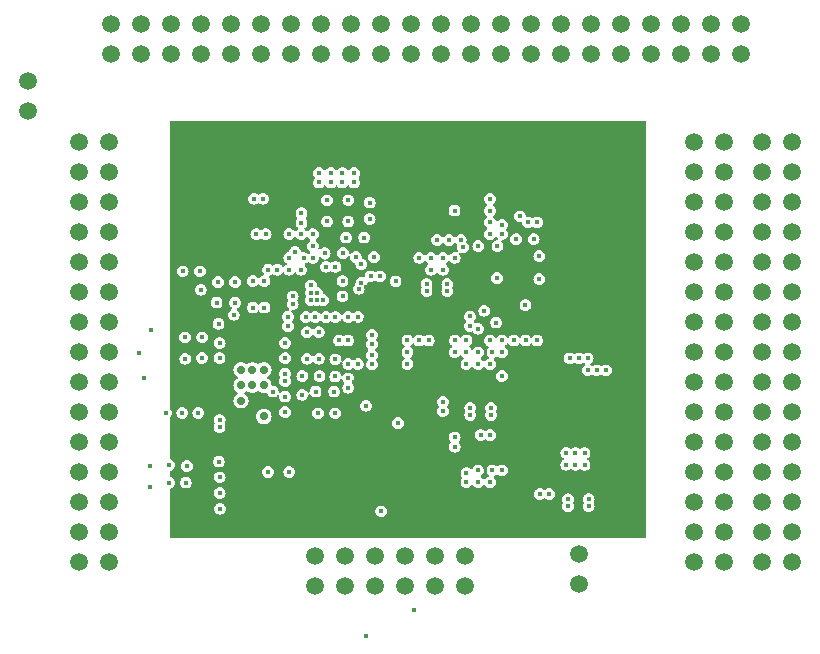
<source format=gbr>
G04 --- HEADER BEGIN --- *
G04 #@! TF.GenerationSoftware,LibrePCB,LibrePCB,1.1.0*
G04 #@! TF.CreationDate,2024-09-08T17:15:58*
G04 #@! TF.ProjectId,flasher,f4b07f79-14a2-4070-9d7d-1f686dcb10c4,v1*
G04 #@! TF.Part,Single*
G04 #@! TF.SameCoordinates*
G04 #@! TF.FileFunction,Copper,L11,Inr*
G04 #@! TF.FilePolarity,Positive*
%FSLAX66Y66*%
%MOMM*%
G01*
G75*
G04 --- HEADER END --- *
G04 --- APERTURE LIST BEGIN --- *
G04 #@! TA.AperFunction,ComponentPad*
%ADD10C,1.5*%
G04 #@! TA.AperFunction,ViaPad*
%ADD11C,0.7*%
%ADD12C,0.4*%
G04 #@! TA.AperFunction,Conductor*
%ADD13C,0.01*%
G04 #@! TD*
G04 --- APERTURE LIST END --- *
G04 --- BOARD BEGIN --- *
D10*
G04 #@! TO.N,P64_1V8*
G04 #@! TO.C,J2*
G04 #@! TO.P,J2,24,24*
X-24804000Y-10630000D03*
G04 #@! TO.N,P45_1V8*
G04 #@! TO.P,J2,2,2*
X-24804000Y17310000D03*
G04 #@! TO.N,P55_1V8*
G04 #@! TO.P,J2,18,18*
X-24804000Y-3010000D03*
G04 #@! TO.N,P53_1V8*
G04 #@! TO.P,J2,8,8*
X-24804000Y9690000D03*
G04 #@! TO.N,P68_1V8*
G04 #@! TO.P,J2,15,15*
X-27344000Y-470000D03*
G04 #@! TO.N,P61_1V8*
G04 #@! TO.P,J2,3,3*
X-27344000Y14770000D03*
G04 #@! TO.N,P72_1V8*
G04 #@! TO.P,J2,14,14*
X-24804000Y2070000D03*
G04 #@! TO.N,P43_1V8*
G04 #@! TO.P,J2,6,6*
X-24804000Y12230000D03*
G04 #@! TO.N,P49_1V8*
G04 #@! TO.P,J2,22,22*
X-24804000Y-8090000D03*
G04 #@! TO.N,P65_1V8*
G04 #@! TO.P,J2,12,12*
X-24804000Y4610000D03*
G04 #@! TO.N,P62_1V8*
G04 #@! TO.P,J2,26,26*
X-24804000Y-13170000D03*
G04 #@! TO.N,P52_1V8*
G04 #@! TO.P,J2,9,9*
X-27344000Y7150000D03*
G04 #@! TO.N,P46_1V8*
G04 #@! TO.P,J2,1,1*
X-27344000Y17310000D03*
G04 #@! TO.N,P50_1V8*
G04 #@! TO.P,J2,23,23*
X-27344000Y-10630000D03*
G04 #@! TO.N,P56_1V8*
G04 #@! TO.P,J2,13,13*
X-27344000Y2070000D03*
G04 #@! TO.N,P58_1V8*
G04 #@! TO.P,J2,19,19*
X-27344000Y-5550000D03*
G04 #@! TO.N,P59_1V8*
G04 #@! TO.P,J2,11,11*
X-27344000Y4610000D03*
G04 #@! TO.N,P54_1V8*
G04 #@! TO.P,J2,7,7*
X-27344000Y9690000D03*
G04 #@! TO.N,P44_1V8*
G04 #@! TO.P,J2,5,5*
X-27344000Y12230000D03*
G04 #@! TO.N,P60_1V8*
G04 #@! TO.P,J2,4,4*
X-24804000Y14770000D03*
G04 #@! TO.N,P66_1V8*
G04 #@! TO.P,J2,28,28*
X-24804000Y-15710000D03*
G04 #@! TO.N,P69_1V8*
G04 #@! TO.P,J2,29,29*
X-27344000Y-18250000D03*
G04 #@! TO.N,P70_1V8*
G04 #@! TO.P,J2,17,17*
X-27344000Y-3010000D03*
G04 #@! TO.N,P51_1V8*
G04 #@! TO.P,J2,30,30*
X-24804000Y-18250000D03*
G04 #@! TO.N,P71_1V8*
G04 #@! TO.P,J2,16,16*
X-24804000Y-470000D03*
G04 #@! TO.N,P47_1V8*
G04 #@! TO.P,J2,20,20*
X-24804000Y-5550000D03*
G04 #@! TO.N,P48_1V8*
G04 #@! TO.P,J2,21,21*
X-27344000Y-8090000D03*
G04 #@! TO.N,P67_1V8*
G04 #@! TO.P,J2,27,27*
X-27344000Y-15710000D03*
G04 #@! TO.N,P57_1V8*
G04 #@! TO.P,J2,10,10*
X-24804000Y7150000D03*
G04 #@! TO.N,P63_1V8*
G04 #@! TO.P,J2,25,25*
X-27344000Y-13170000D03*
G04 #@! TO.N,GND*
G04 #@! TO.C,J4*
G04 #@! TO.P,J4,2,2*
X-31589000Y19991000D03*
G04 #@! TO.N,+5V*
G04 #@! TO.P,J4,1,1*
X-31589000Y22531000D03*
G04 #@! TO.N,P38_3V3*
G04 #@! TO.C,J6*
G04 #@! TO.P,J6,26,26*
X27340000Y-13170000D03*
G04 #@! TO.N,P1_3V3*
G04 #@! TO.P,J6,4,4*
X27340000Y14770000D03*
G04 #@! TO.N,P24_3V3*
G04 #@! TO.P,J6,14,14*
X27340000Y2070000D03*
G04 #@! TO.N,P44_3V3*
G04 #@! TO.P,J6,21,21*
X24800000Y-8090000D03*
G04 #@! TO.N,P2_3V3*
G04 #@! TO.P,J6,6,6*
X27340000Y12230000D03*
G04 #@! TO.N,P26_3V3*
G04 #@! TO.P,J6,11,11*
X24800000Y4610000D03*
G04 #@! TO.N,P40_3V3*
G04 #@! TO.P,J6,28,28*
X27340000Y-15710000D03*
G04 #@! TO.N,P22_3V3*
G04 #@! TO.P,J6,16,16*
X27340000Y-470000D03*
G04 #@! TO.N,P48_3V3*
G04 #@! TO.P,J6,17,17*
X24800000Y-3010000D03*
G04 #@! TO.N,P7_3V3*
G04 #@! TO.P,J6,9,9*
X24800000Y7150000D03*
G04 #@! TO.N,P23_3V3*
G04 #@! TO.P,J6,13,13*
X24800000Y2070000D03*
G04 #@! TO.N,P3_3V3*
G04 #@! TO.P,J6,5,5*
X24800000Y12230000D03*
G04 #@! TO.N,P0_3V3*
G04 #@! TO.P,J6,2,2*
X27340000Y17310000D03*
G04 #@! TO.N,P45_3V3*
G04 #@! TO.P,J6,22,22*
X27340000Y-8090000D03*
G04 #@! TO.N,P35_3V3*
G04 #@! TO.P,J6,23,23*
X24800000Y-10630000D03*
G04 #@! TO.N,P37_3V3*
G04 #@! TO.P,J6,25,25*
X24800000Y-13170000D03*
G04 #@! TO.N,P9_3V3*
G04 #@! TO.P,J6,8,8*
X27340000Y9690000D03*
G04 #@! TO.N,P43_3V3*
G04 #@! TO.P,J6,18,18*
X27340000Y-3010000D03*
G04 #@! TO.N,P6_3V3*
G04 #@! TO.P,J6,7,7*
X24800000Y9690000D03*
G04 #@! TO.N,P49_3V3*
G04 #@! TO.P,J6,20,20*
X27340000Y-5550000D03*
G04 #@! TO.N,N/C*
G04 #@! TO.P,J6,15,15*
X24800000Y-470000D03*
G04 #@! TO.N,GND*
G04 #@! TO.P,J6,30,30*
X27340000Y-18250000D03*
G04 #@! TO.N,P5_3V3*
G04 #@! TO.P,J6,1,1*
X24800000Y17310000D03*
G04 #@! TO.N,P4_3V3*
G04 #@! TO.P,J6,3,3*
X24800000Y14770000D03*
G04 #@! TO.N,P8_3V3*
G04 #@! TO.P,J6,10,10*
X27340000Y7150000D03*
G04 #@! TO.N,P25_3V3*
G04 #@! TO.P,J6,12,12*
X27340000Y4610000D03*
G04 #@! TO.N,VCC3V3*
G04 #@! TO.P,J6,29,29*
X24800000Y-18250000D03*
G04 #@! TO.N,P42_3V3*
G04 #@! TO.P,J6,19,19*
X24800000Y-5550000D03*
G04 #@! TO.N,P41_3V3*
G04 #@! TO.P,J6,27,27*
X24800000Y-15710000D03*
G04 #@! TO.N,P36_3V3*
G04 #@! TO.P,J6,24,24*
X27340000Y-10630000D03*
G04 #@! TO.N,P29_1V8*
G04 #@! TO.C,J1*
G04 #@! TO.P,J1,42,42*
X26202000Y27340000D03*
G04 #@! TO.N,P41_1V8*
G04 #@! TO.P,J1,9,9*
X-14438000Y24800000D03*
G04 #@! TO.N,P0_1V8*
G04 #@! TO.P,J1,6,6*
X-19518000Y27340000D03*
G04 #@! TO.N,P30_1V8*
G04 #@! TO.P,J1,41,41*
X26202000Y24800000D03*
G04 #@! TO.N,P7_1V8*
G04 #@! TO.P,J1,19,19*
X-1738000Y24800000D03*
G04 #@! TO.N,P11_1V8*
G04 #@! TO.P,J1,26,26*
X5882000Y27340000D03*
G04 #@! TO.N,P1_1V8*
G04 #@! TO.P,J1,5,5*
X-19518000Y24800000D03*
G04 #@! TO.N,P40_1V8*
G04 #@! TO.P,J1,17,17*
X-4278000Y24800000D03*
G04 #@! TO.N,GND*
G04 #@! TO.P,J1,44,44*
X28742000Y27340000D03*
G04 #@! TO.N,P6_1V8*
G04 #@! TO.P,J1,8,8*
X-16978000Y27340000D03*
G04 #@! TO.N,P27_1V8*
G04 #@! TO.P,J1,40,40*
X23662000Y27340000D03*
G04 #@! TO.N,P22_1V8*
G04 #@! TO.P,J1,30,30*
X10962000Y27340000D03*
G04 #@! TO.N,P23_1V8*
G04 #@! TO.P,J1,31,31*
X13502000Y24800000D03*
G04 #@! TO.N,P34_1V8*
G04 #@! TO.P,J1,1,1*
X-24598000Y24800000D03*
G04 #@! TO.N,P21_1V8*
G04 #@! TO.P,J1,29,29*
X10962000Y24800000D03*
G04 #@! TO.N,P31_1V8*
G04 #@! TO.P,J1,34,34*
X16042000Y27340000D03*
G04 #@! TO.N,P32_1V8*
G04 #@! TO.P,J1,3,3*
X-22058000Y24800000D03*
G04 #@! TO.N,P12_1V8*
G04 #@! TO.P,J1,25,25*
X5882000Y24800000D03*
G04 #@! TO.N,P17_1V8*
G04 #@! TO.P,J1,24,24*
X3342000Y27340000D03*
G04 #@! TO.N,P33_1V8*
G04 #@! TO.P,J1,2,2*
X-24598000Y27340000D03*
G04 #@! TO.N,P20_1V8*
G04 #@! TO.P,J1,28,28*
X8422000Y27340000D03*
G04 #@! TO.N,P37_1V8*
G04 #@! TO.P,J1,16,16*
X-6818000Y27340000D03*
G04 #@! TO.N,P13_1V8*
G04 #@! TO.P,J1,22,22*
X802000Y27340000D03*
G04 #@! TO.N,P14_1V8*
G04 #@! TO.P,J1,38,38*
X21122000Y27340000D03*
G04 #@! TO.N,VCC1V8*
G04 #@! TO.P,J1,43,43*
X28742000Y24800000D03*
G04 #@! TO.N,P35_1V8*
G04 #@! TO.P,J1,13,13*
X-9358000Y24800000D03*
G04 #@! TO.N,P25_1V8*
G04 #@! TO.P,J1,33,33*
X16042000Y24800000D03*
G04 #@! TO.N,P2_1V8*
G04 #@! TO.P,J1,4,4*
X-22058000Y27340000D03*
G04 #@! TO.N,P19_1V8*
G04 #@! TO.P,J1,27,27*
X8422000Y24800000D03*
G04 #@! TO.N,P3_1V8*
G04 #@! TO.P,J1,7,7*
X-16978000Y24800000D03*
G04 #@! TO.N,P4_1V8*
G04 #@! TO.P,J1,11,11*
X-11898000Y24800000D03*
G04 #@! TO.N,P15_1V8*
G04 #@! TO.P,J1,35,35*
X18582000Y24800000D03*
G04 #@! TO.N,P8_1V8*
G04 #@! TO.P,J1,20,20*
X-1738000Y27340000D03*
G04 #@! TO.N,P28_1V8*
G04 #@! TO.P,J1,37,37*
X21122000Y24800000D03*
G04 #@! TO.N,P10_1V8*
G04 #@! TO.P,J1,21,21*
X802000Y24800000D03*
G04 #@! TO.N,P38_1V8*
G04 #@! TO.P,J1,18,18*
X-4278000Y27340000D03*
G04 #@! TO.N,P16_1V8*
G04 #@! TO.P,J1,36,36*
X18582000Y27340000D03*
G04 #@! TO.N,P18_1V8*
G04 #@! TO.P,J1,23,23*
X3342000Y24800000D03*
G04 #@! TO.N,P39_1V8*
G04 #@! TO.P,J1,15,15*
X-6818000Y24800000D03*
G04 #@! TO.N,P24_1V8*
G04 #@! TO.P,J1,32,32*
X13502000Y27340000D03*
G04 #@! TO.N,P9_1V8*
G04 #@! TO.P,J1,12,12*
X-11898000Y27340000D03*
G04 #@! TO.N,P36_1V8*
G04 #@! TO.P,J1,14,14*
X-9358000Y27340000D03*
G04 #@! TO.N,P26_1V8*
G04 #@! TO.P,J1,39,39*
X23662000Y24800000D03*
G04 #@! TO.N,P42_1V8*
G04 #@! TO.P,J1,10,10*
X-14438000Y27340000D03*
G04 #@! TO.N,GND*
G04 #@! TO.C,J8*
G04 #@! TO.P,J8,2,2*
X15040000Y-20070000D03*
G04 #@! TO.N,PROGRAM_B*
G04 #@! TO.P,J8,1,1*
X15040000Y-17530000D03*
G04 #@! TO.N,P57_3V3*
G04 #@! TO.C,J3*
G04 #@! TO.P,J3,24,24*
X33070000Y-10630000D03*
G04 #@! TO.N,P13_3V3*
G04 #@! TO.P,J3,2,2*
X33070000Y17310000D03*
G04 #@! TO.N,P33_3V3*
G04 #@! TO.P,J3,18,18*
X33070000Y-3010000D03*
G04 #@! TO.N,P11_3V3*
G04 #@! TO.P,J3,8,8*
X33070000Y9690000D03*
G04 #@! TO.N,P15_3V3*
G04 #@! TO.P,J3,15,15*
X30530000Y-470000D03*
G04 #@! TO.N,P27_3V3*
G04 #@! TO.P,J3,3,3*
X30530000Y14770000D03*
G04 #@! TO.N,P21_3V3*
G04 #@! TO.P,J3,14,14*
X33070000Y2070000D03*
G04 #@! TO.N,P10_3V3*
G04 #@! TO.P,J3,6,6*
X33070000Y12230000D03*
G04 #@! TO.N,P51_3V3*
G04 #@! TO.P,J3,22,22*
X33070000Y-8090000D03*
G04 #@! TO.N,P19_3V3*
G04 #@! TO.P,J3,12,12*
X33070000Y4610000D03*
G04 #@! TO.N,P55_3V3*
G04 #@! TO.P,J3,26,26*
X33070000Y-13170000D03*
G04 #@! TO.N,P18_3V3*
G04 #@! TO.P,J3,9,9*
X30530000Y7150000D03*
G04 #@! TO.N,N/C*
G04 #@! TO.P,J3,1,1*
X30530000Y17310000D03*
G04 #@! TO.N,P54_3V3*
G04 #@! TO.P,J3,23,23*
X30530000Y-10630000D03*
G04 #@! TO.N,P30_3V3*
G04 #@! TO.P,J3,13,13*
X30530000Y2070000D03*
G04 #@! TO.N,P29_3V3*
G04 #@! TO.P,J3,19,19*
X30530000Y-5550000D03*
G04 #@! TO.N,P20_3V3*
G04 #@! TO.P,J3,11,11*
X30530000Y4610000D03*
G04 #@! TO.N,P16_3V3*
G04 #@! TO.P,J3,7,7*
X30530000Y9690000D03*
G04 #@! TO.N,P12_3V3*
G04 #@! TO.P,J3,5,5*
X30530000Y12230000D03*
G04 #@! TO.N,P14_3V3*
G04 #@! TO.P,J3,4,4*
X33070000Y14770000D03*
G04 #@! TO.N,N/C*
G04 #@! TO.P,J3,28,28*
X33070000Y-15710000D03*
G04 #@! TO.N,P47_3V3*
G04 #@! TO.P,J3,29,29*
X30530000Y-18250000D03*
G04 #@! TO.N,P32_3V3*
G04 #@! TO.P,J3,17,17*
X30530000Y-3010000D03*
G04 #@! TO.N,P46_3V3*
G04 #@! TO.P,J3,30,30*
X33070000Y-18250000D03*
G04 #@! TO.N,P34_3V3*
G04 #@! TO.P,J3,16,16*
X33070000Y-470000D03*
G04 #@! TO.N,P31_3V3*
G04 #@! TO.P,J3,20,20*
X33070000Y-5550000D03*
G04 #@! TO.N,P50_3V3*
G04 #@! TO.P,J3,21,21*
X30530000Y-8090000D03*
G04 #@! TO.N,P52_3V3*
G04 #@! TO.P,J3,27,27*
X30530000Y-15710000D03*
G04 #@! TO.N,P17_3V3*
G04 #@! TO.P,J3,10,10*
X33070000Y7150000D03*
G04 #@! TO.N,P56_3V3*
G04 #@! TO.P,J3,25,25*
X30530000Y-13170000D03*
G04 #@! TO.N,N23*
G04 #@! TO.C,J5*
G04 #@! TO.P,J5,9,9*
X2817000Y-20270000D03*
G04 #@! TO.N,FLASH_VCC*
G04 #@! TO.P,J5,1,1*
X-7343000Y-20270000D03*
G04 #@! TO.N,GND*
G04 #@! TO.P,J5,4,4*
X-4803000Y-17730000D03*
G04 #@! TO.N,FLASH_SCK*
G04 #@! TO.P,J5,5,5*
X-2263000Y-20270000D03*
G04 #@! TO.N,VCC3V3*
G04 #@! TO.P,J5,2,2*
X-7343000Y-17730000D03*
G04 #@! TO.N,FLASH_VSS*
G04 #@! TO.P,J5,3,3*
X-4803000Y-20270000D03*
G04 #@! TO.N,CCLK*
G04 #@! TO.P,J5,6,6*
X-2263000Y-17730000D03*
G04 #@! TO.N,D0*
G04 #@! TO.P,J5,10,10*
X2817000Y-17730000D03*
G04 #@! TO.N,FLASH_CS*
G04 #@! TO.P,J5,11,11*
X5357000Y-20270000D03*
G04 #@! TO.N,FCS_B*
G04 #@! TO.P,J5,12,12*
X5357000Y-17730000D03*
G04 #@! TO.N,D1*
G04 #@! TO.P,J5,8,8*
X277000Y-17730000D03*
G04 #@! TO.N,N13*
G04 #@! TO.P,J5,7,7*
X277000Y-20270000D03*
D11*
G04 #@! TD.C*
G04 #@! TD.P*
G04 #@! TO.N,GND*
X-11651028Y-1955000D03*
D12*
X5501000Y-10676000D03*
X11200000Y9100000D03*
G04 #@! TO.N,VCC3V3*
X-4500000Y12400000D03*
G04 #@! TO.N,GND*
X-4500000Y10600000D03*
G04 #@! TO.N,P56_3V3*
X13958000Y-9994000D03*
G04 #@! TO.N,GND*
X-300000Y-6476000D03*
X4499000Y-7672000D03*
G04 #@! TO.N,VCC3V3*
X-9855000Y325000D03*
G04 #@! TO.N,VCC1V0*
X-9855000Y-8125000D03*
G04 #@! TO.N,P71_1V8*
X-8500000Y6524000D03*
G04 #@! TO.N,VCC1V0*
X9600000Y-5300000D03*
G04 #@! TO.N,P28_1V8*
X10017000Y11042000D03*
G04 #@! TO.N,P70_1V8*
X-9500000Y6524000D03*
G04 #@! TO.N,VCC1V0*
X2975000Y-11800000D03*
G04 #@! TO.N,GND*
X-14200000Y2700000D03*
G04 #@! TO.N,VCC1V8*
X-6000000Y14700000D03*
G04 #@! TO.N,VCC3V3*
X10497000Y3528000D03*
G04 #@! TO.N,GND*
X2125000Y5300000D03*
G04 #@! TO.N,VCC1V8*
X-7000000Y14700000D03*
G04 #@! TO.N,P36_1V8*
X3017000Y9042000D03*
G04 #@! TO.N,VCC1V0*
X-8000000Y-9525000D03*
G04 #@! TO.N,PGOOD1*
X-5700000Y-3800000D03*
G04 #@! TO.N,GND*
X-7168028Y3947000D03*
X7700000Y-10472000D03*
G04 #@! TO.N,VCC1V0*
X-4018000Y-4993000D03*
G04 #@! TO.N,VCC3V3*
X5825000Y-5776000D03*
G04 #@! TO.N,GND*
X7575000Y-5776000D03*
G04 #@! TO.N,VCC1V8*
X-2500000Y1000000D03*
G04 #@! TO.N,VCC1V0*
X-16948000Y-11056000D03*
G04 #@! TO.N,SW2*
X-7000000Y-1025000D03*
G04 #@! TO.N,VCC1V0*
X14100000Y-5300000D03*
G04 #@! TO.N,MODE/SYNC/1.8V*
X-4993000Y4261000D03*
G04 #@! TO.N,VCC1V0*
X11400000Y-5300000D03*
G04 #@! TO.N,VCC1V8*
X7500000Y12524000D03*
G04 #@! TO.N,ITH2*
X-15400000Y300000D03*
G04 #@! TO.N,VFB1*
X-15405000Y-6825000D03*
G04 #@! TO.N,P59_1V8*
X-9500000Y9525000D03*
G04 #@! TO.N,GND*
X7575000Y-5176000D03*
X3499000Y-4675000D03*
X7701000Y-471000D03*
G04 #@! TO.N,INIT_B*
X-3018000Y-4993000D03*
G04 #@! TO.N,INTVCC*
X-2617000Y5959000D03*
G04 #@! TO.N,VCC1V8*
X-4500000Y-3475000D03*
G04 #@! TO.N,P16_3V3*
X14228000Y-994000D03*
G04 #@! TO.N,+5V*
X-9855000Y-5525000D03*
G04 #@! TO.N,VCC3V3*
X8501000Y-471000D03*
G04 #@! TO.N,GND*
X-7138028Y4557000D03*
X-6393000Y6771000D03*
G04 #@! TO.N,VCC1V0*
X10500000Y-5300000D03*
D11*
G04 #@! TO.N,GND*
X-12621028Y-1955000D03*
D12*
G04 #@! TO.N,P57_3V3*
X13958000Y-8994000D03*
G04 #@! TO.N,GND*
X-18300000Y-1025000D03*
G04 #@! TO.N,P65_1V8*
X-7500000Y8524000D03*
G04 #@! TO.N,VCC1V0*
X-2501000Y4525000D03*
X-3018000Y5042000D03*
X15000000Y-6900000D03*
G04 #@! TO.N,VCC1V8*
X8125000Y8524000D03*
G04 #@! TO.N,FB*
X-5593000Y6771000D03*
G04 #@! TO.N,VCC1V8*
X-11499000Y9522000D03*
G04 #@! TO.N,GND*
X-18270000Y-11503000D03*
X2125000Y4700000D03*
G04 #@! TO.N,P18_3V3*
X15768000Y-994000D03*
G04 #@! TO.N,VCC3V3*
X14097000Y-13514000D03*
G04 #@! TO.N,P55_3V3*
X14728000Y-9994000D03*
G04 #@! TO.N,GND*
X-6300000Y10600000D03*
G04 #@! TO.N,VCC1V0*
X-500000Y-5480000D03*
X-1018000Y-5993000D03*
G04 #@! TO.N,GND*
X-9618000Y1749000D03*
G04 #@! TO.N,D2*
X500000Y-475000D03*
X1018000Y-22282000D03*
G04 #@! TO.N,VCC3V3*
X12500000Y-12475000D03*
G04 #@! TO.N,INT3V3*
X-8400000Y-4075000D03*
G04 #@! TO.N,SW*
X-11602000Y3314000D03*
D11*
G04 #@! TO.N,GND*
X-13591028Y-3273000D03*
D12*
G04 #@! TO.N,VCC3V3*
X11665000Y7674000D03*
G04 #@! TO.N,VCC1V0*
X10500000Y-6900000D03*
G04 #@! TO.N,P52_3V3*
X6500000Y-10476000D03*
G04 #@! TO.N,P68_1V8*
X-9500000Y7524000D03*
G04 #@! TO.N,VCC3V3*
X5809000Y2564000D03*
G04 #@! TO.N,GND*
X-7300000Y2500000D03*
G04 #@! TO.N,P12_3V3*
X9500000Y524000D03*
G04 #@! TO.N,+5V*
X-7063000Y-5641000D03*
G04 #@! TO.N,VCC1V8*
X-5000000Y14700000D03*
G04 #@! TO.N,FB*
X-4953000Y7920000D03*
G04 #@! TO.N,VFB2*
X-15655000Y3735000D03*
G04 #@! TO.N,P17_3V3*
X14998000Y-994000D03*
G04 #@! TO.N,GND*
X-7000000Y13900000D03*
G04 #@! TO.N,INTVCC*
X-3400000Y5390000D03*
G04 #@! TO.N,GND*
X-19670000Y-11503000D03*
G04 #@! TO.N,+5V*
X-19934000Y-5605000D03*
G04 #@! TO.N,VCC1V0*
X-8500000Y-12775000D03*
X-1499000Y-4476000D03*
G04 #@! TO.N,VCC1V8*
X5200000Y8427000D03*
G04 #@! TO.N,GND*
X-5613000Y-5641000D03*
G04 #@! TO.N,VCC3V3*
X5501000Y-11476000D03*
G04 #@! TO.N,PGOOD1*
X-10900000Y-3800000D03*
G04 #@! TO.N,P60_1V8*
X-8500000Y9525000D03*
G04 #@! TO.N,VCC1V0*
X-1018000Y-1993000D03*
G04 #@! TO.N,P34_3V3*
X8500000Y-2476000D03*
D11*
G04 #@! TO.N,GND*
X-13591028Y-4589000D03*
D12*
G04 #@! TO.N,P72_1V8*
X-9018000Y8042000D03*
G04 #@! TO.N,P40_1V8*
X4500000Y7524000D03*
G04 #@! TO.N,P37_1V8*
X4017000Y9042000D03*
G04 #@! TO.N,P41_1V8*
X2500000Y6524000D03*
G04 #@! TO.N,VCC3V3*
X-18520000Y6385000D03*
G04 #@! TO.N,P15_1V8*
X7500000Y10525000D03*
G04 #@! TO.N,VCC1V8*
X-9618000Y2549000D03*
G04 #@! TO.N,GND*
X-4500000Y-2675000D03*
G04 #@! TO.N,VFB1*
X-15377000Y-13714000D03*
G04 #@! TO.N,VCC3V3*
X-6300000Y12400000D03*
G04 #@! TO.N,D3*
X-2982000Y-24500000D03*
X500000Y524000D03*
G04 #@! TO.N,P54_3V3*
X15498000Y-9994000D03*
G04 #@! TO.N,VCC1V8*
X-19670000Y-10003000D03*
G04 #@! TO.N,VCC3V3*
X-2700000Y12200000D03*
G04 #@! TO.N,MODE/SYNC/1.8V*
X-3400000Y6975000D03*
G04 #@! TO.N,GND*
X-5300000Y524000D03*
X-2325000Y7600000D03*
G04 #@! TO.N,P51_3V3*
X14728000Y-8994000D03*
D11*
G04 #@! TO.N,GND*
X-12621028Y-3273000D03*
D12*
X-2700000Y10800000D03*
G04 #@! TO.N,+5V*
X-14088000Y5461000D03*
G04 #@! TO.N,VCC1V8*
X-8100000Y2500000D03*
G04 #@! TO.N,CLK_27MHZ*
X6500000Y8524000D03*
G04 #@! TO.N,CLK_29.5MHZ_RSET*
X11665000Y5724000D03*
G04 #@! TO.N,VCC1V8*
X-21270000Y-10103000D03*
G04 #@! TO.N,VCC1V0*
X-16827000Y-13714000D03*
G04 #@! TO.N,VCC3V3*
X8500000Y-10472000D03*
G04 #@! TO.N,P13_3V3*
X7017000Y3042000D03*
G04 #@! TO.N,P14_3V3*
X6497000Y1522000D03*
G04 #@! TO.N,VCC1V0*
X-1476000Y3500000D03*
X-2018000Y4042000D03*
X-3018000Y3042000D03*
G04 #@! TO.N,VCC3V3*
X11501000Y524000D03*
G04 #@! TO.N,VCC1V8*
X-10500000Y6524000D03*
G04 #@! TO.N,GND*
X-6943000Y-2489000D03*
G04 #@! TO.N,BOOST2*
X-5600000Y-2525000D03*
G04 #@! TO.N,VCC1V0*
X-1018000Y1042000D03*
X-500000Y524000D03*
G04 #@! TO.N,GND*
X6697000Y-7472000D03*
G04 #@! TO.N,VCC1V8*
X-11300000Y-10600000D03*
G04 #@! TO.N,GND*
X-18325000Y800000D03*
G04 #@! TO.N,VCC3V3*
X-1718000Y-13938000D03*
G04 #@! TO.N,INTVCC*
X-3614000Y4911000D03*
G04 #@! TO.N,VCC1V0*
X-3500000Y1525000D03*
G04 #@! TO.N,GND*
X8500000Y10325000D03*
G04 #@! TO.N,FB*
X-5593000Y2503000D03*
G04 #@! TO.N,P38_1V8*
X5017000Y9042000D03*
G04 #@! TO.N,VCC1V8*
X8499000Y9522000D03*
X-4500000Y524000D03*
G04 #@! TO.N,SW2*
X-8000000Y-1025000D03*
G04 #@! TO.N,P35_1V8*
X1500000Y7525000D03*
G04 #@! TO.N,FB*
X-4707000Y9239000D03*
G04 #@! TO.N,GND*
X-12299000Y9522000D03*
G04 #@! TO.N,VCC3V3*
X7497000Y-7472000D03*
G04 #@! TO.N,GND*
X-3700000Y-1475000D03*
G04 #@! TO.N,CLK_3V3_29.5MHZ*
X7500000Y525000D03*
G04 #@! TO.N,GND*
X10700000Y10524000D03*
G04 #@! TO.N,VFB2*
X-15405000Y-975000D03*
G04 #@! TO.N,VCC1V8*
X2500000Y7525000D03*
X-12602000Y5564000D03*
G04 #@! TO.N,VCC3V3*
X8092000Y5812000D03*
G04 #@! TO.N,VCC1V8*
X-4000000Y14700000D03*
G04 #@! TO.N,P30_3V3*
X5500000Y524000D03*
G04 #@! TO.N,+5V*
X-9213000Y4261000D03*
G04 #@! TO.N,P16_1V8*
X7500000Y11524000D03*
G04 #@! TO.N,VCC1V0*
X-4018000Y2042000D03*
G04 #@! TO.N,GND*
X-6000000Y13900000D03*
G04 #@! TO.N,P29_3V3*
X4500000Y524000D03*
G04 #@! TO.N,P39_1V8*
X3500000Y7524000D03*
G04 #@! TO.N,GND*
X-6648028Y3947000D03*
G04 #@! TO.N,VCC1V8*
X-12500000Y12522000D03*
G04 #@! TO.N,MODE/SYNC/1.8V*
X-3875000Y7600000D03*
G04 #@! TO.N,VCC1V0*
X14100000Y-6900000D03*
G04 #@! TO.N,P46_3V3*
X7500000Y-11476000D03*
G04 #@! TO.N,VCC1V0*
X-1500000Y-2476000D03*
X-2018000Y-2993000D03*
G04 #@! TO.N,VCC1V8*
X-7493000Y7523000D03*
G04 #@! TO.N,VCC1V0*
X-2499000Y2524000D03*
X-3018000Y-3993000D03*
G04 #@! TO.N,VFB1*
X-15398000Y-11056000D03*
G04 #@! TO.N,GND*
X-8470000Y11307000D03*
G04 #@! TO.N,P31_3V3*
X5500000Y-475000D03*
G04 #@! TO.N,VFB1*
X-15477000Y-9723000D03*
G04 #@! TO.N,VCC3V3*
X4499000Y-8472000D03*
G04 #@! TO.N,VCC1V0*
X-10500000Y-12625000D03*
X-12500000Y-12625000D03*
G04 #@! TO.N,VCC3V3*
X-21800000Y-2650000D03*
G04 #@! TO.N,P42_1V8*
X3500000Y6524000D03*
G04 #@! TO.N,VCC1V8*
X-3157000Y9240000D03*
G04 #@! TO.N,GND*
X-9500000Y-10600000D03*
G04 #@! TO.N,VCC3V3*
X5825000Y-5176000D03*
G04 #@! TO.N,VCC1V0*
X13200000Y-6900000D03*
G04 #@! TO.N,VCC3V3*
X-7000000Y1225000D03*
G04 #@! TO.N,GND*
X5806000Y1764000D03*
G04 #@! TO.N,VCC1V8*
X-6393000Y2503000D03*
X4489000Y11524000D03*
G04 #@! TO.N,VCC3V3*
X14097000Y-12914000D03*
D11*
G04 #@! TO.N,GND*
X-11651028Y-5905000D03*
D12*
G04 #@! TO.N,VCC1V0*
X-2500000Y-3475000D03*
G04 #@! TO.N,GND*
X-8293000Y7523000D03*
G04 #@! TO.N,P50_3V3*
X15498000Y-8994000D03*
G04 #@! TO.N,GND*
X-6503000Y7920000D03*
X-2500000Y-1500000D03*
G04 #@! TO.N,VCC1V0*
X13200000Y-5300000D03*
X-3500000Y-475000D03*
G04 #@! TO.N,GND*
X-21270000Y-11903000D03*
G04 #@! TO.N,FCS_B*
X4500000Y-476000D03*
G04 #@! TO.N,VCC1V0*
X-4018000Y-2993000D03*
G04 #@! TO.N,GND*
X-7664028Y4577000D03*
X-7678028Y3957000D03*
G04 #@! TO.N,SW2*
X-5600000Y-1075000D03*
G04 #@! TO.N,VCC1V0*
X-475000Y4500000D03*
X-1018000Y5042000D03*
X-3501000Y-2475000D03*
G04 #@! TO.N,VCC1V8*
X-4500000Y2524000D03*
X9700000Y9100000D03*
G04 #@! TO.N,VCC1V0*
X-2018000Y-4993000D03*
X-1018000Y3042000D03*
X-500000Y2524000D03*
G04 #@! TO.N,VCC3V3*
X-14105000Y3735000D03*
G04 #@! TO.N,VCC1V0*
X-3500000Y-4475000D03*
G04 #@! TO.N,VFB1*
X-15398000Y-12387000D03*
G04 #@! TO.N,VCC1V8*
X-4500000Y-1476000D03*
G04 #@! TO.N,CCLK*
X-500000Y5524000D03*
G04 #@! TO.N,P47_3V3*
X6500000Y-11476000D03*
G04 #@! TO.N,VCC1V8*
X-2500000Y-700000D03*
G04 #@! TO.N,VCC1V0*
X2975000Y-10200000D03*
G04 #@! TO.N,P27_3V3*
X8017000Y2042000D03*
G04 #@! TO.N,VCC1V0*
X-7000000Y-9525000D03*
G04 #@! TO.N,VCC1V8*
X3875000Y4700000D03*
G04 #@! TO.N,SW2*
X-9855000Y-975000D03*
G04 #@! TO.N,VCC1V0*
X9600000Y-6900000D03*
X12300000Y-5300000D03*
X-4018000Y-993000D03*
G04 #@! TO.N,VFB2*
X-17005000Y4824000D03*
G04 #@! TO.N,P10_3V3*
X10500000Y525000D03*
G04 #@! TO.N,ITH2*
X-16900000Y-947000D03*
G04 #@! TO.N,VCC3V3*
X3499000Y-5475000D03*
G04 #@! TO.N,P32_3V3*
X6500000Y-1476000D03*
G04 #@! TO.N,GND*
X-11700000Y12522000D03*
G04 #@! TO.N,VCC3V3*
X5499000Y-1475000D03*
G04 #@! TO.N,P21_3V3*
X17308000Y-1994000D03*
G04 #@! TO.N,LED1*
X-21236000Y1392000D03*
G04 #@! TO.N,VCC1V0*
X12300000Y-6900000D03*
G04 #@! TO.N,+5V*
X-8393000Y-2489000D03*
G04 #@! TO.N,VCC3V3*
X1500000Y525000D03*
G04 #@! TO.N,GND*
X-18560000Y-5605000D03*
G04 #@! TO.N,VCC1V8*
X11500000Y10524000D03*
G04 #@! TO.N,GND*
X-3700000Y2525000D03*
G04 #@! TO.N,VCC1V8*
X-11602000Y5564000D03*
G04 #@! TO.N,GND*
X15847000Y-12914000D03*
X-5000000Y13900000D03*
G04 #@! TO.N,P15_3V3*
X6500000Y-476000D03*
G04 #@! TO.N,SW*
X-9213000Y3611000D03*
G04 #@! TO.N,VCC1V8*
X-8470000Y10507000D03*
G04 #@! TO.N,BOOST2*
X-9855000Y-2925000D03*
G04 #@! TO.N,GND*
X-2500000Y200000D03*
X-17200000Y-5605000D03*
G04 #@! TO.N,VCC1V0*
X2975000Y-11000000D03*
G04 #@! TO.N,P19_3V3*
X15768000Y-1994000D03*
G04 #@! TO.N,GND*
X-11300000Y6524000D03*
G04 #@! TO.N,ITH2*
X-16875000Y800000D03*
G04 #@! TO.N,P11_3V3*
X8500000Y525000D03*
G04 #@! TO.N,INT3V3*
X-7275000Y-3800000D03*
G04 #@! TO.N,VCC1V0*
X11400000Y-6900000D03*
G04 #@! TO.N,VCC1V8*
X-18170000Y-10103000D03*
G04 #@! TO.N,GND*
X15847000Y-13514000D03*
X11700000Y-12475000D03*
X2300000Y525000D03*
G04 #@! TO.N,VCC1V8*
X3875000Y5300000D03*
G04 #@! TO.N,GND*
X-22186000Y-558000D03*
G04 #@! TO.N,P33_3V3*
X7500000Y-1476000D03*
G04 #@! TO.N,GND*
X-1817000Y5959000D03*
G04 #@! TO.N,D0*
X500000Y-1475000D03*
G04 #@! TO.N,VCC1V0*
X-3501000Y3525000D03*
X-4018000Y4042000D03*
G04 #@! TO.N,PGOOD1*
X-15400000Y-6200000D03*
G04 #@! TO.N,VFB2*
X-17070000Y6385000D03*
X-15490000Y1950000D03*
D11*
G04 #@! TO.N,GND*
X-13591028Y-1955000D03*
D12*
G04 #@! TO.N,P20_3V3*
X16538000Y-1994000D03*
G04 #@! TO.N,+5V*
X-9855000Y-2275000D03*
G04 #@! TO.N,VCC1V0*
X-1018000Y-3993000D03*
X-500000Y-3476000D03*
G04 #@! TO.N,GND*
X-7674028Y5197000D03*
G04 #@! TO.N,SW*
X-12602000Y3314000D03*
G04 #@! TO.N,FB*
X-4993000Y5561000D03*
G04 #@! TO.N,P14_1V8*
X7500000Y9524000D03*
G04 #@! TO.N,GND*
X-15538000Y5461000D03*
X-4000000Y13900000D03*
G04 #@! TO.N,INT3V3*
X-9855000Y-4225000D03*
D11*
G04 #@! TO.N,GND*
X-11651028Y-3273000D03*
D12*
G04 #@! TO.N,P61_1V8*
X-7500000Y9524000D03*
G04 #@! TO.N,VCC3V3*
X-8000000Y1225000D03*
G04 #@! TO.N,VCC1V0*
X2151000Y3013000D03*
D13*
G04 #@! TA.AperFunction,Conductor*
G36*
X-19600000Y-16100001D02*
X-19580500Y-16159328D01*
X-19500001Y-16200000D01*
X-18276494Y-16200000D01*
X-18276494Y-12002145D01*
X-18392916Y-11986818D01*
X-18405463Y-11983456D01*
X-18513947Y-11938520D01*
X-18525199Y-11932024D01*
X-18618352Y-11860544D01*
X-18627544Y-11851352D01*
X-18699024Y-11758199D01*
X-18705520Y-11746947D01*
X-18750456Y-11638463D01*
X-18753818Y-11625916D01*
X-18769145Y-11509494D01*
X-18769145Y-11496506D01*
X-18753818Y-11380084D01*
X-18750456Y-11367537D01*
X-18705520Y-11259053D01*
X-18699024Y-11247801D01*
X-18627544Y-11154648D01*
X-18618352Y-11145456D01*
X-18525199Y-11073976D01*
X-18513947Y-11067480D01*
X-18405463Y-11022544D01*
X-18392916Y-11019182D01*
X-18276494Y-11003855D01*
X-18263506Y-11003855D01*
X-18176494Y-11015310D01*
X-18176494Y-10602145D01*
X-18292916Y-10586818D01*
X-18305463Y-10583456D01*
X-18413947Y-10538520D01*
X-18425199Y-10532024D01*
X-18518352Y-10460544D01*
X-18527544Y-10451352D01*
X-18599024Y-10358199D01*
X-18605520Y-10346947D01*
X-18650456Y-10238463D01*
X-18653818Y-10225916D01*
X-18669145Y-10109494D01*
X-18669145Y-10096506D01*
X-18653818Y-9980084D01*
X-18650456Y-9967537D01*
X-18605520Y-9859053D01*
X-18599024Y-9847801D01*
X-18566494Y-9805407D01*
X-18566494Y-6104145D01*
X-18682916Y-6088818D01*
X-18695463Y-6085456D01*
X-18803947Y-6040520D01*
X-18815199Y-6034024D01*
X-18908352Y-5962544D01*
X-18917544Y-5953352D01*
X-18989024Y-5860199D01*
X-18995520Y-5848947D01*
X-19040456Y-5740463D01*
X-19043818Y-5727916D01*
X-19059145Y-5611494D01*
X-19059145Y-5598506D01*
X-19043818Y-5482084D01*
X-19040456Y-5469537D01*
X-18995520Y-5361053D01*
X-18989024Y-5349801D01*
X-18917544Y-5256648D01*
X-18908352Y-5247456D01*
X-18815199Y-5175976D01*
X-18803947Y-5169480D01*
X-18695463Y-5124544D01*
X-18682916Y-5121182D01*
X-18566494Y-5105855D01*
X-18553506Y-5105855D01*
X-18437084Y-5121182D01*
X-18424537Y-5124544D01*
X-18316053Y-5169480D01*
X-18306494Y-5174998D01*
X-18306494Y-1524145D01*
X-18422916Y-1508818D01*
X-18435463Y-1505456D01*
X-18543947Y-1460520D01*
X-18555199Y-1454024D01*
X-18648352Y-1382544D01*
X-18657544Y-1373352D01*
X-18729024Y-1280199D01*
X-18735520Y-1268947D01*
X-18780456Y-1160463D01*
X-18783818Y-1147916D01*
X-18799145Y-1031494D01*
X-18799145Y-1018506D01*
X-18783818Y-902084D01*
X-18780456Y-889537D01*
X-18735520Y-781053D01*
X-18729024Y-769801D01*
X-18657544Y-676648D01*
X-18648352Y-667456D01*
X-18555199Y-595976D01*
X-18543947Y-589480D01*
X-18435463Y-544544D01*
X-18422916Y-541182D01*
X-18331494Y-529146D01*
X-18331494Y300855D01*
X-18447916Y316182D01*
X-18460463Y319544D01*
X-18568947Y364480D01*
X-18580199Y370976D01*
X-18673352Y442456D01*
X-18682544Y451648D01*
X-18754024Y544801D01*
X-18760520Y556053D01*
X-18805456Y664537D01*
X-18808818Y677084D01*
X-18824145Y793506D01*
X-18824145Y806494D01*
X-18808818Y922916D01*
X-18805456Y935463D01*
X-18760520Y1043947D01*
X-18754024Y1055199D01*
X-18682544Y1148352D01*
X-18673352Y1157544D01*
X-18580199Y1229024D01*
X-18568947Y1235520D01*
X-18526494Y1253104D01*
X-18526494Y5885855D01*
X-18642916Y5901182D01*
X-18655463Y5904544D01*
X-18763947Y5949480D01*
X-18775199Y5955976D01*
X-18868352Y6027456D01*
X-18877544Y6036648D01*
X-18949024Y6129801D01*
X-18955520Y6141053D01*
X-19000456Y6249537D01*
X-19003818Y6262084D01*
X-19019145Y6378506D01*
X-19019145Y6391494D01*
X-19003818Y6507916D01*
X-19000456Y6520463D01*
X-18955520Y6628947D01*
X-18949024Y6640199D01*
X-18877544Y6733352D01*
X-18868352Y6742544D01*
X-18775199Y6814024D01*
X-18763947Y6820520D01*
X-18655463Y6865456D01*
X-18642916Y6868818D01*
X-18526494Y6884145D01*
X-18513506Y6884145D01*
X-18397084Y6868818D01*
X-18384537Y6865456D01*
X-18276053Y6820520D01*
X-18264801Y6814024D01*
X-18171648Y6742544D01*
X-18162456Y6733352D01*
X-18090976Y6640199D01*
X-18084480Y6628947D01*
X-18039544Y6520463D01*
X-18036182Y6507916D01*
X-18020855Y6391494D01*
X-18020855Y6378506D01*
X-18036182Y6262084D01*
X-18039544Y6249537D01*
X-18084480Y6141053D01*
X-18090976Y6129801D01*
X-18162456Y6036648D01*
X-18171648Y6027456D01*
X-18264801Y5955976D01*
X-18276053Y5949480D01*
X-18384537Y5904544D01*
X-18397084Y5901182D01*
X-18513506Y5885855D01*
X-18526494Y5885855D01*
X-18526494Y1253104D01*
X-18460463Y1280456D01*
X-18447916Y1283818D01*
X-18331494Y1299145D01*
X-18318506Y1299145D01*
X-18202084Y1283818D01*
X-18189537Y1280456D01*
X-18081053Y1235520D01*
X-18069801Y1229024D01*
X-17976648Y1157544D01*
X-17967456Y1148352D01*
X-17895976Y1055199D01*
X-17889480Y1043947D01*
X-17844544Y935463D01*
X-17841182Y922916D01*
X-17825855Y806494D01*
X-17825855Y793506D01*
X-17841182Y677084D01*
X-17844544Y664537D01*
X-17889480Y556053D01*
X-17895976Y544801D01*
X-17967456Y451648D01*
X-17976648Y442456D01*
X-18069801Y370976D01*
X-18081053Y364480D01*
X-18189537Y319544D01*
X-18202084Y316182D01*
X-18318506Y300855D01*
X-18331494Y300855D01*
X-18331494Y-529146D01*
X-18306494Y-525855D01*
X-18293506Y-525855D01*
X-18177084Y-541182D01*
X-18164537Y-544544D01*
X-18056053Y-589480D01*
X-18044801Y-595976D01*
X-17951648Y-667456D01*
X-17942456Y-676648D01*
X-17870976Y-769801D01*
X-17864480Y-781053D01*
X-17819544Y-889537D01*
X-17816182Y-902084D01*
X-17800855Y-1018506D01*
X-17800855Y-1031494D01*
X-17816182Y-1147916D01*
X-17819544Y-1160463D01*
X-17864480Y-1268947D01*
X-17870976Y-1280199D01*
X-17942456Y-1373352D01*
X-17951648Y-1382544D01*
X-18044801Y-1454024D01*
X-18056053Y-1460520D01*
X-18164537Y-1505456D01*
X-18177084Y-1508818D01*
X-18293506Y-1524145D01*
X-18306494Y-1524145D01*
X-18306494Y-5174998D01*
X-18304801Y-5175976D01*
X-18211648Y-5247456D01*
X-18202456Y-5256648D01*
X-18130976Y-5349801D01*
X-18124480Y-5361053D01*
X-18079544Y-5469537D01*
X-18076182Y-5482084D01*
X-18060855Y-5598506D01*
X-18060855Y-5611494D01*
X-18076182Y-5727916D01*
X-18079544Y-5740463D01*
X-18124480Y-5848947D01*
X-18130976Y-5860199D01*
X-18202456Y-5953352D01*
X-18211648Y-5962544D01*
X-18304801Y-6034024D01*
X-18316053Y-6040520D01*
X-18424537Y-6085456D01*
X-18437084Y-6088818D01*
X-18553506Y-6104145D01*
X-18566494Y-6104145D01*
X-18566494Y-9805407D01*
X-18527544Y-9754648D01*
X-18518352Y-9745456D01*
X-18425199Y-9673976D01*
X-18413947Y-9667480D01*
X-18305463Y-9622544D01*
X-18292916Y-9619182D01*
X-18176494Y-9603855D01*
X-18163506Y-9603855D01*
X-18047084Y-9619182D01*
X-18034537Y-9622544D01*
X-17926053Y-9667480D01*
X-17914801Y-9673976D01*
X-17821648Y-9745456D01*
X-17812456Y-9754648D01*
X-17740976Y-9847801D01*
X-17734480Y-9859053D01*
X-17689544Y-9967537D01*
X-17686182Y-9980084D01*
X-17670855Y-10096506D01*
X-17670855Y-10109494D01*
X-17686182Y-10225916D01*
X-17689544Y-10238463D01*
X-17734480Y-10346947D01*
X-17740976Y-10358199D01*
X-17812456Y-10451352D01*
X-17821648Y-10460544D01*
X-17914801Y-10532024D01*
X-17926053Y-10538520D01*
X-18034537Y-10583456D01*
X-18047084Y-10586818D01*
X-18163506Y-10602145D01*
X-18176494Y-10602145D01*
X-18176494Y-11015310D01*
X-18147084Y-11019182D01*
X-18134537Y-11022544D01*
X-18026053Y-11067480D01*
X-18014801Y-11073976D01*
X-17921648Y-11145456D01*
X-17912456Y-11154648D01*
X-17840976Y-11247801D01*
X-17834480Y-11259053D01*
X-17789544Y-11367537D01*
X-17786182Y-11380084D01*
X-17770855Y-11496506D01*
X-17770855Y-11509494D01*
X-17786182Y-11625916D01*
X-17789544Y-11638463D01*
X-17834480Y-11746947D01*
X-17840976Y-11758199D01*
X-17912456Y-11851352D01*
X-17921648Y-11860544D01*
X-18014801Y-11932024D01*
X-18026053Y-11938520D01*
X-18134537Y-11983456D01*
X-18147084Y-11986818D01*
X-18263506Y-12002145D01*
X-18276494Y-12002145D01*
X-18276494Y-16200000D01*
X-17206494Y-16200000D01*
X-17206494Y-6104145D01*
X-17322916Y-6088818D01*
X-17335463Y-6085456D01*
X-17443947Y-6040520D01*
X-17455199Y-6034024D01*
X-17548352Y-5962544D01*
X-17557544Y-5953352D01*
X-17629024Y-5860199D01*
X-17635520Y-5848947D01*
X-17680456Y-5740463D01*
X-17683818Y-5727916D01*
X-17699145Y-5611494D01*
X-17699145Y-5598506D01*
X-17683818Y-5482084D01*
X-17680456Y-5469537D01*
X-17635520Y-5361053D01*
X-17629024Y-5349801D01*
X-17557544Y-5256648D01*
X-17548352Y-5247456D01*
X-17455199Y-5175976D01*
X-17443947Y-5169480D01*
X-17335463Y-5124544D01*
X-17322916Y-5121182D01*
X-17206494Y-5105855D01*
X-17193506Y-5105855D01*
X-17077084Y-5121182D01*
X-17064537Y-5124544D01*
X-16956053Y-5169480D01*
X-16944801Y-5175976D01*
X-16906494Y-5205370D01*
X-16906494Y-1446145D01*
X-17022916Y-1430818D01*
X-17035463Y-1427456D01*
X-17143947Y-1382520D01*
X-17155199Y-1376024D01*
X-17248352Y-1304544D01*
X-17257544Y-1295352D01*
X-17329024Y-1202199D01*
X-17335520Y-1190947D01*
X-17380456Y-1082463D01*
X-17383818Y-1069916D01*
X-17399145Y-953494D01*
X-17399145Y-940506D01*
X-17383818Y-824084D01*
X-17380456Y-811537D01*
X-17335520Y-703053D01*
X-17329024Y-691801D01*
X-17257544Y-598648D01*
X-17248352Y-589456D01*
X-17155199Y-517976D01*
X-17143947Y-511480D01*
X-17035463Y-466544D01*
X-17022916Y-463182D01*
X-16906494Y-447855D01*
X-16893506Y-447855D01*
X-16881494Y-449436D01*
X-16881494Y300855D01*
X-16997916Y316182D01*
X-17010463Y319544D01*
X-17118947Y364480D01*
X-17130199Y370976D01*
X-17223352Y442456D01*
X-17232544Y451648D01*
X-17304024Y544801D01*
X-17310520Y556053D01*
X-17355456Y664537D01*
X-17358818Y677084D01*
X-17374145Y793506D01*
X-17374145Y806494D01*
X-17358818Y922916D01*
X-17355456Y935463D01*
X-17310520Y1043947D01*
X-17304024Y1055199D01*
X-17232544Y1148352D01*
X-17223352Y1157544D01*
X-17130199Y1229024D01*
X-17118947Y1235520D01*
X-17011494Y1280028D01*
X-17011494Y4324855D01*
X-17127916Y4340182D01*
X-17140463Y4343544D01*
X-17248947Y4388480D01*
X-17260199Y4394976D01*
X-17353352Y4466456D01*
X-17362544Y4475648D01*
X-17434024Y4568801D01*
X-17440520Y4580053D01*
X-17485456Y4688537D01*
X-17488818Y4701084D01*
X-17504145Y4817506D01*
X-17504145Y4830494D01*
X-17488818Y4946916D01*
X-17485456Y4959463D01*
X-17440520Y5067947D01*
X-17434024Y5079199D01*
X-17362544Y5172352D01*
X-17353352Y5181544D01*
X-17260199Y5253024D01*
X-17248947Y5259520D01*
X-17140463Y5304456D01*
X-17127916Y5307818D01*
X-17076494Y5314587D01*
X-17076494Y5885855D01*
X-17192916Y5901182D01*
X-17205463Y5904544D01*
X-17313947Y5949480D01*
X-17325199Y5955976D01*
X-17418352Y6027456D01*
X-17427544Y6036648D01*
X-17499024Y6129801D01*
X-17505520Y6141053D01*
X-17550456Y6249537D01*
X-17553818Y6262084D01*
X-17569145Y6378506D01*
X-17569145Y6391494D01*
X-17553818Y6507916D01*
X-17550456Y6520463D01*
X-17505520Y6628947D01*
X-17499024Y6640199D01*
X-17427544Y6733352D01*
X-17418352Y6742544D01*
X-17325199Y6814024D01*
X-17313947Y6820520D01*
X-17205463Y6865456D01*
X-17192916Y6868818D01*
X-17076494Y6884145D01*
X-17063506Y6884145D01*
X-16947084Y6868818D01*
X-16934537Y6865456D01*
X-16826053Y6820520D01*
X-16814801Y6814024D01*
X-16721648Y6742544D01*
X-16712456Y6733352D01*
X-16640976Y6640199D01*
X-16634480Y6628947D01*
X-16589544Y6520463D01*
X-16586182Y6507916D01*
X-16570855Y6391494D01*
X-16570855Y6378506D01*
X-16586182Y6262084D01*
X-16589544Y6249537D01*
X-16634480Y6141053D01*
X-16640976Y6129801D01*
X-16712456Y6036648D01*
X-16721648Y6027456D01*
X-16814801Y5955976D01*
X-16826053Y5949480D01*
X-16934537Y5904544D01*
X-16947084Y5901182D01*
X-17063506Y5885855D01*
X-17076494Y5885855D01*
X-17076494Y5314587D01*
X-17011494Y5323145D01*
X-16998506Y5323145D01*
X-16882084Y5307818D01*
X-16869537Y5304456D01*
X-16761053Y5259520D01*
X-16749801Y5253024D01*
X-16656648Y5181544D01*
X-16647456Y5172352D01*
X-16575976Y5079199D01*
X-16569480Y5067947D01*
X-16524544Y4959463D01*
X-16521182Y4946916D01*
X-16505855Y4830494D01*
X-16505855Y4817506D01*
X-16521182Y4701084D01*
X-16524544Y4688537D01*
X-16569480Y4580053D01*
X-16575976Y4568801D01*
X-16647456Y4475648D01*
X-16656648Y4466456D01*
X-16749801Y4394976D01*
X-16761053Y4388480D01*
X-16869537Y4343544D01*
X-16882084Y4340182D01*
X-16998506Y4324855D01*
X-17011494Y4324855D01*
X-17011494Y1280028D01*
X-17010463Y1280456D01*
X-16997916Y1283818D01*
X-16881494Y1299145D01*
X-16868506Y1299145D01*
X-16752084Y1283818D01*
X-16739537Y1280456D01*
X-16631053Y1235520D01*
X-16619801Y1229024D01*
X-16526648Y1157544D01*
X-16517456Y1148352D01*
X-16445976Y1055199D01*
X-16439480Y1043947D01*
X-16394544Y935463D01*
X-16391182Y922916D01*
X-16375855Y806494D01*
X-16375855Y793506D01*
X-16391182Y677084D01*
X-16394544Y664537D01*
X-16439480Y556053D01*
X-16445976Y544801D01*
X-16517456Y451648D01*
X-16526648Y442456D01*
X-16619801Y370976D01*
X-16631053Y364480D01*
X-16739537Y319544D01*
X-16752084Y316182D01*
X-16868506Y300855D01*
X-16881494Y300855D01*
X-16881494Y-449436D01*
X-16777084Y-463182D01*
X-16764537Y-466544D01*
X-16656053Y-511480D01*
X-16644801Y-517976D01*
X-16551648Y-589456D01*
X-16542456Y-598648D01*
X-16470976Y-691801D01*
X-16464480Y-703053D01*
X-16419544Y-811537D01*
X-16416182Y-824084D01*
X-16400855Y-940506D01*
X-16400855Y-953494D01*
X-16416182Y-1069916D01*
X-16419544Y-1082463D01*
X-16464480Y-1190947D01*
X-16470976Y-1202199D01*
X-16542456Y-1295352D01*
X-16551648Y-1304544D01*
X-16644801Y-1376024D01*
X-16656053Y-1382520D01*
X-16764537Y-1427456D01*
X-16777084Y-1430818D01*
X-16893506Y-1446145D01*
X-16906494Y-1446145D01*
X-16906494Y-5205370D01*
X-16851648Y-5247456D01*
X-16842456Y-5256648D01*
X-16770976Y-5349801D01*
X-16764480Y-5361053D01*
X-16719544Y-5469537D01*
X-16716182Y-5482084D01*
X-16700855Y-5598506D01*
X-16700855Y-5611494D01*
X-16716182Y-5727916D01*
X-16719544Y-5740463D01*
X-16764480Y-5848947D01*
X-16770976Y-5860199D01*
X-16842456Y-5953352D01*
X-16851648Y-5962544D01*
X-16944801Y-6034024D01*
X-16956053Y-6040520D01*
X-17064537Y-6085456D01*
X-17077084Y-6088818D01*
X-17193506Y-6104145D01*
X-17206494Y-6104145D01*
X-17206494Y-16200000D01*
X-15383494Y-16200000D01*
X-15383494Y-14213145D01*
X-15499916Y-14197818D01*
X-15512463Y-14194456D01*
X-15620947Y-14149520D01*
X-15632199Y-14143024D01*
X-15725352Y-14071544D01*
X-15734544Y-14062352D01*
X-15806024Y-13969199D01*
X-15812520Y-13957947D01*
X-15857456Y-13849463D01*
X-15860818Y-13836916D01*
X-15876145Y-13720494D01*
X-15876145Y-13707506D01*
X-15860818Y-13591084D01*
X-15857456Y-13578537D01*
X-15812520Y-13470053D01*
X-15806024Y-13458801D01*
X-15734544Y-13365648D01*
X-15725352Y-13356456D01*
X-15632199Y-13284976D01*
X-15620947Y-13278480D01*
X-15512463Y-13233544D01*
X-15499916Y-13230182D01*
X-15404494Y-13217619D01*
X-15404494Y-12886145D01*
X-15520916Y-12870818D01*
X-15533463Y-12867456D01*
X-15641947Y-12822520D01*
X-15653199Y-12816024D01*
X-15746352Y-12744544D01*
X-15755544Y-12735352D01*
X-15827024Y-12642199D01*
X-15833520Y-12630947D01*
X-15878456Y-12522463D01*
X-15881818Y-12509916D01*
X-15897145Y-12393494D01*
X-15897145Y-12380506D01*
X-15881818Y-12264084D01*
X-15878456Y-12251537D01*
X-15833520Y-12143053D01*
X-15827024Y-12131801D01*
X-15755544Y-12038648D01*
X-15746352Y-12029456D01*
X-15653199Y-11957976D01*
X-15641947Y-11951480D01*
X-15533463Y-11906544D01*
X-15520916Y-11903182D01*
X-15404494Y-11887855D01*
X-15404494Y-11555145D01*
X-15520916Y-11539818D01*
X-15533463Y-11536456D01*
X-15641947Y-11491520D01*
X-15653199Y-11485024D01*
X-15746352Y-11413544D01*
X-15755544Y-11404352D01*
X-15827024Y-11311199D01*
X-15833520Y-11299947D01*
X-15878456Y-11191463D01*
X-15881818Y-11178916D01*
X-15897145Y-11062494D01*
X-15897145Y-11049506D01*
X-15881818Y-10933084D01*
X-15878456Y-10920537D01*
X-15833520Y-10812053D01*
X-15827024Y-10800801D01*
X-15755544Y-10707648D01*
X-15746352Y-10698456D01*
X-15653199Y-10626976D01*
X-15641947Y-10620480D01*
X-15533463Y-10575544D01*
X-15520916Y-10572182D01*
X-15483494Y-10567255D01*
X-15483494Y-10222145D01*
X-15599916Y-10206818D01*
X-15612463Y-10203456D01*
X-15720947Y-10158520D01*
X-15732199Y-10152024D01*
X-15825352Y-10080544D01*
X-15834544Y-10071352D01*
X-15906024Y-9978199D01*
X-15912520Y-9966947D01*
X-15957456Y-9858463D01*
X-15960818Y-9845916D01*
X-15976145Y-9729494D01*
X-15976145Y-9716506D01*
X-15960818Y-9600084D01*
X-15957456Y-9587537D01*
X-15912520Y-9479053D01*
X-15906024Y-9467801D01*
X-15834544Y-9374648D01*
X-15825352Y-9365456D01*
X-15732199Y-9293976D01*
X-15720947Y-9287480D01*
X-15612463Y-9242544D01*
X-15599916Y-9239182D01*
X-15483494Y-9223855D01*
X-15470506Y-9223855D01*
X-15411494Y-9231623D01*
X-15411494Y-7324145D01*
X-15527916Y-7308818D01*
X-15540463Y-7305456D01*
X-15648947Y-7260520D01*
X-15660199Y-7254024D01*
X-15753352Y-7182544D01*
X-15762544Y-7173352D01*
X-15834024Y-7080199D01*
X-15840520Y-7068947D01*
X-15885456Y-6960463D01*
X-15888818Y-6947916D01*
X-15904145Y-6831494D01*
X-15904145Y-6818506D01*
X-15888818Y-6702084D01*
X-15885456Y-6689537D01*
X-15840520Y-6581053D01*
X-15830746Y-6564124D01*
X-15831847Y-6563488D01*
X-15813444Y-6510944D01*
X-15826822Y-6459011D01*
X-15835523Y-6443941D01*
X-15880456Y-6335463D01*
X-15883818Y-6322916D01*
X-15899145Y-6206494D01*
X-15899145Y-6193506D01*
X-15883818Y-6077084D01*
X-15880456Y-6064537D01*
X-15835520Y-5956053D01*
X-15829024Y-5944801D01*
X-15757544Y-5851648D01*
X-15748352Y-5842456D01*
X-15655199Y-5770976D01*
X-15643947Y-5764480D01*
X-15535463Y-5719544D01*
X-15522916Y-5716182D01*
X-15411494Y-5701513D01*
X-15411494Y-1474145D01*
X-15527916Y-1458818D01*
X-15540463Y-1455456D01*
X-15648947Y-1410520D01*
X-15660199Y-1404024D01*
X-15753352Y-1332544D01*
X-15762544Y-1323352D01*
X-15834024Y-1230199D01*
X-15840520Y-1218947D01*
X-15885456Y-1110463D01*
X-15888818Y-1097916D01*
X-15904145Y-981494D01*
X-15904145Y-968506D01*
X-15888818Y-852084D01*
X-15885456Y-839537D01*
X-15840520Y-731053D01*
X-15834024Y-719801D01*
X-15762544Y-626648D01*
X-15753352Y-617456D01*
X-15660199Y-545976D01*
X-15648947Y-539480D01*
X-15540463Y-494544D01*
X-15527916Y-491182D01*
X-15411494Y-475855D01*
X-15406494Y-475855D01*
X-15406494Y-199145D01*
X-15522916Y-183818D01*
X-15535463Y-180456D01*
X-15643947Y-135520D01*
X-15655199Y-129024D01*
X-15748352Y-57544D01*
X-15757544Y-48352D01*
X-15829024Y44801D01*
X-15835520Y56053D01*
X-15880456Y164537D01*
X-15883818Y177084D01*
X-15899145Y293506D01*
X-15899145Y306494D01*
X-15883818Y422916D01*
X-15880456Y435463D01*
X-15835520Y543947D01*
X-15829024Y555199D01*
X-15757544Y648352D01*
X-15748352Y657544D01*
X-15655199Y729024D01*
X-15643947Y735520D01*
X-15535463Y780456D01*
X-15522916Y783818D01*
X-15496494Y787296D01*
X-15496494Y1450855D01*
X-15612916Y1466182D01*
X-15625463Y1469544D01*
X-15733947Y1514480D01*
X-15745199Y1520976D01*
X-15838352Y1592456D01*
X-15847544Y1601648D01*
X-15919024Y1694801D01*
X-15925520Y1706053D01*
X-15970456Y1814537D01*
X-15973818Y1827084D01*
X-15989145Y1943506D01*
X-15989145Y1956494D01*
X-15973818Y2072916D01*
X-15970456Y2085463D01*
X-15925520Y2193947D01*
X-15919024Y2205199D01*
X-15847544Y2298352D01*
X-15838352Y2307544D01*
X-15745199Y2379024D01*
X-15733947Y2385520D01*
X-15661494Y2415531D01*
X-15661494Y3235855D01*
X-15777916Y3251182D01*
X-15790463Y3254544D01*
X-15898947Y3299480D01*
X-15910199Y3305976D01*
X-16003352Y3377456D01*
X-16012544Y3386648D01*
X-16084024Y3479801D01*
X-16090520Y3491053D01*
X-16135456Y3599537D01*
X-16138818Y3612084D01*
X-16154145Y3728506D01*
X-16154145Y3741494D01*
X-16138818Y3857916D01*
X-16135456Y3870463D01*
X-16090520Y3978947D01*
X-16084024Y3990199D01*
X-16012544Y4083352D01*
X-16003352Y4092544D01*
X-15910199Y4164024D01*
X-15898947Y4170520D01*
X-15790463Y4215456D01*
X-15777916Y4218818D01*
X-15661494Y4234145D01*
X-15648506Y4234145D01*
X-15544494Y4220451D01*
X-15544494Y4961855D01*
X-15660916Y4977182D01*
X-15673463Y4980544D01*
X-15781947Y5025480D01*
X-15793199Y5031976D01*
X-15886352Y5103456D01*
X-15895544Y5112648D01*
X-15967024Y5205801D01*
X-15973520Y5217053D01*
X-16018456Y5325537D01*
X-16021818Y5338084D01*
X-16037145Y5454506D01*
X-16037145Y5467494D01*
X-16021818Y5583916D01*
X-16018456Y5596463D01*
X-15973520Y5704947D01*
X-15967024Y5716199D01*
X-15895544Y5809352D01*
X-15886352Y5818544D01*
X-15793199Y5890024D01*
X-15781947Y5896520D01*
X-15673463Y5941456D01*
X-15660916Y5944818D01*
X-15544494Y5960145D01*
X-15531506Y5960145D01*
X-15415084Y5944818D01*
X-15402537Y5941456D01*
X-15294053Y5896520D01*
X-15282801Y5890024D01*
X-15189648Y5818544D01*
X-15180456Y5809352D01*
X-15108976Y5716199D01*
X-15102480Y5704947D01*
X-15057544Y5596463D01*
X-15054182Y5583916D01*
X-15038855Y5467494D01*
X-15038855Y5454506D01*
X-15054182Y5338084D01*
X-15057544Y5325537D01*
X-15102480Y5217053D01*
X-15108976Y5205801D01*
X-15180456Y5112648D01*
X-15189648Y5103456D01*
X-15282801Y5031976D01*
X-15294053Y5025480D01*
X-15402537Y4980544D01*
X-15415084Y4977182D01*
X-15531506Y4961855D01*
X-15544494Y4961855D01*
X-15544494Y4220451D01*
X-15532084Y4218818D01*
X-15519537Y4215456D01*
X-15411053Y4170520D01*
X-15399801Y4164024D01*
X-15306648Y4092544D01*
X-15297456Y4083352D01*
X-15225976Y3990199D01*
X-15219480Y3978947D01*
X-15174544Y3870463D01*
X-15171182Y3857916D01*
X-15155855Y3741494D01*
X-15155855Y3728506D01*
X-15171182Y3612084D01*
X-15174544Y3599537D01*
X-15219480Y3491053D01*
X-15225976Y3479801D01*
X-15297456Y3386648D01*
X-15306648Y3377456D01*
X-15399801Y3305976D01*
X-15411053Y3299480D01*
X-15519537Y3254544D01*
X-15532084Y3251182D01*
X-15648506Y3235855D01*
X-15661494Y3235855D01*
X-15661494Y2415531D01*
X-15625463Y2430456D01*
X-15612916Y2433818D01*
X-15496494Y2449145D01*
X-15483506Y2449145D01*
X-15367084Y2433818D01*
X-15354537Y2430456D01*
X-15246053Y2385520D01*
X-15234801Y2379024D01*
X-15141648Y2307544D01*
X-15132456Y2298352D01*
X-15060976Y2205199D01*
X-15054480Y2193947D01*
X-15009544Y2085463D01*
X-15006182Y2072916D01*
X-14990855Y1956494D01*
X-14990855Y1943506D01*
X-15006182Y1827084D01*
X-15009544Y1814537D01*
X-15054480Y1706053D01*
X-15060976Y1694801D01*
X-15132456Y1601648D01*
X-15141648Y1592456D01*
X-15234801Y1520976D01*
X-15246053Y1514480D01*
X-15354537Y1469544D01*
X-15367084Y1466182D01*
X-15483506Y1450855D01*
X-15496494Y1450855D01*
X-15496494Y787296D01*
X-15406494Y799145D01*
X-15393506Y799145D01*
X-15277084Y783818D01*
X-15264537Y780456D01*
X-15156053Y735520D01*
X-15144801Y729024D01*
X-15051648Y657544D01*
X-15042456Y648352D01*
X-14970976Y555199D01*
X-14964480Y543947D01*
X-14919544Y435463D01*
X-14916182Y422916D01*
X-14900855Y306494D01*
X-14900855Y293506D01*
X-14916182Y177084D01*
X-14919544Y164537D01*
X-14964480Y56053D01*
X-14970976Y44801D01*
X-15042456Y-48352D01*
X-15051648Y-57544D01*
X-15144801Y-129024D01*
X-15156053Y-135520D01*
X-15264537Y-180456D01*
X-15277084Y-183818D01*
X-15393506Y-199145D01*
X-15406494Y-199145D01*
X-15406494Y-475855D01*
X-15398506Y-475855D01*
X-15282084Y-491182D01*
X-15269537Y-494544D01*
X-15161053Y-539480D01*
X-15149801Y-545976D01*
X-15056648Y-617456D01*
X-15047456Y-626648D01*
X-14975976Y-719801D01*
X-14969480Y-731053D01*
X-14924544Y-839537D01*
X-14921182Y-852084D01*
X-14905855Y-968506D01*
X-14905855Y-981494D01*
X-14921182Y-1097916D01*
X-14924544Y-1110463D01*
X-14969480Y-1218947D01*
X-14975976Y-1230199D01*
X-15047456Y-1323352D01*
X-15056648Y-1332544D01*
X-15149801Y-1404024D01*
X-15161053Y-1410520D01*
X-15269537Y-1455456D01*
X-15282084Y-1458818D01*
X-15398506Y-1474145D01*
X-15411494Y-1474145D01*
X-15411494Y-5701513D01*
X-15406494Y-5700855D01*
X-15393506Y-5700855D01*
X-15277084Y-5716182D01*
X-15264537Y-5719544D01*
X-15156053Y-5764480D01*
X-15144801Y-5770976D01*
X-15051648Y-5842456D01*
X-15042456Y-5851648D01*
X-14970976Y-5944801D01*
X-14964480Y-5956053D01*
X-14919544Y-6064537D01*
X-14916182Y-6077084D01*
X-14900855Y-6193506D01*
X-14900855Y-6206494D01*
X-14916182Y-6322916D01*
X-14919544Y-6335463D01*
X-14964480Y-6443947D01*
X-14974254Y-6460876D01*
X-14973153Y-6461512D01*
X-14991556Y-6514056D01*
X-14978178Y-6565989D01*
X-14969477Y-6581059D01*
X-14924544Y-6689537D01*
X-14921182Y-6702084D01*
X-14905855Y-6818506D01*
X-14905855Y-6831494D01*
X-14921182Y-6947916D01*
X-14924544Y-6960463D01*
X-14969480Y-7068947D01*
X-14975976Y-7080199D01*
X-15047456Y-7173352D01*
X-15056648Y-7182544D01*
X-15149801Y-7254024D01*
X-15161053Y-7260520D01*
X-15269537Y-7305456D01*
X-15282084Y-7308818D01*
X-15398506Y-7324145D01*
X-15411494Y-7324145D01*
X-15411494Y-9231623D01*
X-15354084Y-9239182D01*
X-15341537Y-9242544D01*
X-15233053Y-9287480D01*
X-15221801Y-9293976D01*
X-15128648Y-9365456D01*
X-15119456Y-9374648D01*
X-15047976Y-9467801D01*
X-15041480Y-9479053D01*
X-14996544Y-9587537D01*
X-14993182Y-9600084D01*
X-14977855Y-9716506D01*
X-14977855Y-9729494D01*
X-14993182Y-9845916D01*
X-14996544Y-9858463D01*
X-15041480Y-9966947D01*
X-15047976Y-9978199D01*
X-15119456Y-10071352D01*
X-15128648Y-10080544D01*
X-15221801Y-10152024D01*
X-15233053Y-10158520D01*
X-15341537Y-10203456D01*
X-15354084Y-10206818D01*
X-15470506Y-10222145D01*
X-15483494Y-10222145D01*
X-15483494Y-10567255D01*
X-15404494Y-10556855D01*
X-15391506Y-10556855D01*
X-15275084Y-10572182D01*
X-15262537Y-10575544D01*
X-15154053Y-10620480D01*
X-15142801Y-10626976D01*
X-15049648Y-10698456D01*
X-15040456Y-10707648D01*
X-14968976Y-10800801D01*
X-14962480Y-10812053D01*
X-14917544Y-10920537D01*
X-14914182Y-10933084D01*
X-14898855Y-11049506D01*
X-14898855Y-11062494D01*
X-14914182Y-11178916D01*
X-14917544Y-11191463D01*
X-14962480Y-11299947D01*
X-14968976Y-11311199D01*
X-15040456Y-11404352D01*
X-15049648Y-11413544D01*
X-15142801Y-11485024D01*
X-15154053Y-11491520D01*
X-15262537Y-11536456D01*
X-15275084Y-11539818D01*
X-15391506Y-11555145D01*
X-15404494Y-11555145D01*
X-15404494Y-11887855D01*
X-15391506Y-11887855D01*
X-15275084Y-11903182D01*
X-15262537Y-11906544D01*
X-15154053Y-11951480D01*
X-15142801Y-11957976D01*
X-15049648Y-12029456D01*
X-15040456Y-12038648D01*
X-14968976Y-12131801D01*
X-14962480Y-12143053D01*
X-14917544Y-12251537D01*
X-14914182Y-12264084D01*
X-14898855Y-12380506D01*
X-14898855Y-12393494D01*
X-14914182Y-12509916D01*
X-14917544Y-12522463D01*
X-14962480Y-12630947D01*
X-14968976Y-12642199D01*
X-15040456Y-12735352D01*
X-15049648Y-12744544D01*
X-15142801Y-12816024D01*
X-15154053Y-12822520D01*
X-15262537Y-12867456D01*
X-15275084Y-12870818D01*
X-15391506Y-12886145D01*
X-15404494Y-12886145D01*
X-15404494Y-13217619D01*
X-15383494Y-13214855D01*
X-15370506Y-13214855D01*
X-15254084Y-13230182D01*
X-15241537Y-13233544D01*
X-15133053Y-13278480D01*
X-15121801Y-13284976D01*
X-15028648Y-13356456D01*
X-15019456Y-13365648D01*
X-14947976Y-13458801D01*
X-14941480Y-13470053D01*
X-14896544Y-13578537D01*
X-14893182Y-13591084D01*
X-14877855Y-13707506D01*
X-14877855Y-13720494D01*
X-14893182Y-13836916D01*
X-14896544Y-13849463D01*
X-14941480Y-13957947D01*
X-14947976Y-13969199D01*
X-15019456Y-14062352D01*
X-15028648Y-14071544D01*
X-15121801Y-14143024D01*
X-15133053Y-14149520D01*
X-15241537Y-14194456D01*
X-15254084Y-14197818D01*
X-15370506Y-14213145D01*
X-15383494Y-14213145D01*
X-15383494Y-16200000D01*
X-13663325Y-16200000D01*
X-13663325Y-5234261D01*
X-13675254Y-5232812D01*
X-13815643Y-5198210D01*
X-13826879Y-5193949D01*
X-13954915Y-5126751D01*
X-13964798Y-5119928D01*
X-14073034Y-5024040D01*
X-14080994Y-5015055D01*
X-14163140Y-4896045D01*
X-14168718Y-4885417D01*
X-14219997Y-4750207D01*
X-14222869Y-4738554D01*
X-14240299Y-4595004D01*
X-14240299Y-4582996D01*
X-14222869Y-4439446D01*
X-14219997Y-4427793D01*
X-14168718Y-4292583D01*
X-14163140Y-4281955D01*
X-14080994Y-4162945D01*
X-14073034Y-4153960D01*
X-13964798Y-4058072D01*
X-13954915Y-4051249D01*
X-13894507Y-4019545D01*
X-13851038Y-3974708D01*
X-13842646Y-3912825D01*
X-13894507Y-3842455D01*
X-13954915Y-3810751D01*
X-13964798Y-3803928D01*
X-14073034Y-3708040D01*
X-14080994Y-3699055D01*
X-14163140Y-3580045D01*
X-14168718Y-3569417D01*
X-14219997Y-3434207D01*
X-14222869Y-3422554D01*
X-14240299Y-3279004D01*
X-14240299Y-3266996D01*
X-14222869Y-3123446D01*
X-14219997Y-3111793D01*
X-14168718Y-2976583D01*
X-14163140Y-2965955D01*
X-14080994Y-2846945D01*
X-14073034Y-2837960D01*
X-13964798Y-2742072D01*
X-13954914Y-2735249D01*
X-13892602Y-2702545D01*
X-13849133Y-2657708D01*
X-13840741Y-2595824D01*
X-13892602Y-2525455D01*
X-13954914Y-2492751D01*
X-13964798Y-2485928D01*
X-14073034Y-2390040D01*
X-14080994Y-2381055D01*
X-14163140Y-2262045D01*
X-14168718Y-2251417D01*
X-14219997Y-2116207D01*
X-14222869Y-2104554D01*
X-14240299Y-1961004D01*
X-14240299Y-1948996D01*
X-14222869Y-1805446D01*
X-14219997Y-1793793D01*
X-14206494Y-1758188D01*
X-14206494Y2200855D01*
X-14322916Y2216182D01*
X-14335463Y2219544D01*
X-14443947Y2264480D01*
X-14455199Y2270976D01*
X-14548352Y2342456D01*
X-14557544Y2351648D01*
X-14629024Y2444801D01*
X-14635520Y2456053D01*
X-14680456Y2564537D01*
X-14683818Y2577084D01*
X-14699145Y2693506D01*
X-14699145Y2706494D01*
X-14683818Y2822916D01*
X-14680456Y2835463D01*
X-14635520Y2943947D01*
X-14629024Y2955199D01*
X-14557544Y3048352D01*
X-14548352Y3057544D01*
X-14455199Y3129024D01*
X-14443946Y3135521D01*
X-14405311Y3151524D01*
X-14357962Y3192243D01*
X-14344004Y3253113D01*
X-14382703Y3323245D01*
X-14453352Y3377456D01*
X-14462544Y3386648D01*
X-14534024Y3479801D01*
X-14540520Y3491053D01*
X-14585456Y3599537D01*
X-14588818Y3612084D01*
X-14604145Y3728506D01*
X-14604145Y3741494D01*
X-14588818Y3857916D01*
X-14585456Y3870463D01*
X-14540520Y3978947D01*
X-14534024Y3990199D01*
X-14462544Y4083352D01*
X-14453352Y4092544D01*
X-14360199Y4164024D01*
X-14348947Y4170520D01*
X-14240463Y4215456D01*
X-14227916Y4218818D01*
X-14111494Y4234145D01*
X-14098506Y4234145D01*
X-14094494Y4233616D01*
X-14094494Y4961855D01*
X-14210916Y4977182D01*
X-14223463Y4980544D01*
X-14331947Y5025480D01*
X-14343199Y5031976D01*
X-14436352Y5103456D01*
X-14445544Y5112648D01*
X-14517024Y5205801D01*
X-14523520Y5217053D01*
X-14568456Y5325537D01*
X-14571818Y5338084D01*
X-14587145Y5454506D01*
X-14587145Y5467494D01*
X-14571818Y5583916D01*
X-14568456Y5596463D01*
X-14523520Y5704947D01*
X-14517024Y5716199D01*
X-14445544Y5809352D01*
X-14436352Y5818544D01*
X-14343199Y5890024D01*
X-14331947Y5896520D01*
X-14223463Y5941456D01*
X-14210916Y5944818D01*
X-14094494Y5960145D01*
X-14081506Y5960145D01*
X-13965084Y5944818D01*
X-13952537Y5941456D01*
X-13844053Y5896520D01*
X-13832801Y5890024D01*
X-13739648Y5818544D01*
X-13730456Y5809352D01*
X-13658976Y5716199D01*
X-13652480Y5704947D01*
X-13607544Y5596463D01*
X-13604182Y5583916D01*
X-13588855Y5467494D01*
X-13588855Y5454506D01*
X-13604182Y5338084D01*
X-13607544Y5325537D01*
X-13652480Y5217053D01*
X-13658976Y5205801D01*
X-13730456Y5112648D01*
X-13739648Y5103456D01*
X-13832801Y5031976D01*
X-13844053Y5025480D01*
X-13952537Y4980544D01*
X-13965084Y4977182D01*
X-14081506Y4961855D01*
X-14094494Y4961855D01*
X-14094494Y4233616D01*
X-13982084Y4218818D01*
X-13969537Y4215456D01*
X-13861053Y4170520D01*
X-13849801Y4164024D01*
X-13756648Y4092544D01*
X-13747456Y4083352D01*
X-13675976Y3990199D01*
X-13669480Y3978947D01*
X-13624544Y3870463D01*
X-13621182Y3857916D01*
X-13605855Y3741494D01*
X-13605855Y3728506D01*
X-13621182Y3612084D01*
X-13624544Y3599537D01*
X-13669480Y3491053D01*
X-13675976Y3479801D01*
X-13747456Y3386648D01*
X-13756648Y3377456D01*
X-13849801Y3305976D01*
X-13861054Y3299479D01*
X-13899689Y3283476D01*
X-13947038Y3242757D01*
X-13960996Y3181887D01*
X-13922297Y3111755D01*
X-13851648Y3057544D01*
X-13842456Y3048352D01*
X-13770976Y2955199D01*
X-13764480Y2943947D01*
X-13719544Y2835463D01*
X-13716182Y2822916D01*
X-13700855Y2706494D01*
X-13700855Y2693506D01*
X-13716182Y2577084D01*
X-13719544Y2564537D01*
X-13764480Y2456053D01*
X-13770976Y2444801D01*
X-13842456Y2351648D01*
X-13851648Y2342456D01*
X-13944801Y2270976D01*
X-13956053Y2264480D01*
X-14064537Y2219544D01*
X-14077084Y2216182D01*
X-14193506Y2200855D01*
X-14206494Y2200855D01*
X-14206494Y-1758188D01*
X-14168718Y-1658583D01*
X-14163140Y-1647955D01*
X-14080994Y-1528945D01*
X-14073034Y-1519960D01*
X-13964798Y-1424072D01*
X-13954915Y-1417249D01*
X-13826879Y-1350051D01*
X-13815643Y-1345790D01*
X-13675254Y-1311188D01*
X-13663325Y-1309739D01*
X-13518731Y-1309739D01*
X-13506802Y-1311188D01*
X-13366413Y-1345790D01*
X-13355177Y-1350051D01*
X-13227141Y-1417249D01*
X-13217258Y-1424071D01*
X-13172339Y-1463866D01*
X-13115001Y-1488611D01*
X-13039717Y-1463866D01*
X-12994798Y-1424071D01*
X-12984915Y-1417249D01*
X-12856879Y-1350051D01*
X-12845643Y-1345790D01*
X-12705254Y-1311188D01*
X-12693325Y-1309739D01*
X-12608494Y-1309739D01*
X-12608494Y2814855D01*
X-12724916Y2830182D01*
X-12737463Y2833544D01*
X-12845947Y2878480D01*
X-12857199Y2884976D01*
X-12950352Y2956456D01*
X-12959544Y2965648D01*
X-13031024Y3058801D01*
X-13037520Y3070053D01*
X-13082456Y3178537D01*
X-13085818Y3191084D01*
X-13101145Y3307506D01*
X-13101145Y3320494D01*
X-13085818Y3436916D01*
X-13082456Y3449463D01*
X-13037520Y3557947D01*
X-13031024Y3569199D01*
X-12959544Y3662352D01*
X-12950352Y3671544D01*
X-12857199Y3743024D01*
X-12845947Y3749520D01*
X-12737463Y3794456D01*
X-12724916Y3797818D01*
X-12608494Y3813145D01*
X-12608494Y5064855D01*
X-12724916Y5080182D01*
X-12737463Y5083544D01*
X-12845947Y5128480D01*
X-12857199Y5134976D01*
X-12950352Y5206456D01*
X-12959544Y5215648D01*
X-13031024Y5308801D01*
X-13037520Y5320053D01*
X-13082456Y5428537D01*
X-13085818Y5441084D01*
X-13101145Y5557506D01*
X-13101145Y5570494D01*
X-13085818Y5686916D01*
X-13082456Y5699463D01*
X-13037520Y5807947D01*
X-13031024Y5819199D01*
X-12959544Y5912352D01*
X-12950352Y5921544D01*
X-12857199Y5993024D01*
X-12845947Y5999520D01*
X-12737463Y6044456D01*
X-12724916Y6047818D01*
X-12608494Y6063145D01*
X-12595506Y6063145D01*
X-12479084Y6047818D01*
X-12466537Y6044456D01*
X-12358053Y5999520D01*
X-12346801Y5993024D01*
X-12305494Y5961327D01*
X-12305494Y9022855D01*
X-12421916Y9038182D01*
X-12434463Y9041544D01*
X-12542947Y9086480D01*
X-12554199Y9092976D01*
X-12647352Y9164456D01*
X-12656544Y9173648D01*
X-12728024Y9266801D01*
X-12734520Y9278053D01*
X-12779456Y9386537D01*
X-12782818Y9399084D01*
X-12798145Y9515506D01*
X-12798145Y9528494D01*
X-12782818Y9644916D01*
X-12779456Y9657463D01*
X-12734520Y9765947D01*
X-12728024Y9777199D01*
X-12656544Y9870352D01*
X-12647352Y9879544D01*
X-12554199Y9951024D01*
X-12542947Y9957520D01*
X-12506494Y9972619D01*
X-12506494Y12022855D01*
X-12622916Y12038182D01*
X-12635463Y12041544D01*
X-12743947Y12086480D01*
X-12755199Y12092976D01*
X-12848352Y12164456D01*
X-12857544Y12173648D01*
X-12929024Y12266801D01*
X-12935520Y12278053D01*
X-12980456Y12386537D01*
X-12983818Y12399084D01*
X-12999145Y12515506D01*
X-12999145Y12528494D01*
X-12983818Y12644916D01*
X-12980456Y12657463D01*
X-12935520Y12765947D01*
X-12929024Y12777199D01*
X-12857544Y12870352D01*
X-12848352Y12879544D01*
X-12755199Y12951024D01*
X-12743947Y12957520D01*
X-12635463Y13002456D01*
X-12622916Y13005818D01*
X-12506494Y13021145D01*
X-12493506Y13021145D01*
X-12377084Y13005818D01*
X-12364537Y13002456D01*
X-12256053Y12957520D01*
X-12244801Y12951024D01*
X-12160876Y12886625D01*
X-12101938Y12865979D01*
X-12039124Y12886625D01*
X-11955199Y12951024D01*
X-11943947Y12957520D01*
X-11835463Y13002456D01*
X-11822916Y13005818D01*
X-11706494Y13021145D01*
X-11693506Y13021145D01*
X-11577084Y13005818D01*
X-11564537Y13002456D01*
X-11456053Y12957520D01*
X-11444801Y12951024D01*
X-11351648Y12879544D01*
X-11342456Y12870352D01*
X-11270976Y12777199D01*
X-11264480Y12765947D01*
X-11219544Y12657463D01*
X-11216182Y12644916D01*
X-11200855Y12528494D01*
X-11200855Y12515506D01*
X-11216182Y12399084D01*
X-11219544Y12386537D01*
X-11264480Y12278053D01*
X-11270976Y12266801D01*
X-11342456Y12173648D01*
X-11351648Y12164456D01*
X-11444801Y12092976D01*
X-11456053Y12086480D01*
X-11564537Y12041544D01*
X-11577084Y12038182D01*
X-11693506Y12022855D01*
X-11706494Y12022855D01*
X-11822916Y12038182D01*
X-11835463Y12041544D01*
X-11943947Y12086480D01*
X-11955199Y12092976D01*
X-12039124Y12157375D01*
X-12098062Y12178021D01*
X-12160876Y12157375D01*
X-12244801Y12092976D01*
X-12256053Y12086480D01*
X-12364537Y12041544D01*
X-12377084Y12038182D01*
X-12493506Y12022855D01*
X-12506494Y12022855D01*
X-12506494Y9972619D01*
X-12434463Y10002456D01*
X-12421916Y10005818D01*
X-12305494Y10021145D01*
X-12292506Y10021145D01*
X-12176084Y10005818D01*
X-12163537Y10002456D01*
X-12055053Y9957520D01*
X-12043801Y9951024D01*
X-11959876Y9886625D01*
X-11900938Y9865979D01*
X-11838124Y9886625D01*
X-11754199Y9951024D01*
X-11742947Y9957520D01*
X-11634463Y10002456D01*
X-11621916Y10005818D01*
X-11505494Y10021145D01*
X-11492506Y10021145D01*
X-11376084Y10005818D01*
X-11363537Y10002456D01*
X-11255053Y9957520D01*
X-11243801Y9951024D01*
X-11150648Y9879544D01*
X-11141456Y9870352D01*
X-11069976Y9777199D01*
X-11063480Y9765947D01*
X-11018544Y9657463D01*
X-11015182Y9644916D01*
X-10999855Y9528494D01*
X-10999855Y9515506D01*
X-11015182Y9399084D01*
X-11018544Y9386537D01*
X-11063480Y9278053D01*
X-11069976Y9266801D01*
X-11141456Y9173648D01*
X-11150648Y9164456D01*
X-11243801Y9092976D01*
X-11255053Y9086480D01*
X-11363537Y9041544D01*
X-11376084Y9038182D01*
X-11492506Y9022855D01*
X-11505494Y9022855D01*
X-11621916Y9038182D01*
X-11634463Y9041544D01*
X-11742947Y9086480D01*
X-11754199Y9092976D01*
X-11838124Y9157375D01*
X-11897062Y9178021D01*
X-11959876Y9157375D01*
X-12043801Y9092976D01*
X-12055053Y9086480D01*
X-12163537Y9041544D01*
X-12176084Y9038182D01*
X-12292506Y9022855D01*
X-12305494Y9022855D01*
X-12305494Y5961327D01*
X-12253648Y5921544D01*
X-12244456Y5912352D01*
X-12181334Y5830091D01*
X-12129747Y5794895D01*
X-12067339Y5797167D01*
X-12022666Y5830091D01*
X-11959544Y5912352D01*
X-11950352Y5921544D01*
X-11857199Y5993024D01*
X-11845947Y5999520D01*
X-11737464Y6044455D01*
X-11732236Y6045856D01*
X-11679976Y6080045D01*
X-11658191Y6138572D01*
X-11678781Y6203324D01*
X-11729024Y6268801D01*
X-11735520Y6280053D01*
X-11780456Y6388537D01*
X-11783818Y6401084D01*
X-11799145Y6517506D01*
X-11799145Y6530494D01*
X-11783818Y6646916D01*
X-11780456Y6659463D01*
X-11735520Y6767947D01*
X-11729024Y6779199D01*
X-11657544Y6872352D01*
X-11648352Y6881544D01*
X-11555199Y6953024D01*
X-11543947Y6959520D01*
X-11435463Y7004456D01*
X-11422916Y7007818D01*
X-11306494Y7023145D01*
X-11293506Y7023145D01*
X-11177084Y7007818D01*
X-11164537Y7004456D01*
X-11056053Y6959520D01*
X-11044801Y6953024D01*
X-10960876Y6888625D01*
X-10901938Y6867979D01*
X-10839124Y6888625D01*
X-10755199Y6953024D01*
X-10743947Y6959520D01*
X-10635463Y7004456D01*
X-10622916Y7007818D01*
X-10506494Y7023145D01*
X-10493506Y7023145D01*
X-10377084Y7007818D01*
X-10364537Y7004456D01*
X-10256053Y6959520D01*
X-10244801Y6953024D01*
X-10151648Y6881544D01*
X-10142456Y6872352D01*
X-10079334Y6790091D01*
X-10027747Y6754895D01*
X-9965339Y6757167D01*
X-9920666Y6790091D01*
X-9857544Y6872352D01*
X-9848352Y6881544D01*
X-9766091Y6944666D01*
X-9730895Y6996253D01*
X-9733167Y7058661D01*
X-9766091Y7103334D01*
X-9848352Y7166456D01*
X-9857544Y7175648D01*
X-9929024Y7268801D01*
X-9935520Y7280053D01*
X-9980456Y7388537D01*
X-9983818Y7401084D01*
X-9999145Y7517506D01*
X-9999145Y7530494D01*
X-9983818Y7646916D01*
X-9980456Y7659463D01*
X-9935520Y7767947D01*
X-9929024Y7779199D01*
X-9857544Y7872352D01*
X-9848352Y7881544D01*
X-9755199Y7953024D01*
X-9743947Y7959520D01*
X-9635463Y8004456D01*
X-9622915Y8007818D01*
X-9596806Y8011255D01*
X-9540531Y8038331D01*
X-9510713Y8097347D01*
X-9501818Y8164916D01*
X-9498456Y8177463D01*
X-9453520Y8285947D01*
X-9447024Y8297199D01*
X-9375544Y8390352D01*
X-9366352Y8399544D01*
X-9273199Y8471024D01*
X-9261947Y8477520D01*
X-9153463Y8522456D01*
X-9140916Y8525818D01*
X-9024494Y8541145D01*
X-9011506Y8541145D01*
X-8895084Y8525818D01*
X-8882537Y8522456D01*
X-8774053Y8477520D01*
X-8762801Y8471024D01*
X-8669648Y8399544D01*
X-8660456Y8390352D01*
X-8588976Y8297199D01*
X-8582480Y8285947D01*
X-8537544Y8177463D01*
X-8534180Y8164909D01*
X-8524759Y8093350D01*
X-8497682Y8037076D01*
X-8412563Y8007260D01*
X-8299501Y8022145D01*
X-8286506Y8022145D01*
X-8170084Y8006818D01*
X-8157537Y8003456D01*
X-8049053Y7958520D01*
X-8037801Y7952024D01*
X-7953876Y7887625D01*
X-7894938Y7866979D01*
X-7832124Y7887625D01*
X-7761939Y7941480D01*
X-7726743Y7993066D01*
X-7729015Y8055474D01*
X-7761939Y8100148D01*
X-7848352Y8166456D01*
X-7857544Y8175648D01*
X-7929024Y8268801D01*
X-7935520Y8280053D01*
X-7980456Y8388537D01*
X-7983818Y8401084D01*
X-7999145Y8517506D01*
X-7999145Y8530494D01*
X-7983818Y8646916D01*
X-7980456Y8659463D01*
X-7935520Y8767947D01*
X-7929024Y8779199D01*
X-7857544Y8872352D01*
X-7848352Y8881544D01*
X-7766091Y8944666D01*
X-7730895Y8996253D01*
X-7733167Y9058661D01*
X-7766091Y9103334D01*
X-7848352Y9166456D01*
X-7857544Y9175648D01*
X-7921050Y9258409D01*
X-7972637Y9293605D01*
X-8035045Y9291333D01*
X-8079718Y9258409D01*
X-8142456Y9176648D01*
X-8151648Y9167456D01*
X-8244801Y9095976D01*
X-8256053Y9089480D01*
X-8364537Y9044544D01*
X-8377084Y9041182D01*
X-8493506Y9025855D01*
X-8506494Y9025855D01*
X-8622916Y9041182D01*
X-8635463Y9044544D01*
X-8743947Y9089480D01*
X-8755199Y9095976D01*
X-8848352Y9167456D01*
X-8857544Y9176648D01*
X-8920666Y9258909D01*
X-8972253Y9294105D01*
X-9034661Y9291833D01*
X-9079334Y9258909D01*
X-9142456Y9176648D01*
X-9151648Y9167456D01*
X-9244801Y9095976D01*
X-9256053Y9089480D01*
X-9364537Y9044544D01*
X-9377084Y9041182D01*
X-9493506Y9025855D01*
X-9506494Y9025855D01*
X-9622916Y9041182D01*
X-9635463Y9044544D01*
X-9743947Y9089480D01*
X-9755199Y9095976D01*
X-9848352Y9167456D01*
X-9857544Y9176648D01*
X-9929024Y9269801D01*
X-9935520Y9281053D01*
X-9980456Y9389537D01*
X-9983818Y9402084D01*
X-9999145Y9518506D01*
X-9999145Y9531494D01*
X-9983818Y9647916D01*
X-9980456Y9660463D01*
X-9935520Y9768947D01*
X-9929024Y9780199D01*
X-9857544Y9873352D01*
X-9848352Y9882544D01*
X-9755199Y9954024D01*
X-9743947Y9960520D01*
X-9635463Y10005456D01*
X-9622916Y10008818D01*
X-9506494Y10024145D01*
X-9493506Y10024145D01*
X-9377084Y10008818D01*
X-9364537Y10005456D01*
X-9256053Y9960520D01*
X-9244801Y9954024D01*
X-9151648Y9882544D01*
X-9142456Y9873352D01*
X-9079334Y9791091D01*
X-9027747Y9755895D01*
X-8965339Y9758167D01*
X-8920666Y9791091D01*
X-8857544Y9873352D01*
X-8848352Y9882544D01*
X-8762820Y9948176D01*
X-8727624Y9999763D01*
X-8729896Y10062171D01*
X-8762820Y10106844D01*
X-8818352Y10149456D01*
X-8827544Y10158648D01*
X-8899024Y10251801D01*
X-8905520Y10263053D01*
X-8950456Y10371537D01*
X-8953818Y10384084D01*
X-8969145Y10500506D01*
X-8969145Y10513494D01*
X-8953818Y10629916D01*
X-8950456Y10642463D01*
X-8905520Y10750947D01*
X-8899024Y10762199D01*
X-8834625Y10846124D01*
X-8813979Y10905062D01*
X-8834625Y10967876D01*
X-8899024Y11051801D01*
X-8905520Y11063053D01*
X-8950456Y11171537D01*
X-8953818Y11184084D01*
X-8969145Y11300506D01*
X-8969145Y11313494D01*
X-8953818Y11429916D01*
X-8950456Y11442463D01*
X-8905520Y11550947D01*
X-8899024Y11562199D01*
X-8827544Y11655352D01*
X-8818352Y11664544D01*
X-8725199Y11736024D01*
X-8713947Y11742520D01*
X-8605463Y11787456D01*
X-8592916Y11790818D01*
X-8476494Y11806145D01*
X-8463506Y11806145D01*
X-8347084Y11790818D01*
X-8334537Y11787456D01*
X-8226053Y11742520D01*
X-8214801Y11736024D01*
X-8121648Y11664544D01*
X-8112456Y11655352D01*
X-8040976Y11562199D01*
X-8034480Y11550947D01*
X-7989544Y11442463D01*
X-7986182Y11429916D01*
X-7970855Y11313494D01*
X-7970855Y11300506D01*
X-7986182Y11184084D01*
X-7989544Y11171537D01*
X-8034480Y11063053D01*
X-8040976Y11051801D01*
X-8105375Y10967876D01*
X-8126021Y10908938D01*
X-8105375Y10846124D01*
X-8040976Y10762199D01*
X-8034480Y10750947D01*
X-7989544Y10642463D01*
X-7986182Y10629916D01*
X-7970855Y10513494D01*
X-7970855Y10500506D01*
X-7986182Y10384084D01*
X-7989544Y10371537D01*
X-8034480Y10263053D01*
X-8040976Y10251801D01*
X-8112456Y10158648D01*
X-8121648Y10149456D01*
X-8207180Y10083824D01*
X-8242376Y10032237D01*
X-8240104Y9969829D01*
X-8207180Y9925156D01*
X-8151648Y9882544D01*
X-8142456Y9873352D01*
X-8078950Y9790591D01*
X-8027363Y9755395D01*
X-7964955Y9757667D01*
X-7920282Y9790591D01*
X-7857544Y9872352D01*
X-7848352Y9881544D01*
X-7755199Y9953024D01*
X-7743947Y9959520D01*
X-7635463Y10004456D01*
X-7622916Y10007818D01*
X-7506494Y10023145D01*
X-7493506Y10023145D01*
X-7377084Y10007818D01*
X-7364537Y10004456D01*
X-7256053Y9959520D01*
X-7244801Y9953024D01*
X-7151648Y9881544D01*
X-7142456Y9872352D01*
X-7070976Y9779199D01*
X-7064480Y9767947D01*
X-7019544Y9659463D01*
X-7016182Y9646916D01*
X-7006494Y9573327D01*
X-7006494Y13400855D01*
X-7122916Y13416182D01*
X-7135463Y13419544D01*
X-7243947Y13464480D01*
X-7255199Y13470976D01*
X-7348352Y13542456D01*
X-7357544Y13551648D01*
X-7429024Y13644801D01*
X-7435520Y13656053D01*
X-7480456Y13764537D01*
X-7483818Y13777084D01*
X-7499145Y13893506D01*
X-7499145Y13906494D01*
X-7483818Y14022916D01*
X-7480456Y14035463D01*
X-7435520Y14143947D01*
X-7429024Y14155199D01*
X-7364625Y14239124D01*
X-7343979Y14298062D01*
X-7364625Y14360876D01*
X-7429024Y14444801D01*
X-7435520Y14456053D01*
X-7480456Y14564537D01*
X-7483818Y14577084D01*
X-7499145Y14693506D01*
X-7499145Y14706494D01*
X-7483818Y14822916D01*
X-7480456Y14835463D01*
X-7435520Y14943947D01*
X-7429024Y14955199D01*
X-7357544Y15048352D01*
X-7348352Y15057544D01*
X-7255199Y15129024D01*
X-7243947Y15135520D01*
X-7135463Y15180456D01*
X-7122916Y15183818D01*
X-7006494Y15199145D01*
X-6993506Y15199145D01*
X-6877084Y15183818D01*
X-6864537Y15180456D01*
X-6756053Y15135520D01*
X-6744801Y15129024D01*
X-6651648Y15057544D01*
X-6642456Y15048352D01*
X-6579334Y14966091D01*
X-6527747Y14930895D01*
X-6465339Y14933167D01*
X-6420666Y14966091D01*
X-6357544Y15048352D01*
X-6348352Y15057544D01*
X-6255199Y15129024D01*
X-6243947Y15135520D01*
X-6135463Y15180456D01*
X-6122916Y15183818D01*
X-6006494Y15199145D01*
X-5993506Y15199145D01*
X-5877084Y15183818D01*
X-5864537Y15180456D01*
X-5756053Y15135520D01*
X-5744801Y15129024D01*
X-5651648Y15057544D01*
X-5642456Y15048352D01*
X-5579334Y14966091D01*
X-5527747Y14930895D01*
X-5465339Y14933167D01*
X-5420666Y14966091D01*
X-5357544Y15048352D01*
X-5348352Y15057544D01*
X-5255199Y15129024D01*
X-5243947Y15135520D01*
X-5135463Y15180456D01*
X-5122916Y15183818D01*
X-5006494Y15199145D01*
X-4993506Y15199145D01*
X-4877084Y15183818D01*
X-4864537Y15180456D01*
X-4756053Y15135520D01*
X-4744801Y15129024D01*
X-4651648Y15057544D01*
X-4642456Y15048352D01*
X-4579334Y14966091D01*
X-4527747Y14930895D01*
X-4465339Y14933167D01*
X-4420666Y14966091D01*
X-4357544Y15048352D01*
X-4348352Y15057544D01*
X-4255199Y15129024D01*
X-4243947Y15135520D01*
X-4135463Y15180456D01*
X-4122916Y15183818D01*
X-4006494Y15199145D01*
X-3993506Y15199145D01*
X-3877084Y15183818D01*
X-3864537Y15180456D01*
X-3756053Y15135520D01*
X-3744801Y15129024D01*
X-3651648Y15057544D01*
X-3642456Y15048352D01*
X-3570976Y14955199D01*
X-3564480Y14943947D01*
X-3519544Y14835463D01*
X-3516182Y14822916D01*
X-3500855Y14706494D01*
X-3500855Y14693506D01*
X-3516182Y14577084D01*
X-3519544Y14564537D01*
X-3564480Y14456053D01*
X-3570976Y14444801D01*
X-3635375Y14360876D01*
X-3656021Y14301938D01*
X-3635375Y14239124D01*
X-3570976Y14155199D01*
X-3564480Y14143947D01*
X-3519544Y14035463D01*
X-3516182Y14022916D01*
X-3500855Y13906494D01*
X-3500855Y13893506D01*
X-3516182Y13777084D01*
X-3519544Y13764537D01*
X-3564480Y13656053D01*
X-3570976Y13644801D01*
X-3642456Y13551648D01*
X-3651648Y13542456D01*
X-3744801Y13470976D01*
X-3756053Y13464480D01*
X-3864537Y13419544D01*
X-3877084Y13416182D01*
X-3993506Y13400855D01*
X-4006494Y13400855D01*
X-4122916Y13416182D01*
X-4135463Y13419544D01*
X-4243947Y13464480D01*
X-4255199Y13470976D01*
X-4348352Y13542456D01*
X-4357544Y13551648D01*
X-4420666Y13633909D01*
X-4472253Y13669105D01*
X-4534661Y13666833D01*
X-4579334Y13633909D01*
X-4642456Y13551648D01*
X-4651648Y13542456D01*
X-4744801Y13470976D01*
X-4756053Y13464480D01*
X-4864537Y13419544D01*
X-4877084Y13416182D01*
X-4993506Y13400855D01*
X-5006494Y13400855D01*
X-5122916Y13416182D01*
X-5135463Y13419544D01*
X-5243947Y13464480D01*
X-5255199Y13470976D01*
X-5348352Y13542456D01*
X-5357544Y13551648D01*
X-5420666Y13633909D01*
X-5472253Y13669105D01*
X-5534661Y13666833D01*
X-5579334Y13633909D01*
X-5642456Y13551648D01*
X-5651648Y13542456D01*
X-5744801Y13470976D01*
X-5756053Y13464480D01*
X-5864537Y13419544D01*
X-5877084Y13416182D01*
X-5993506Y13400855D01*
X-6006494Y13400855D01*
X-6122916Y13416182D01*
X-6135463Y13419544D01*
X-6243947Y13464480D01*
X-6255199Y13470976D01*
X-6348352Y13542456D01*
X-6357544Y13551648D01*
X-6420666Y13633909D01*
X-6472253Y13669105D01*
X-6534661Y13666833D01*
X-6579334Y13633909D01*
X-6642456Y13551648D01*
X-6651648Y13542456D01*
X-6744801Y13470976D01*
X-6756053Y13464480D01*
X-6864537Y13419544D01*
X-6877084Y13416182D01*
X-6993506Y13400855D01*
X-7006494Y13400855D01*
X-7006494Y9573327D01*
X-7000855Y9530494D01*
X-7000855Y9517506D01*
X-7016182Y9401084D01*
X-7019544Y9388537D01*
X-7064480Y9280053D01*
X-7070976Y9268801D01*
X-7142456Y9175648D01*
X-7151648Y9166456D01*
X-7233909Y9103334D01*
X-7269105Y9051747D01*
X-7266833Y8989339D01*
X-7233909Y8944666D01*
X-7151648Y8881544D01*
X-7142456Y8872352D01*
X-7070976Y8779199D01*
X-7064480Y8767947D01*
X-7019544Y8659463D01*
X-7016182Y8646916D01*
X-7000855Y8530494D01*
X-7000855Y8517506D01*
X-7016182Y8401084D01*
X-7019544Y8388537D01*
X-7024572Y8376399D01*
X-7029260Y8314126D01*
X-6996088Y8261214D01*
X-6937994Y8238301D01*
X-6861475Y8267421D01*
X-6851352Y8277544D01*
X-6758199Y8349024D01*
X-6746947Y8355520D01*
X-6638463Y8400456D01*
X-6625916Y8403818D01*
X-6509494Y8419145D01*
X-6496506Y8419145D01*
X-6380084Y8403818D01*
X-6367537Y8400456D01*
X-6306494Y8375170D01*
X-6306494Y10100855D01*
X-6422916Y10116182D01*
X-6435463Y10119544D01*
X-6543947Y10164480D01*
X-6555199Y10170976D01*
X-6648352Y10242456D01*
X-6657544Y10251648D01*
X-6729024Y10344801D01*
X-6735520Y10356053D01*
X-6780456Y10464537D01*
X-6783818Y10477084D01*
X-6799145Y10593506D01*
X-6799145Y10606494D01*
X-6783818Y10722916D01*
X-6780456Y10735463D01*
X-6735520Y10843947D01*
X-6729024Y10855199D01*
X-6657544Y10948352D01*
X-6648352Y10957544D01*
X-6555199Y11029024D01*
X-6543947Y11035520D01*
X-6435463Y11080456D01*
X-6422916Y11083818D01*
X-6306494Y11099145D01*
X-6306494Y11900855D01*
X-6422916Y11916182D01*
X-6435463Y11919544D01*
X-6543947Y11964480D01*
X-6555199Y11970976D01*
X-6648352Y12042456D01*
X-6657544Y12051648D01*
X-6729024Y12144801D01*
X-6735520Y12156053D01*
X-6780456Y12264537D01*
X-6783818Y12277084D01*
X-6799145Y12393506D01*
X-6799145Y12406494D01*
X-6783818Y12522916D01*
X-6780456Y12535463D01*
X-6735520Y12643947D01*
X-6729024Y12655199D01*
X-6657544Y12748352D01*
X-6648352Y12757544D01*
X-6555199Y12829024D01*
X-6543947Y12835520D01*
X-6435463Y12880456D01*
X-6422916Y12883818D01*
X-6306494Y12899145D01*
X-6293506Y12899145D01*
X-6177084Y12883818D01*
X-6164537Y12880456D01*
X-6056053Y12835520D01*
X-6044801Y12829024D01*
X-5951648Y12757544D01*
X-5942456Y12748352D01*
X-5870976Y12655199D01*
X-5864480Y12643947D01*
X-5819544Y12535463D01*
X-5816182Y12522916D01*
X-5800855Y12406494D01*
X-5800855Y12393506D01*
X-5816182Y12277084D01*
X-5819544Y12264537D01*
X-5864480Y12156053D01*
X-5870976Y12144801D01*
X-5942456Y12051648D01*
X-5951648Y12042456D01*
X-6044801Y11970976D01*
X-6056053Y11964480D01*
X-6164537Y11919544D01*
X-6177084Y11916182D01*
X-6293506Y11900855D01*
X-6306494Y11900855D01*
X-6306494Y11099145D01*
X-6293506Y11099145D01*
X-6177084Y11083818D01*
X-6164537Y11080456D01*
X-6056053Y11035520D01*
X-6044801Y11029024D01*
X-5951648Y10957544D01*
X-5942456Y10948352D01*
X-5870976Y10855199D01*
X-5864480Y10843947D01*
X-5819544Y10735463D01*
X-5816182Y10722916D01*
X-5800855Y10606494D01*
X-5800855Y10593506D01*
X-5816182Y10477084D01*
X-5819544Y10464537D01*
X-5864480Y10356053D01*
X-5870976Y10344801D01*
X-5942456Y10251648D01*
X-5951648Y10242456D01*
X-6044801Y10170976D01*
X-6056053Y10164480D01*
X-6164537Y10119544D01*
X-6177084Y10116182D01*
X-6293506Y10100855D01*
X-6306494Y10100855D01*
X-6306494Y8375170D01*
X-6259053Y8355520D01*
X-6247801Y8349024D01*
X-6154648Y8277544D01*
X-6145456Y8268352D01*
X-6073976Y8175199D01*
X-6067480Y8163947D01*
X-6022544Y8055463D01*
X-6019182Y8042916D01*
X-6003855Y7926494D01*
X-6003855Y7913506D01*
X-6019182Y7797084D01*
X-6022544Y7784537D01*
X-6067480Y7676053D01*
X-6073976Y7664801D01*
X-6145456Y7571648D01*
X-6154648Y7562456D01*
X-6247801Y7490976D01*
X-6259054Y7484480D01*
X-6337649Y7451924D01*
X-6384998Y7411205D01*
X-6398956Y7350335D01*
X-6374079Y7293054D01*
X-6312433Y7260393D01*
X-6270084Y7254818D01*
X-6257537Y7251456D01*
X-6149053Y7206520D01*
X-6137801Y7200024D01*
X-6053876Y7135625D01*
X-5994938Y7114979D01*
X-5932124Y7135625D01*
X-5848199Y7200024D01*
X-5836947Y7206520D01*
X-5728463Y7251456D01*
X-5715916Y7254818D01*
X-5599494Y7270145D01*
X-5586506Y7270145D01*
X-5470084Y7254818D01*
X-5457537Y7251456D01*
X-5349053Y7206520D01*
X-5337801Y7200024D01*
X-5244648Y7128544D01*
X-5235456Y7119352D01*
X-5163976Y7026199D01*
X-5157480Y7014947D01*
X-5112544Y6906463D01*
X-5109182Y6893916D01*
X-5093855Y6777494D01*
X-5093855Y6764506D01*
X-5109182Y6648084D01*
X-5112544Y6635537D01*
X-5157480Y6527053D01*
X-5163976Y6515801D01*
X-5235456Y6422648D01*
X-5244648Y6413456D01*
X-5337801Y6341976D01*
X-5349053Y6335480D01*
X-5457537Y6290544D01*
X-5470084Y6287182D01*
X-5586506Y6271855D01*
X-5599494Y6271855D01*
X-5715916Y6287182D01*
X-5728463Y6290544D01*
X-5836947Y6335480D01*
X-5848199Y6341976D01*
X-5932124Y6406375D01*
X-5991062Y6427021D01*
X-6053876Y6406375D01*
X-6137801Y6341976D01*
X-6149053Y6335480D01*
X-6257537Y6290544D01*
X-6270084Y6287182D01*
X-6386506Y6271855D01*
X-6399494Y6271855D01*
X-6515916Y6287182D01*
X-6528463Y6290544D01*
X-6636947Y6335480D01*
X-6648199Y6341976D01*
X-6741352Y6413456D01*
X-6750544Y6422648D01*
X-6822024Y6515801D01*
X-6828520Y6527053D01*
X-6873456Y6635537D01*
X-6876818Y6648084D01*
X-6892145Y6764506D01*
X-6892145Y6777494D01*
X-6876818Y6893916D01*
X-6873456Y6906463D01*
X-6828520Y7014947D01*
X-6822024Y7026199D01*
X-6750544Y7119352D01*
X-6741352Y7128544D01*
X-6648199Y7200024D01*
X-6636946Y7206520D01*
X-6558351Y7239076D01*
X-6511002Y7279795D01*
X-6497044Y7340665D01*
X-6521921Y7397946D01*
X-6583567Y7430607D01*
X-6625916Y7436182D01*
X-6638463Y7439544D01*
X-6746947Y7484480D01*
X-6758199Y7490976D01*
X-6837873Y7552113D01*
X-6896811Y7572759D01*
X-6956505Y7554413D01*
X-6997892Y7485832D01*
X-7009180Y7400091D01*
X-7012544Y7387537D01*
X-7057480Y7279053D01*
X-7063976Y7267801D01*
X-7135456Y7174648D01*
X-7144648Y7165456D01*
X-7237801Y7093976D01*
X-7249053Y7087480D01*
X-7357537Y7042544D01*
X-7370084Y7039182D01*
X-7486506Y7023855D01*
X-7499494Y7023855D01*
X-7615916Y7039182D01*
X-7628463Y7042544D01*
X-7736947Y7087480D01*
X-7748199Y7093976D01*
X-7832124Y7158375D01*
X-7891062Y7179021D01*
X-7953876Y7158375D01*
X-8037801Y7093976D01*
X-8049054Y7087480D01*
X-8129957Y7053968D01*
X-8177306Y7013249D01*
X-8191264Y6952379D01*
X-8155282Y6887176D01*
X-8156281Y6886177D01*
X-8152822Y6882718D01*
X-8152560Y6882243D01*
X-8151645Y6881541D01*
X-8142456Y6872352D01*
X-8070976Y6779199D01*
X-8064480Y6767947D01*
X-8019544Y6659463D01*
X-8016182Y6646916D01*
X-8000855Y6530494D01*
X-8000855Y6517506D01*
X-8016182Y6401084D01*
X-8019544Y6388537D01*
X-8064480Y6280053D01*
X-8070976Y6268801D01*
X-8142456Y6175648D01*
X-8151648Y6166456D01*
X-8244801Y6094976D01*
X-8256053Y6088480D01*
X-8364537Y6043544D01*
X-8377084Y6040182D01*
X-8493506Y6024855D01*
X-8506494Y6024855D01*
X-8622916Y6040182D01*
X-8635463Y6043544D01*
X-8743947Y6088480D01*
X-8755199Y6094976D01*
X-8848352Y6166456D01*
X-8857544Y6175648D01*
X-8920666Y6257909D01*
X-8972253Y6293105D01*
X-9034661Y6290833D01*
X-9079334Y6257909D01*
X-9142456Y6175648D01*
X-9151648Y6166456D01*
X-9244801Y6094976D01*
X-9256053Y6088480D01*
X-9364537Y6043544D01*
X-9377084Y6040182D01*
X-9493506Y6024855D01*
X-9506494Y6024855D01*
X-9622916Y6040182D01*
X-9635463Y6043544D01*
X-9743947Y6088480D01*
X-9755199Y6094976D01*
X-9848352Y6166456D01*
X-9857544Y6175648D01*
X-9920666Y6257909D01*
X-9972253Y6293105D01*
X-10034661Y6290833D01*
X-10079334Y6257909D01*
X-10142456Y6175648D01*
X-10151648Y6166456D01*
X-10244801Y6094976D01*
X-10256053Y6088480D01*
X-10364537Y6043544D01*
X-10377084Y6040182D01*
X-10493506Y6024855D01*
X-10506494Y6024855D01*
X-10622916Y6040182D01*
X-10635463Y6043544D01*
X-10743947Y6088480D01*
X-10755199Y6094976D01*
X-10839124Y6159375D01*
X-10898062Y6180021D01*
X-10960876Y6159375D01*
X-11044801Y6094976D01*
X-11056053Y6088480D01*
X-11164536Y6043545D01*
X-11169764Y6042144D01*
X-11222024Y6007955D01*
X-11243809Y5949428D01*
X-11223219Y5884676D01*
X-11172976Y5819199D01*
X-11166480Y5807947D01*
X-11121544Y5699463D01*
X-11118182Y5686916D01*
X-11102855Y5570494D01*
X-11102855Y5557506D01*
X-11118182Y5441084D01*
X-11121544Y5428537D01*
X-11166480Y5320053D01*
X-11172976Y5308801D01*
X-11244456Y5215648D01*
X-11253648Y5206456D01*
X-11346801Y5134976D01*
X-11358053Y5128480D01*
X-11466537Y5083544D01*
X-11479084Y5080182D01*
X-11595506Y5064855D01*
X-11608494Y5064855D01*
X-11724916Y5080182D01*
X-11737463Y5083544D01*
X-11845947Y5128480D01*
X-11857199Y5134976D01*
X-11950352Y5206456D01*
X-11959544Y5215648D01*
X-12022666Y5297909D01*
X-12074253Y5333105D01*
X-12136661Y5330833D01*
X-12181334Y5297909D01*
X-12244456Y5215648D01*
X-12253648Y5206456D01*
X-12346801Y5134976D01*
X-12358053Y5128480D01*
X-12466537Y5083544D01*
X-12479084Y5080182D01*
X-12595506Y5064855D01*
X-12608494Y5064855D01*
X-12608494Y3813145D01*
X-12595506Y3813145D01*
X-12479084Y3797818D01*
X-12466537Y3794456D01*
X-12358053Y3749520D01*
X-12346801Y3743024D01*
X-12253648Y3671544D01*
X-12244456Y3662352D01*
X-12181334Y3580091D01*
X-12129747Y3544895D01*
X-12067339Y3547167D01*
X-12022666Y3580091D01*
X-11959544Y3662352D01*
X-11950352Y3671544D01*
X-11857199Y3743024D01*
X-11845947Y3749520D01*
X-11737463Y3794456D01*
X-11724916Y3797818D01*
X-11608494Y3813145D01*
X-11595506Y3813145D01*
X-11479084Y3797818D01*
X-11466537Y3794456D01*
X-11358053Y3749520D01*
X-11346801Y3743024D01*
X-11253648Y3671544D01*
X-11244456Y3662352D01*
X-11172976Y3569199D01*
X-11166480Y3557947D01*
X-11121544Y3449463D01*
X-11118182Y3436916D01*
X-11102855Y3320494D01*
X-11102855Y3307506D01*
X-11118182Y3191084D01*
X-11121544Y3178537D01*
X-11166480Y3070053D01*
X-11172976Y3058801D01*
X-11244456Y2965648D01*
X-11253648Y2956456D01*
X-11346801Y2884976D01*
X-11358053Y2878480D01*
X-11466537Y2833544D01*
X-11479084Y2830182D01*
X-11595506Y2814855D01*
X-11608494Y2814855D01*
X-11724916Y2830182D01*
X-11737463Y2833544D01*
X-11845947Y2878480D01*
X-11857199Y2884976D01*
X-11950352Y2956456D01*
X-11959544Y2965648D01*
X-12022666Y3047909D01*
X-12074253Y3083105D01*
X-12136661Y3080833D01*
X-12181334Y3047909D01*
X-12244456Y2965648D01*
X-12253648Y2956456D01*
X-12346801Y2884976D01*
X-12358053Y2878480D01*
X-12466537Y2833544D01*
X-12479084Y2830182D01*
X-12595506Y2814855D01*
X-12608494Y2814855D01*
X-12608494Y-1309739D01*
X-12548731Y-1309739D01*
X-12536802Y-1311188D01*
X-12396413Y-1345790D01*
X-12385177Y-1350051D01*
X-12257141Y-1417249D01*
X-12247258Y-1424071D01*
X-12202339Y-1463866D01*
X-12145001Y-1488611D01*
X-12069717Y-1463866D01*
X-12024798Y-1424071D01*
X-12014915Y-1417249D01*
X-11886879Y-1350051D01*
X-11875643Y-1345790D01*
X-11735254Y-1311188D01*
X-11723325Y-1309739D01*
X-11578731Y-1309739D01*
X-11566802Y-1311188D01*
X-11426413Y-1345790D01*
X-11415177Y-1350051D01*
X-11287141Y-1417249D01*
X-11277258Y-1424072D01*
X-11169022Y-1519960D01*
X-11161062Y-1528945D01*
X-11078916Y-1647955D01*
X-11073338Y-1658583D01*
X-11022059Y-1793793D01*
X-11019187Y-1805446D01*
X-11001757Y-1948996D01*
X-11001757Y-1961004D01*
X-11019187Y-2104554D01*
X-11022059Y-2116207D01*
X-11073338Y-2251417D01*
X-11078916Y-2262045D01*
X-11161062Y-2381055D01*
X-11169022Y-2390040D01*
X-11277258Y-2485928D01*
X-11287142Y-2492751D01*
X-11349454Y-2525455D01*
X-11392923Y-2570292D01*
X-11401315Y-2632176D01*
X-11349454Y-2702545D01*
X-11287142Y-2735249D01*
X-11277258Y-2742072D01*
X-11169022Y-2837960D01*
X-11161062Y-2846945D01*
X-11078916Y-2965955D01*
X-11073338Y-2976583D01*
X-11022059Y-3111793D01*
X-11019187Y-3123446D01*
X-11008324Y-3212910D01*
X-10981815Y-3269454D01*
X-10909054Y-3300855D01*
X-10893506Y-3300855D01*
X-10777084Y-3316182D01*
X-10764537Y-3319544D01*
X-10656053Y-3364480D01*
X-10644801Y-3370976D01*
X-10551648Y-3442456D01*
X-10542456Y-3451648D01*
X-10470976Y-3544801D01*
X-10464480Y-3556053D01*
X-10419544Y-3664537D01*
X-10416182Y-3677084D01*
X-10400855Y-3793506D01*
X-10400855Y-3806499D01*
X-10402291Y-3817405D01*
X-10390703Y-3878770D01*
X-10344968Y-3921293D01*
X-10282923Y-3928391D01*
X-10223814Y-3891336D01*
X-10212541Y-3876645D01*
X-10203352Y-3867456D01*
X-10110199Y-3795976D01*
X-10098947Y-3789480D01*
X-9990463Y-3744544D01*
X-9977916Y-3741182D01*
X-9861494Y-3725855D01*
X-9861494Y-3424145D01*
X-9977916Y-3408818D01*
X-9990463Y-3405456D01*
X-10098947Y-3360520D01*
X-10110199Y-3354024D01*
X-10203352Y-3282544D01*
X-10212544Y-3273352D01*
X-10284024Y-3180199D01*
X-10290520Y-3168947D01*
X-10335456Y-3060463D01*
X-10338818Y-3047916D01*
X-10354145Y-2931494D01*
X-10354145Y-2918506D01*
X-10338818Y-2802084D01*
X-10335456Y-2789537D01*
X-10290520Y-2681053D01*
X-10284026Y-2669806D01*
X-10277175Y-2660877D01*
X-10256529Y-2601939D01*
X-10277175Y-2539123D01*
X-10284026Y-2530194D01*
X-10290520Y-2518947D01*
X-10335456Y-2410463D01*
X-10338818Y-2397916D01*
X-10354145Y-2281494D01*
X-10354145Y-2268506D01*
X-10338818Y-2152084D01*
X-10335456Y-2139537D01*
X-10290520Y-2031053D01*
X-10284024Y-2019801D01*
X-10212544Y-1926648D01*
X-10203352Y-1917456D01*
X-10110199Y-1845976D01*
X-10098947Y-1839480D01*
X-9990463Y-1794544D01*
X-9977916Y-1791182D01*
X-9861494Y-1775855D01*
X-9861494Y-1474145D01*
X-9977916Y-1458818D01*
X-9990463Y-1455456D01*
X-10098947Y-1410520D01*
X-10110199Y-1404024D01*
X-10203352Y-1332544D01*
X-10212544Y-1323352D01*
X-10284024Y-1230199D01*
X-10290520Y-1218947D01*
X-10335456Y-1110463D01*
X-10338818Y-1097916D01*
X-10354145Y-981494D01*
X-10354145Y-968506D01*
X-10338818Y-852084D01*
X-10335456Y-839537D01*
X-10290520Y-731053D01*
X-10284024Y-719801D01*
X-10212544Y-626648D01*
X-10203352Y-617456D01*
X-10110199Y-545976D01*
X-10098947Y-539480D01*
X-9990463Y-494544D01*
X-9977916Y-491182D01*
X-9861494Y-475855D01*
X-9861494Y-174145D01*
X-9977916Y-158818D01*
X-9990463Y-155456D01*
X-10098947Y-110520D01*
X-10110199Y-104024D01*
X-10203352Y-32544D01*
X-10212544Y-23352D01*
X-10284024Y69801D01*
X-10290520Y81053D01*
X-10335456Y189537D01*
X-10338818Y202084D01*
X-10354145Y318506D01*
X-10354145Y331494D01*
X-10338818Y447916D01*
X-10335456Y460463D01*
X-10290520Y568947D01*
X-10284024Y580199D01*
X-10212544Y673352D01*
X-10203352Y682544D01*
X-10110199Y754024D01*
X-10098947Y760520D01*
X-9990463Y805456D01*
X-9977916Y808818D01*
X-9861494Y824145D01*
X-9848506Y824145D01*
X-9732084Y808818D01*
X-9719537Y805456D01*
X-9624494Y766087D01*
X-9624494Y1249855D01*
X-9740916Y1265182D01*
X-9753463Y1268544D01*
X-9861947Y1313480D01*
X-9873199Y1319976D01*
X-9966352Y1391456D01*
X-9975544Y1400648D01*
X-10047024Y1493801D01*
X-10053520Y1505053D01*
X-10098456Y1613537D01*
X-10101818Y1626084D01*
X-10117145Y1742506D01*
X-10117145Y1755494D01*
X-10101818Y1871916D01*
X-10098456Y1884463D01*
X-10053520Y1992947D01*
X-10047024Y2004199D01*
X-9982625Y2088124D01*
X-9961979Y2147062D01*
X-9982625Y2209876D01*
X-10047024Y2293801D01*
X-10053520Y2305053D01*
X-10098456Y2413537D01*
X-10101818Y2426084D01*
X-10117145Y2542506D01*
X-10117145Y2555494D01*
X-10101818Y2671916D01*
X-10098456Y2684463D01*
X-10053520Y2792947D01*
X-10047024Y2804199D01*
X-9975544Y2897352D01*
X-9966352Y2906544D01*
X-9873199Y2978024D01*
X-9861947Y2984520D01*
X-9753463Y3029456D01*
X-9740916Y3032818D01*
X-9624494Y3048145D01*
X-9611505Y3048145D01*
X-9597992Y3046366D01*
X-9536627Y3057956D01*
X-9494105Y3103692D01*
X-9487008Y3165737D01*
X-9524064Y3224845D01*
X-9561357Y3253461D01*
X-9570544Y3262648D01*
X-9642024Y3355801D01*
X-9648520Y3367053D01*
X-9693456Y3475537D01*
X-9696818Y3488084D01*
X-9712145Y3604506D01*
X-9712145Y3617494D01*
X-9696818Y3733916D01*
X-9693456Y3746463D01*
X-9648520Y3854947D01*
X-9642026Y3866194D01*
X-9635175Y3875123D01*
X-9614529Y3934061D01*
X-9635175Y3996877D01*
X-9642026Y4005806D01*
X-9648520Y4017053D01*
X-9693456Y4125537D01*
X-9696818Y4138084D01*
X-9712145Y4254506D01*
X-9712145Y4267494D01*
X-9696818Y4383916D01*
X-9693456Y4396463D01*
X-9648520Y4504947D01*
X-9642024Y4516199D01*
X-9570544Y4609352D01*
X-9561352Y4618544D01*
X-9468199Y4690024D01*
X-9456947Y4696520D01*
X-9348463Y4741456D01*
X-9335916Y4744818D01*
X-9219494Y4760145D01*
X-9206506Y4760145D01*
X-9090084Y4744818D01*
X-9077537Y4741456D01*
X-8969053Y4696520D01*
X-8957801Y4690024D01*
X-8864648Y4618544D01*
X-8855456Y4609352D01*
X-8783976Y4516199D01*
X-8777480Y4504947D01*
X-8732544Y4396463D01*
X-8729182Y4383916D01*
X-8713855Y4267494D01*
X-8713855Y4254506D01*
X-8729182Y4138084D01*
X-8732544Y4125537D01*
X-8777480Y4017053D01*
X-8783974Y4005806D01*
X-8790825Y3996877D01*
X-8811471Y3937939D01*
X-8790825Y3875123D01*
X-8783974Y3866194D01*
X-8777480Y3854947D01*
X-8732544Y3746463D01*
X-8729182Y3733916D01*
X-8713855Y3617494D01*
X-8713855Y3604506D01*
X-8729182Y3488084D01*
X-8732544Y3475537D01*
X-8777480Y3367053D01*
X-8783976Y3355801D01*
X-8855456Y3262648D01*
X-8864648Y3253456D01*
X-8957801Y3181976D01*
X-8969053Y3175480D01*
X-9077537Y3130544D01*
X-9090084Y3127182D01*
X-9206506Y3111855D01*
X-9219495Y3111855D01*
X-9233008Y3113634D01*
X-9294373Y3102044D01*
X-9336895Y3056308D01*
X-9343992Y2994263D01*
X-9306936Y2935155D01*
X-9269643Y2906539D01*
X-9260456Y2897352D01*
X-9188976Y2804199D01*
X-9182480Y2792947D01*
X-9137544Y2684463D01*
X-9134182Y2671916D01*
X-9118855Y2555494D01*
X-9118855Y2542506D01*
X-9134182Y2426084D01*
X-9137544Y2413537D01*
X-9182480Y2305053D01*
X-9188976Y2293801D01*
X-9253375Y2209876D01*
X-9274021Y2150938D01*
X-9253375Y2088124D01*
X-9188976Y2004199D01*
X-9182480Y1992947D01*
X-9137544Y1884463D01*
X-9134182Y1871916D01*
X-9118855Y1755494D01*
X-9118855Y1742506D01*
X-9134182Y1626084D01*
X-9137544Y1613537D01*
X-9182480Y1505053D01*
X-9188976Y1493801D01*
X-9260456Y1400648D01*
X-9269648Y1391456D01*
X-9362801Y1319976D01*
X-9374053Y1313480D01*
X-9482537Y1268544D01*
X-9495084Y1265182D01*
X-9611506Y1249855D01*
X-9624494Y1249855D01*
X-9624494Y766087D01*
X-9611053Y760520D01*
X-9599801Y754024D01*
X-9506648Y682544D01*
X-9497456Y673352D01*
X-9425976Y580199D01*
X-9419480Y568947D01*
X-9374544Y460463D01*
X-9371182Y447916D01*
X-9355855Y331494D01*
X-9355855Y318506D01*
X-9371182Y202084D01*
X-9374544Y189537D01*
X-9419480Y81053D01*
X-9425976Y69801D01*
X-9497456Y-23352D01*
X-9506648Y-32544D01*
X-9599801Y-104024D01*
X-9611053Y-110520D01*
X-9719537Y-155456D01*
X-9732084Y-158818D01*
X-9848506Y-174145D01*
X-9861494Y-174145D01*
X-9861494Y-475855D01*
X-9848506Y-475855D01*
X-9732084Y-491182D01*
X-9719537Y-494544D01*
X-9611053Y-539480D01*
X-9599801Y-545976D01*
X-9506648Y-617456D01*
X-9497456Y-626648D01*
X-9425976Y-719801D01*
X-9419480Y-731053D01*
X-9374544Y-839537D01*
X-9371182Y-852084D01*
X-9355855Y-968506D01*
X-9355855Y-981494D01*
X-9371182Y-1097916D01*
X-9374544Y-1110463D01*
X-9419480Y-1218947D01*
X-9425976Y-1230199D01*
X-9497456Y-1323352D01*
X-9506648Y-1332544D01*
X-9599801Y-1404024D01*
X-9611053Y-1410520D01*
X-9719537Y-1455456D01*
X-9732084Y-1458818D01*
X-9848506Y-1474145D01*
X-9861494Y-1474145D01*
X-9861494Y-1775855D01*
X-9848506Y-1775855D01*
X-9732084Y-1791182D01*
X-9719537Y-1794544D01*
X-9611053Y-1839480D01*
X-9599801Y-1845976D01*
X-9506648Y-1917456D01*
X-9497456Y-1926648D01*
X-9425976Y-2019801D01*
X-9419480Y-2031053D01*
X-9374544Y-2139537D01*
X-9371182Y-2152084D01*
X-9355855Y-2268506D01*
X-9355855Y-2281494D01*
X-9371182Y-2397916D01*
X-9374544Y-2410463D01*
X-9419480Y-2518947D01*
X-9425974Y-2530194D01*
X-9432825Y-2539123D01*
X-9453471Y-2598061D01*
X-9432825Y-2660877D01*
X-9425974Y-2669806D01*
X-9419480Y-2681053D01*
X-9374544Y-2789537D01*
X-9371182Y-2802084D01*
X-9355855Y-2918506D01*
X-9355855Y-2931494D01*
X-9371182Y-3047916D01*
X-9374544Y-3060463D01*
X-9419480Y-3168947D01*
X-9425976Y-3180199D01*
X-9497456Y-3273352D01*
X-9506648Y-3282544D01*
X-9599801Y-3354024D01*
X-9611053Y-3360520D01*
X-9719537Y-3405456D01*
X-9732084Y-3408818D01*
X-9848506Y-3424145D01*
X-9861494Y-3424145D01*
X-9861494Y-3725855D01*
X-9848506Y-3725855D01*
X-9732084Y-3741182D01*
X-9719537Y-3744544D01*
X-9611053Y-3789480D01*
X-9599801Y-3795976D01*
X-9506648Y-3867456D01*
X-9497456Y-3876648D01*
X-9425976Y-3969801D01*
X-9419480Y-3981053D01*
X-9374544Y-4089537D01*
X-9371182Y-4102084D01*
X-9355855Y-4218506D01*
X-9355855Y-4231494D01*
X-9371182Y-4347916D01*
X-9374544Y-4360463D01*
X-9419480Y-4468947D01*
X-9425976Y-4480199D01*
X-9497456Y-4573352D01*
X-9506648Y-4582544D01*
X-9599801Y-4654024D01*
X-9611053Y-4660520D01*
X-9719537Y-4705456D01*
X-9732084Y-4708818D01*
X-9848506Y-4724145D01*
X-9861494Y-4724145D01*
X-9977916Y-4708818D01*
X-9990463Y-4705456D01*
X-10098947Y-4660520D01*
X-10110199Y-4654024D01*
X-10203352Y-4582544D01*
X-10212544Y-4573352D01*
X-10284024Y-4480199D01*
X-10290520Y-4468947D01*
X-10335456Y-4360463D01*
X-10338818Y-4347916D01*
X-10354145Y-4231494D01*
X-10354145Y-4218501D01*
X-10352709Y-4207595D01*
X-10364297Y-4146230D01*
X-10410032Y-4103707D01*
X-10472077Y-4096609D01*
X-10531186Y-4133664D01*
X-10542459Y-4148355D01*
X-10551648Y-4157544D01*
X-10644801Y-4229024D01*
X-10656053Y-4235520D01*
X-10764537Y-4280456D01*
X-10777084Y-4283818D01*
X-10893506Y-4299145D01*
X-10906494Y-4299145D01*
X-11022916Y-4283818D01*
X-11035463Y-4280456D01*
X-11143947Y-4235520D01*
X-11155199Y-4229024D01*
X-11248352Y-4157544D01*
X-11257544Y-4148352D01*
X-11329024Y-4055199D01*
X-11335520Y-4043946D01*
X-11371844Y-3956254D01*
X-11412563Y-3908905D01*
X-11488163Y-3897429D01*
X-11566804Y-3916813D01*
X-11578731Y-3918261D01*
X-11723325Y-3918261D01*
X-11735254Y-3916812D01*
X-11875643Y-3882210D01*
X-11886879Y-3877949D01*
X-12014915Y-3810751D01*
X-12024798Y-3803929D01*
X-12069717Y-3764134D01*
X-12127055Y-3739389D01*
X-12202339Y-3764134D01*
X-12247258Y-3803929D01*
X-12257141Y-3810751D01*
X-12385177Y-3877949D01*
X-12396413Y-3882210D01*
X-12536802Y-3916812D01*
X-12548731Y-3918261D01*
X-12693325Y-3918261D01*
X-12705254Y-3916812D01*
X-12845643Y-3882210D01*
X-12856879Y-3877949D01*
X-12984915Y-3810751D01*
X-12994798Y-3803929D01*
X-13039717Y-3764134D01*
X-13097055Y-3739389D01*
X-13172339Y-3764134D01*
X-13217258Y-3803929D01*
X-13227141Y-3810751D01*
X-13287549Y-3842455D01*
X-13331018Y-3887292D01*
X-13339410Y-3949175D01*
X-13287549Y-4019545D01*
X-13227141Y-4051249D01*
X-13217258Y-4058072D01*
X-13109022Y-4153960D01*
X-13101062Y-4162945D01*
X-13018916Y-4281955D01*
X-13013338Y-4292583D01*
X-12962059Y-4427793D01*
X-12959187Y-4439446D01*
X-12941757Y-4582996D01*
X-12941757Y-4595004D01*
X-12959187Y-4738554D01*
X-12962059Y-4750207D01*
X-13013338Y-4885417D01*
X-13018916Y-4896045D01*
X-13101062Y-5015055D01*
X-13109022Y-5024040D01*
X-13217258Y-5119928D01*
X-13227141Y-5126751D01*
X-13355177Y-5193949D01*
X-13366413Y-5198210D01*
X-13506802Y-5232812D01*
X-13518731Y-5234261D01*
X-13663325Y-5234261D01*
X-13663325Y-16200000D01*
X-11306494Y-16200000D01*
X-11306494Y-11099145D01*
X-11422916Y-11083818D01*
X-11435463Y-11080456D01*
X-11543947Y-11035520D01*
X-11555199Y-11029024D01*
X-11648352Y-10957544D01*
X-11657544Y-10948352D01*
X-11729024Y-10855199D01*
X-11735520Y-10843947D01*
X-11780456Y-10735463D01*
X-11783818Y-10722916D01*
X-11799145Y-10606494D01*
X-11799145Y-10593506D01*
X-11783818Y-10477084D01*
X-11780456Y-10464537D01*
X-11735520Y-10356053D01*
X-11729024Y-10344801D01*
X-11723325Y-10337374D01*
X-11723325Y-6550261D01*
X-11735254Y-6548812D01*
X-11875643Y-6514210D01*
X-11886879Y-6509949D01*
X-12014915Y-6442751D01*
X-12024798Y-6435928D01*
X-12133034Y-6340040D01*
X-12140994Y-6331055D01*
X-12223140Y-6212045D01*
X-12228718Y-6201417D01*
X-12279997Y-6066207D01*
X-12282869Y-6054554D01*
X-12300299Y-5911004D01*
X-12300299Y-5898996D01*
X-12282869Y-5755446D01*
X-12279997Y-5743793D01*
X-12228718Y-5608583D01*
X-12223140Y-5597955D01*
X-12140994Y-5478945D01*
X-12133034Y-5469960D01*
X-12024798Y-5374072D01*
X-12014915Y-5367249D01*
X-11886879Y-5300051D01*
X-11875643Y-5295790D01*
X-11735254Y-5261188D01*
X-11723325Y-5259739D01*
X-11578731Y-5259739D01*
X-11566802Y-5261188D01*
X-11426413Y-5295790D01*
X-11415177Y-5300051D01*
X-11287141Y-5367249D01*
X-11277258Y-5374072D01*
X-11169022Y-5469960D01*
X-11161062Y-5478945D01*
X-11078916Y-5597955D01*
X-11073338Y-5608583D01*
X-11022059Y-5743793D01*
X-11019187Y-5755446D01*
X-11001757Y-5898996D01*
X-11001757Y-5911004D01*
X-11019187Y-6054554D01*
X-11022059Y-6066207D01*
X-11073338Y-6201417D01*
X-11078916Y-6212045D01*
X-11161062Y-6331055D01*
X-11169022Y-6340040D01*
X-11277258Y-6435928D01*
X-11287141Y-6442751D01*
X-11415177Y-6509949D01*
X-11426413Y-6514210D01*
X-11566802Y-6548812D01*
X-11578731Y-6550261D01*
X-11723325Y-6550261D01*
X-11723325Y-10337374D01*
X-11657544Y-10251648D01*
X-11648352Y-10242456D01*
X-11555199Y-10170976D01*
X-11543947Y-10164480D01*
X-11435463Y-10119544D01*
X-11422916Y-10116182D01*
X-11306494Y-10100855D01*
X-11293506Y-10100855D01*
X-11177084Y-10116182D01*
X-11164537Y-10119544D01*
X-11056053Y-10164480D01*
X-11044801Y-10170976D01*
X-10951648Y-10242456D01*
X-10942456Y-10251648D01*
X-10870976Y-10344801D01*
X-10864480Y-10356053D01*
X-10819544Y-10464537D01*
X-10816182Y-10477084D01*
X-10800855Y-10593506D01*
X-10800855Y-10606494D01*
X-10816182Y-10722916D01*
X-10819544Y-10735463D01*
X-10864480Y-10843947D01*
X-10870976Y-10855199D01*
X-10942456Y-10948352D01*
X-10951648Y-10957544D01*
X-11044801Y-11029024D01*
X-11056053Y-11035520D01*
X-11164537Y-11080456D01*
X-11177084Y-11083818D01*
X-11293506Y-11099145D01*
X-11306494Y-11099145D01*
X-11306494Y-16200000D01*
X-9506494Y-16200000D01*
X-9506494Y-11099145D01*
X-9622916Y-11083818D01*
X-9635463Y-11080456D01*
X-9743947Y-11035520D01*
X-9755199Y-11029024D01*
X-9848352Y-10957544D01*
X-9857544Y-10948352D01*
X-9929024Y-10855199D01*
X-9935520Y-10843947D01*
X-9980456Y-10735463D01*
X-9983818Y-10722916D01*
X-9999145Y-10606494D01*
X-9999145Y-10593506D01*
X-9983818Y-10477084D01*
X-9980456Y-10464537D01*
X-9935520Y-10356053D01*
X-9929024Y-10344801D01*
X-9861494Y-10256795D01*
X-9861494Y-6024145D01*
X-9977916Y-6008818D01*
X-9990463Y-6005456D01*
X-10098947Y-5960520D01*
X-10110199Y-5954024D01*
X-10203352Y-5882544D01*
X-10212544Y-5873352D01*
X-10284024Y-5780199D01*
X-10290520Y-5768947D01*
X-10335456Y-5660463D01*
X-10338818Y-5647916D01*
X-10354145Y-5531494D01*
X-10354145Y-5518506D01*
X-10338818Y-5402084D01*
X-10335456Y-5389537D01*
X-10290520Y-5281053D01*
X-10284024Y-5269801D01*
X-10212544Y-5176648D01*
X-10203352Y-5167456D01*
X-10110199Y-5095976D01*
X-10098947Y-5089480D01*
X-9990463Y-5044544D01*
X-9977916Y-5041182D01*
X-9861494Y-5025855D01*
X-9848506Y-5025855D01*
X-9732084Y-5041182D01*
X-9719537Y-5044544D01*
X-9611053Y-5089480D01*
X-9599801Y-5095976D01*
X-9506648Y-5167456D01*
X-9497456Y-5176648D01*
X-9425976Y-5269801D01*
X-9419480Y-5281053D01*
X-9374544Y-5389537D01*
X-9371182Y-5402084D01*
X-9355855Y-5518506D01*
X-9355855Y-5531494D01*
X-9371182Y-5647916D01*
X-9374544Y-5660463D01*
X-9419480Y-5768947D01*
X-9425976Y-5780199D01*
X-9497456Y-5873352D01*
X-9506648Y-5882544D01*
X-9599801Y-5954024D01*
X-9611053Y-5960520D01*
X-9719537Y-6005456D01*
X-9732084Y-6008818D01*
X-9848506Y-6024145D01*
X-9861494Y-6024145D01*
X-9861494Y-10256795D01*
X-9857544Y-10251648D01*
X-9848352Y-10242456D01*
X-9755199Y-10170976D01*
X-9743947Y-10164480D01*
X-9635463Y-10119544D01*
X-9622916Y-10116182D01*
X-9506494Y-10100855D01*
X-9493506Y-10100855D01*
X-9377084Y-10116182D01*
X-9364537Y-10119544D01*
X-9256053Y-10164480D01*
X-9244801Y-10170976D01*
X-9151648Y-10242456D01*
X-9142456Y-10251648D01*
X-9070976Y-10344801D01*
X-9064480Y-10356053D01*
X-9019544Y-10464537D01*
X-9016182Y-10477084D01*
X-9000855Y-10593506D01*
X-9000855Y-10606494D01*
X-9016182Y-10722916D01*
X-9019544Y-10735463D01*
X-9064480Y-10843947D01*
X-9070976Y-10855199D01*
X-9142456Y-10948352D01*
X-9151648Y-10957544D01*
X-9244801Y-11029024D01*
X-9256053Y-11035520D01*
X-9364537Y-11080456D01*
X-9377084Y-11083818D01*
X-9493506Y-11099145D01*
X-9506494Y-11099145D01*
X-9506494Y-16200000D01*
X-8406494Y-16200000D01*
X-8406494Y-4574145D01*
X-8522916Y-4558818D01*
X-8535463Y-4555456D01*
X-8643947Y-4510520D01*
X-8655199Y-4504024D01*
X-8748352Y-4432544D01*
X-8757544Y-4423352D01*
X-8829024Y-4330199D01*
X-8835520Y-4318947D01*
X-8880456Y-4210463D01*
X-8883818Y-4197916D01*
X-8899145Y-4081494D01*
X-8899145Y-4068506D01*
X-8883818Y-3952084D01*
X-8880456Y-3939537D01*
X-8835520Y-3831053D01*
X-8829024Y-3819801D01*
X-8757544Y-3726648D01*
X-8748352Y-3717456D01*
X-8655199Y-3645976D01*
X-8643947Y-3639480D01*
X-8535463Y-3594544D01*
X-8522916Y-3591182D01*
X-8406494Y-3575855D01*
X-8399494Y-3575855D01*
X-8399494Y-2988145D01*
X-8515916Y-2972818D01*
X-8528463Y-2969456D01*
X-8636947Y-2924520D01*
X-8648199Y-2918024D01*
X-8741352Y-2846544D01*
X-8750544Y-2837352D01*
X-8822024Y-2744199D01*
X-8828520Y-2732947D01*
X-8873456Y-2624463D01*
X-8876818Y-2611916D01*
X-8892145Y-2495494D01*
X-8892145Y-2482506D01*
X-8876818Y-2366084D01*
X-8873456Y-2353537D01*
X-8828520Y-2245053D01*
X-8822024Y-2233801D01*
X-8750544Y-2140648D01*
X-8741352Y-2131456D01*
X-8648199Y-2059976D01*
X-8636947Y-2053480D01*
X-8528463Y-2008544D01*
X-8515916Y-2005182D01*
X-8399494Y-1989855D01*
X-8386506Y-1989855D01*
X-8270084Y-2005182D01*
X-8257537Y-2008544D01*
X-8149053Y-2053480D01*
X-8137801Y-2059976D01*
X-8044648Y-2131456D01*
X-8035456Y-2140648D01*
X-8006494Y-2178391D01*
X-8006494Y-1524145D01*
X-8122916Y-1508818D01*
X-8135463Y-1505456D01*
X-8243947Y-1460520D01*
X-8255199Y-1454024D01*
X-8348352Y-1382544D01*
X-8357544Y-1373352D01*
X-8429024Y-1280199D01*
X-8435520Y-1268947D01*
X-8480456Y-1160463D01*
X-8483818Y-1147916D01*
X-8499145Y-1031494D01*
X-8499145Y-1018506D01*
X-8483818Y-902084D01*
X-8480456Y-889537D01*
X-8435520Y-781053D01*
X-8429024Y-769801D01*
X-8357544Y-676648D01*
X-8348352Y-667456D01*
X-8255199Y-595976D01*
X-8243947Y-589480D01*
X-8135463Y-544544D01*
X-8122916Y-541182D01*
X-8006494Y-525855D01*
X-8006494Y725855D01*
X-8122916Y741182D01*
X-8135463Y744544D01*
X-8243947Y789480D01*
X-8255199Y795976D01*
X-8348352Y867456D01*
X-8357544Y876648D01*
X-8429024Y969801D01*
X-8435520Y981053D01*
X-8480456Y1089537D01*
X-8483818Y1102084D01*
X-8499145Y1218506D01*
X-8499145Y1231494D01*
X-8483818Y1347916D01*
X-8480456Y1360463D01*
X-8435520Y1468947D01*
X-8429024Y1480199D01*
X-8357544Y1573352D01*
X-8348352Y1582544D01*
X-8255199Y1654024D01*
X-8243947Y1660520D01*
X-8135463Y1705456D01*
X-8122916Y1708818D01*
X-8106494Y1710979D01*
X-8106494Y2000855D01*
X-8222916Y2016182D01*
X-8235463Y2019544D01*
X-8343947Y2064480D01*
X-8355199Y2070976D01*
X-8448352Y2142456D01*
X-8457544Y2151648D01*
X-8529024Y2244801D01*
X-8535520Y2256053D01*
X-8580456Y2364537D01*
X-8583818Y2377084D01*
X-8599145Y2493506D01*
X-8599145Y2506494D01*
X-8583818Y2622916D01*
X-8580456Y2635463D01*
X-8535520Y2743947D01*
X-8529024Y2755199D01*
X-8457544Y2848352D01*
X-8448352Y2857544D01*
X-8355199Y2929024D01*
X-8343947Y2935520D01*
X-8235463Y2980456D01*
X-8222916Y2983818D01*
X-8106494Y2999145D01*
X-8093506Y2999145D01*
X-7977084Y2983818D01*
X-7964537Y2980456D01*
X-7856053Y2935520D01*
X-7844801Y2929024D01*
X-7760876Y2864625D01*
X-7701938Y2843979D01*
X-7639124Y2864625D01*
X-7555199Y2929024D01*
X-7543947Y2935520D01*
X-7435463Y2980456D01*
X-7422916Y2983818D01*
X-7306494Y2999145D01*
X-7293506Y2999145D01*
X-7177084Y2983818D01*
X-7174522Y2983131D01*
X-7174522Y3447855D01*
X-7290944Y3463182D01*
X-7303491Y3466544D01*
X-7396831Y3505207D01*
X-7473367Y3505207D01*
X-7542565Y3476544D01*
X-7555112Y3473182D01*
X-7671534Y3457855D01*
X-7684522Y3457855D01*
X-7800944Y3473182D01*
X-7813491Y3476544D01*
X-7921975Y3521480D01*
X-7933227Y3527976D01*
X-8026380Y3599456D01*
X-8035572Y3608648D01*
X-8107052Y3701801D01*
X-8113548Y3713053D01*
X-8158484Y3821537D01*
X-8161846Y3834084D01*
X-8177173Y3950506D01*
X-8177173Y3963494D01*
X-8161846Y4079916D01*
X-8158484Y4092463D01*
X-8113548Y4200947D01*
X-8107054Y4212195D01*
X-8103630Y4216657D01*
X-8082983Y4275595D01*
X-8096363Y4327537D01*
X-8099549Y4333055D01*
X-8144484Y4441537D01*
X-8147846Y4454084D01*
X-8163173Y4570506D01*
X-8163173Y4583494D01*
X-8147846Y4699916D01*
X-8144484Y4712463D01*
X-8099549Y4820945D01*
X-8094644Y4829441D01*
X-8081868Y4890570D01*
X-8100139Y4935913D01*
X-8099774Y4936124D01*
X-8101262Y4938701D01*
X-8101913Y4940317D01*
X-8103051Y4941801D01*
X-8109548Y4953053D01*
X-8154484Y5061537D01*
X-8157846Y5074084D01*
X-8173173Y5190506D01*
X-8173173Y5203494D01*
X-8157846Y5319916D01*
X-8154484Y5332463D01*
X-8109548Y5440947D01*
X-8103052Y5452199D01*
X-8031572Y5545352D01*
X-8022380Y5554544D01*
X-7929227Y5626024D01*
X-7917975Y5632520D01*
X-7809491Y5677456D01*
X-7796944Y5680818D01*
X-7680522Y5696145D01*
X-7667534Y5696145D01*
X-7551112Y5680818D01*
X-7538565Y5677456D01*
X-7430081Y5632520D01*
X-7418829Y5626024D01*
X-7325676Y5554544D01*
X-7316484Y5545352D01*
X-7245004Y5452199D01*
X-7238508Y5440947D01*
X-7193572Y5332463D01*
X-7190210Y5319916D01*
X-7174883Y5203494D01*
X-7174883Y5190504D01*
X-7178479Y5163186D01*
X-7166888Y5101821D01*
X-7092387Y5050991D01*
X-7015112Y5040818D01*
X-7002565Y5037456D01*
X-6894081Y4992520D01*
X-6882829Y4986024D01*
X-6789676Y4914544D01*
X-6780484Y4905352D01*
X-6709004Y4812199D01*
X-6702508Y4800947D01*
X-6657572Y4692463D01*
X-6654210Y4679916D01*
X-6638883Y4563496D01*
X-6638884Y4550503D01*
X-6639381Y4546727D01*
X-6638884Y4544095D01*
X-6638884Y4543951D01*
X-6638857Y4543951D01*
X-6627793Y4485362D01*
X-6553291Y4434529D01*
X-6525119Y4430820D01*
X-6512565Y4427456D01*
X-6404081Y4382520D01*
X-6392829Y4376024D01*
X-6299676Y4304544D01*
X-6290484Y4295352D01*
X-6219004Y4202199D01*
X-6212508Y4190947D01*
X-6167572Y4082463D01*
X-6164210Y4069916D01*
X-6148883Y3953494D01*
X-6148883Y3940506D01*
X-6164210Y3824084D01*
X-6167572Y3811537D01*
X-6212508Y3703053D01*
X-6219004Y3691801D01*
X-6290484Y3598648D01*
X-6299676Y3589456D01*
X-6392829Y3517976D01*
X-6404081Y3511480D01*
X-6512565Y3466544D01*
X-6525112Y3463182D01*
X-6641534Y3447855D01*
X-6654522Y3447855D01*
X-6770944Y3463182D01*
X-6783491Y3466544D01*
X-6869760Y3502278D01*
X-6946296Y3502278D01*
X-7032565Y3466544D01*
X-7045112Y3463182D01*
X-7161534Y3447855D01*
X-7174522Y3447855D01*
X-7174522Y2983131D01*
X-7164537Y2980456D01*
X-7056053Y2935520D01*
X-7044801Y2929024D01*
X-6951648Y2857544D01*
X-6942456Y2848352D01*
X-6926985Y2828190D01*
X-6875398Y2792994D01*
X-6812990Y2795266D01*
X-6768317Y2828190D01*
X-6750544Y2851352D01*
X-6741352Y2860544D01*
X-6648199Y2932024D01*
X-6636947Y2938520D01*
X-6528463Y2983456D01*
X-6515916Y2986818D01*
X-6399494Y3002145D01*
X-6386506Y3002145D01*
X-6270084Y2986818D01*
X-6257537Y2983456D01*
X-6149053Y2938520D01*
X-6137801Y2932024D01*
X-6053876Y2867625D01*
X-5994938Y2846979D01*
X-5932124Y2867625D01*
X-5848199Y2932024D01*
X-5836947Y2938520D01*
X-5728463Y2983456D01*
X-5715916Y2986818D01*
X-5599494Y3002145D01*
X-5586506Y3002145D01*
X-5470084Y2986818D01*
X-5457537Y2983456D01*
X-5349053Y2938520D01*
X-5337801Y2932024D01*
X-5244648Y2860544D01*
X-5235456Y2851352D01*
X-5163976Y2758199D01*
X-5157479Y2746946D01*
X-5143236Y2712560D01*
X-5102516Y2665211D01*
X-5041647Y2651253D01*
X-4999494Y2669559D01*
X-4999494Y3761855D01*
X-5115916Y3777182D01*
X-5128463Y3780544D01*
X-5236947Y3825480D01*
X-5248199Y3831976D01*
X-5341352Y3903456D01*
X-5350544Y3912648D01*
X-5422024Y4005801D01*
X-5428520Y4017053D01*
X-5473456Y4125537D01*
X-5476818Y4138084D01*
X-5492145Y4254506D01*
X-5492145Y4267494D01*
X-5476818Y4383916D01*
X-5473456Y4396463D01*
X-5428520Y4504947D01*
X-5422024Y4516199D01*
X-5350544Y4609352D01*
X-5341352Y4618544D01*
X-5248199Y4690024D01*
X-5236947Y4696520D01*
X-5128463Y4741456D01*
X-5115916Y4744818D01*
X-4999494Y4760145D01*
X-4999494Y5061855D01*
X-5115916Y5077182D01*
X-5128463Y5080544D01*
X-5236947Y5125480D01*
X-5248199Y5131976D01*
X-5341352Y5203456D01*
X-5350544Y5212648D01*
X-5422024Y5305801D01*
X-5428520Y5317053D01*
X-5473456Y5425537D01*
X-5476818Y5438084D01*
X-5492145Y5554506D01*
X-5492145Y5567494D01*
X-5476818Y5683916D01*
X-5473456Y5696463D01*
X-5428520Y5804947D01*
X-5422024Y5816199D01*
X-5350544Y5909352D01*
X-5341352Y5918544D01*
X-5248199Y5990024D01*
X-5236947Y5996520D01*
X-5128463Y6041456D01*
X-5115916Y6044818D01*
X-4999494Y6060145D01*
X-4986506Y6060145D01*
X-4870084Y6044818D01*
X-4857537Y6041456D01*
X-4749053Y5996520D01*
X-4737801Y5990024D01*
X-4644648Y5918544D01*
X-4635456Y5909352D01*
X-4563976Y5816199D01*
X-4557480Y5804947D01*
X-4512544Y5696463D01*
X-4509182Y5683916D01*
X-4493855Y5567494D01*
X-4493855Y5554506D01*
X-4509182Y5438084D01*
X-4512544Y5425537D01*
X-4557480Y5317053D01*
X-4563976Y5305801D01*
X-4635456Y5212648D01*
X-4644648Y5203456D01*
X-4737801Y5131976D01*
X-4749053Y5125480D01*
X-4857537Y5080544D01*
X-4870084Y5077182D01*
X-4986506Y5061855D01*
X-4999494Y5061855D01*
X-4999494Y4760145D01*
X-4986506Y4760145D01*
X-4870084Y4744818D01*
X-4857537Y4741456D01*
X-4749053Y4696520D01*
X-4737801Y4690024D01*
X-4644648Y4618544D01*
X-4635456Y4609352D01*
X-4563976Y4516199D01*
X-4557480Y4504947D01*
X-4512544Y4396463D01*
X-4509182Y4383916D01*
X-4493855Y4267494D01*
X-4493855Y4254506D01*
X-4509182Y4138084D01*
X-4512544Y4125537D01*
X-4557480Y4017053D01*
X-4563976Y4005801D01*
X-4635456Y3912648D01*
X-4644648Y3903456D01*
X-4737801Y3831976D01*
X-4749053Y3825480D01*
X-4857537Y3780544D01*
X-4870084Y3777182D01*
X-4986506Y3761855D01*
X-4999494Y3761855D01*
X-4999494Y2669559D01*
X-4984366Y2676130D01*
X-4958462Y2712560D01*
X-4935520Y2767947D01*
X-4929024Y2779199D01*
X-4857544Y2872352D01*
X-4848352Y2881544D01*
X-4755199Y2953024D01*
X-4743947Y2959520D01*
X-4635463Y3004456D01*
X-4622916Y3007818D01*
X-4506494Y3023145D01*
X-4493506Y3023145D01*
X-4377084Y3007818D01*
X-4364537Y3004456D01*
X-4256053Y2959520D01*
X-4244801Y2953024D01*
X-4161528Y2889125D01*
X-4102590Y2868479D01*
X-4039776Y2889125D01*
X-3955199Y2954024D01*
X-3943947Y2960520D01*
X-3835463Y3005456D01*
X-3822916Y3008818D01*
X-3706494Y3024145D01*
X-3693506Y3024145D01*
X-3620494Y3014532D01*
X-3620494Y4411855D01*
X-3736916Y4427182D01*
X-3749463Y4430544D01*
X-3857947Y4475480D01*
X-3869199Y4481976D01*
X-3962352Y4553456D01*
X-3971544Y4562648D01*
X-4043024Y4655801D01*
X-4049520Y4667053D01*
X-4094456Y4775537D01*
X-4097818Y4788084D01*
X-4113145Y4904506D01*
X-4113145Y4917494D01*
X-4097818Y5033916D01*
X-4094456Y5046463D01*
X-4049520Y5154947D01*
X-4043024Y5166199D01*
X-3971544Y5259352D01*
X-3962355Y5268541D01*
X-3937000Y5287997D01*
X-3901805Y5339584D01*
X-3898734Y5380384D01*
X-3899144Y5383500D01*
X-3899145Y5396496D01*
X-3883818Y5512916D01*
X-3880456Y5525463D01*
X-3835520Y5633947D01*
X-3829024Y5645199D01*
X-3757544Y5738352D01*
X-3748352Y5747544D01*
X-3655199Y5819024D01*
X-3643947Y5825520D01*
X-3535463Y5870456D01*
X-3522916Y5873818D01*
X-3406494Y5889145D01*
X-3406494Y6475855D01*
X-3522916Y6491182D01*
X-3535463Y6494544D01*
X-3643947Y6539480D01*
X-3655199Y6545976D01*
X-3748352Y6617456D01*
X-3757544Y6626648D01*
X-3829024Y6719801D01*
X-3835520Y6731053D01*
X-3880456Y6839537D01*
X-3883818Y6852084D01*
X-3899145Y6968506D01*
X-3899145Y6981499D01*
X-3896451Y7001960D01*
X-3908039Y7063325D01*
X-3982541Y7114157D01*
X-3997909Y7116180D01*
X-4010463Y7119544D01*
X-4118947Y7164480D01*
X-4130199Y7170976D01*
X-4223352Y7242456D01*
X-4232544Y7251648D01*
X-4304024Y7344801D01*
X-4310520Y7356053D01*
X-4355456Y7464537D01*
X-4358818Y7477084D01*
X-4372587Y7581674D01*
X-4399664Y7637949D01*
X-4454847Y7667185D01*
X-4516615Y7657982D01*
X-4551065Y7629499D01*
X-4595459Y7571645D01*
X-4604648Y7562456D01*
X-4697801Y7490976D01*
X-4709053Y7484480D01*
X-4817537Y7439544D01*
X-4830084Y7436182D01*
X-4946506Y7420855D01*
X-4959494Y7420855D01*
X-5075916Y7436182D01*
X-5088463Y7439544D01*
X-5196947Y7484480D01*
X-5208199Y7490976D01*
X-5301352Y7562456D01*
X-5310544Y7571648D01*
X-5382024Y7664801D01*
X-5388520Y7676053D01*
X-5433456Y7784537D01*
X-5436818Y7797084D01*
X-5452145Y7913506D01*
X-5452145Y7926494D01*
X-5436818Y8042916D01*
X-5433456Y8055463D01*
X-5388520Y8163947D01*
X-5382024Y8175199D01*
X-5310544Y8268352D01*
X-5301352Y8277544D01*
X-5208199Y8349024D01*
X-5196947Y8355520D01*
X-5088463Y8400456D01*
X-5075916Y8403818D01*
X-4959494Y8419145D01*
X-4946506Y8419145D01*
X-4830084Y8403818D01*
X-4817537Y8400456D01*
X-4713494Y8357359D01*
X-4713494Y8739855D01*
X-4829916Y8755182D01*
X-4842463Y8758544D01*
X-4950947Y8803480D01*
X-4962199Y8809976D01*
X-5055352Y8881456D01*
X-5064544Y8890648D01*
X-5136024Y8983801D01*
X-5142520Y8995053D01*
X-5187456Y9103537D01*
X-5190818Y9116084D01*
X-5206145Y9232506D01*
X-5206145Y9245494D01*
X-5190818Y9361916D01*
X-5187456Y9374463D01*
X-5142520Y9482947D01*
X-5136024Y9494199D01*
X-5064544Y9587352D01*
X-5055352Y9596544D01*
X-4962199Y9668024D01*
X-4950947Y9674520D01*
X-4842463Y9719456D01*
X-4829916Y9722818D01*
X-4713494Y9738145D01*
X-4700506Y9738145D01*
X-4584084Y9722818D01*
X-4571537Y9719456D01*
X-4506494Y9692514D01*
X-4506494Y10100855D01*
X-4622916Y10116182D01*
X-4635463Y10119544D01*
X-4743947Y10164480D01*
X-4755199Y10170976D01*
X-4848352Y10242456D01*
X-4857544Y10251648D01*
X-4929024Y10344801D01*
X-4935520Y10356053D01*
X-4980456Y10464537D01*
X-4983818Y10477084D01*
X-4999145Y10593506D01*
X-4999145Y10606494D01*
X-4983818Y10722916D01*
X-4980456Y10735463D01*
X-4935520Y10843947D01*
X-4929024Y10855199D01*
X-4857544Y10948352D01*
X-4848352Y10957544D01*
X-4755199Y11029024D01*
X-4743947Y11035520D01*
X-4635463Y11080456D01*
X-4622916Y11083818D01*
X-4506494Y11099145D01*
X-4506494Y11900855D01*
X-4622916Y11916182D01*
X-4635463Y11919544D01*
X-4743947Y11964480D01*
X-4755199Y11970976D01*
X-4848352Y12042456D01*
X-4857544Y12051648D01*
X-4929024Y12144801D01*
X-4935520Y12156053D01*
X-4980456Y12264537D01*
X-4983818Y12277084D01*
X-4999145Y12393506D01*
X-4999145Y12406494D01*
X-4983818Y12522916D01*
X-4980456Y12535463D01*
X-4935520Y12643947D01*
X-4929024Y12655199D01*
X-4857544Y12748352D01*
X-4848352Y12757544D01*
X-4755199Y12829024D01*
X-4743947Y12835520D01*
X-4635463Y12880456D01*
X-4622916Y12883818D01*
X-4506494Y12899145D01*
X-4493506Y12899145D01*
X-4377084Y12883818D01*
X-4364537Y12880456D01*
X-4256053Y12835520D01*
X-4244801Y12829024D01*
X-4151648Y12757544D01*
X-4142456Y12748352D01*
X-4070976Y12655199D01*
X-4064480Y12643947D01*
X-4019544Y12535463D01*
X-4016182Y12522916D01*
X-4000855Y12406494D01*
X-4000855Y12393506D01*
X-4016182Y12277084D01*
X-4019544Y12264537D01*
X-4064480Y12156053D01*
X-4070976Y12144801D01*
X-4142456Y12051648D01*
X-4151648Y12042456D01*
X-4244801Y11970976D01*
X-4256053Y11964480D01*
X-4364537Y11919544D01*
X-4377084Y11916182D01*
X-4493506Y11900855D01*
X-4506494Y11900855D01*
X-4506494Y11099145D01*
X-4493506Y11099145D01*
X-4377084Y11083818D01*
X-4364537Y11080456D01*
X-4256053Y11035520D01*
X-4244801Y11029024D01*
X-4151648Y10957544D01*
X-4142456Y10948352D01*
X-4070976Y10855199D01*
X-4064480Y10843947D01*
X-4019544Y10735463D01*
X-4016182Y10722916D01*
X-4000855Y10606494D01*
X-4000855Y10593506D01*
X-4016182Y10477084D01*
X-4019544Y10464537D01*
X-4064480Y10356053D01*
X-4070976Y10344801D01*
X-4142456Y10251648D01*
X-4151648Y10242456D01*
X-4244801Y10170976D01*
X-4256053Y10164480D01*
X-4364537Y10119544D01*
X-4377084Y10116182D01*
X-4493506Y10100855D01*
X-4506494Y10100855D01*
X-4506494Y9692514D01*
X-4463053Y9674520D01*
X-4451801Y9668024D01*
X-4358648Y9596544D01*
X-4349456Y9587352D01*
X-4277976Y9494199D01*
X-4271480Y9482947D01*
X-4226544Y9374463D01*
X-4223182Y9361916D01*
X-4207855Y9245494D01*
X-4207855Y9232506D01*
X-4223182Y9116084D01*
X-4226544Y9103537D01*
X-4271480Y8995053D01*
X-4277976Y8983801D01*
X-4349456Y8890648D01*
X-4358648Y8881456D01*
X-4451801Y8809976D01*
X-4463053Y8803480D01*
X-4571537Y8758544D01*
X-4584084Y8755182D01*
X-4700506Y8739855D01*
X-4713494Y8739855D01*
X-4713494Y8357359D01*
X-4709053Y8355520D01*
X-4697801Y8349024D01*
X-4604648Y8277544D01*
X-4595456Y8268352D01*
X-4523976Y8175199D01*
X-4517480Y8163947D01*
X-4472544Y8055463D01*
X-4469182Y8042916D01*
X-4455413Y7938326D01*
X-4428336Y7882051D01*
X-4373153Y7852815D01*
X-4311385Y7862018D01*
X-4276935Y7890501D01*
X-4232541Y7948355D01*
X-4223352Y7957544D01*
X-4130199Y8029024D01*
X-4118947Y8035520D01*
X-4010463Y8080456D01*
X-3997916Y8083818D01*
X-3881494Y8099145D01*
X-3868506Y8099145D01*
X-3752084Y8083818D01*
X-3739537Y8080456D01*
X-3631053Y8035520D01*
X-3619801Y8029024D01*
X-3526648Y7957544D01*
X-3517456Y7948352D01*
X-3445976Y7855199D01*
X-3439480Y7843947D01*
X-3394544Y7735463D01*
X-3391182Y7722916D01*
X-3375855Y7606494D01*
X-3375855Y7593501D01*
X-3378549Y7573040D01*
X-3366961Y7511675D01*
X-3292459Y7460843D01*
X-3277091Y7458820D01*
X-3264537Y7455456D01*
X-3163494Y7413602D01*
X-3163494Y8740855D01*
X-3279916Y8756182D01*
X-3292463Y8759544D01*
X-3400947Y8804480D01*
X-3412199Y8810976D01*
X-3505352Y8882456D01*
X-3514544Y8891648D01*
X-3586024Y8984801D01*
X-3592520Y8996053D01*
X-3637456Y9104537D01*
X-3640818Y9117084D01*
X-3656145Y9233506D01*
X-3656145Y9246494D01*
X-3640818Y9362916D01*
X-3637456Y9375463D01*
X-3592520Y9483947D01*
X-3586024Y9495199D01*
X-3514544Y9588352D01*
X-3505352Y9597544D01*
X-3412199Y9669024D01*
X-3400947Y9675520D01*
X-3292463Y9720456D01*
X-3279916Y9723818D01*
X-3163494Y9739145D01*
X-3150506Y9739145D01*
X-3034084Y9723818D01*
X-3021537Y9720456D01*
X-2913053Y9675520D01*
X-2901801Y9669024D01*
X-2808648Y9597544D01*
X-2799456Y9588352D01*
X-2727976Y9495199D01*
X-2721480Y9483947D01*
X-2706494Y9447767D01*
X-2706494Y10300855D01*
X-2822916Y10316182D01*
X-2835463Y10319544D01*
X-2943947Y10364480D01*
X-2955199Y10370976D01*
X-3048352Y10442456D01*
X-3057544Y10451648D01*
X-3129024Y10544801D01*
X-3135520Y10556053D01*
X-3180456Y10664537D01*
X-3183818Y10677084D01*
X-3199145Y10793506D01*
X-3199145Y10806494D01*
X-3183818Y10922916D01*
X-3180456Y10935463D01*
X-3135520Y11043947D01*
X-3129024Y11055199D01*
X-3057544Y11148352D01*
X-3048352Y11157544D01*
X-2955199Y11229024D01*
X-2943947Y11235520D01*
X-2835463Y11280456D01*
X-2822916Y11283818D01*
X-2706494Y11299145D01*
X-2706494Y11700855D01*
X-2822916Y11716182D01*
X-2835463Y11719544D01*
X-2943947Y11764480D01*
X-2955199Y11770976D01*
X-3048352Y11842456D01*
X-3057544Y11851648D01*
X-3129024Y11944801D01*
X-3135520Y11956053D01*
X-3180456Y12064537D01*
X-3183818Y12077084D01*
X-3199145Y12193506D01*
X-3199145Y12206494D01*
X-3183818Y12322916D01*
X-3180456Y12335463D01*
X-3135520Y12443947D01*
X-3129024Y12455199D01*
X-3057544Y12548352D01*
X-3048352Y12557544D01*
X-2955199Y12629024D01*
X-2943947Y12635520D01*
X-2835463Y12680456D01*
X-2822916Y12683818D01*
X-2706494Y12699145D01*
X-2693506Y12699145D01*
X-2577084Y12683818D01*
X-2564537Y12680456D01*
X-2456053Y12635520D01*
X-2444801Y12629024D01*
X-2351648Y12557544D01*
X-2342456Y12548352D01*
X-2270976Y12455199D01*
X-2264480Y12443947D01*
X-2219544Y12335463D01*
X-2216182Y12322916D01*
X-2200855Y12206494D01*
X-2200855Y12193506D01*
X-2216182Y12077084D01*
X-2219544Y12064537D01*
X-2264480Y11956053D01*
X-2270976Y11944801D01*
X-2342456Y11851648D01*
X-2351648Y11842456D01*
X-2444801Y11770976D01*
X-2456053Y11764480D01*
X-2564537Y11719544D01*
X-2577084Y11716182D01*
X-2693506Y11700855D01*
X-2706494Y11700855D01*
X-2706494Y11299145D01*
X-2693506Y11299145D01*
X-2577084Y11283818D01*
X-2564537Y11280456D01*
X-2456053Y11235520D01*
X-2444801Y11229024D01*
X-2351648Y11157544D01*
X-2342456Y11148352D01*
X-2270976Y11055199D01*
X-2264480Y11043947D01*
X-2219544Y10935463D01*
X-2216182Y10922916D01*
X-2200855Y10806494D01*
X-2200855Y10793506D01*
X-2216182Y10677084D01*
X-2219544Y10664537D01*
X-2264480Y10556053D01*
X-2270976Y10544801D01*
X-2342456Y10451648D01*
X-2351648Y10442456D01*
X-2444801Y10370976D01*
X-2456053Y10364480D01*
X-2564537Y10319544D01*
X-2577084Y10316182D01*
X-2693506Y10300855D01*
X-2706494Y10300855D01*
X-2706494Y9447767D01*
X-2676544Y9375463D01*
X-2673182Y9362916D01*
X-2657855Y9246494D01*
X-2657855Y9233506D01*
X-2673182Y9117084D01*
X-2676544Y9104537D01*
X-2721480Y8996053D01*
X-2727976Y8984801D01*
X-2799456Y8891648D01*
X-2808648Y8882456D01*
X-2901801Y8810976D01*
X-2913053Y8804480D01*
X-3021537Y8759544D01*
X-3034084Y8756182D01*
X-3150506Y8740855D01*
X-3163494Y8740855D01*
X-3163494Y7413602D01*
X-3156053Y7410520D01*
X-3144801Y7404024D01*
X-3051648Y7332544D01*
X-3042456Y7323352D01*
X-2970976Y7230199D01*
X-2964480Y7218947D01*
X-2919544Y7110463D01*
X-2916182Y7097916D01*
X-2900855Y6981494D01*
X-2900855Y6968506D01*
X-2916182Y6852084D01*
X-2919544Y6839537D01*
X-2964480Y6731053D01*
X-2970976Y6719801D01*
X-3042456Y6626648D01*
X-3051648Y6617456D01*
X-3144801Y6545976D01*
X-3156053Y6539480D01*
X-3264537Y6494544D01*
X-3277084Y6491182D01*
X-3393506Y6475855D01*
X-3406494Y6475855D01*
X-3406494Y5889145D01*
X-3393506Y5889145D01*
X-3277084Y5873818D01*
X-3264534Y5870455D01*
X-3254411Y5866262D01*
X-3192138Y5861574D01*
X-3139227Y5894746D01*
X-3116145Y5958649D01*
X-3116145Y5965494D01*
X-3100818Y6081916D01*
X-3097456Y6094463D01*
X-3052520Y6202947D01*
X-3046024Y6214199D01*
X-2974544Y6307352D01*
X-2965352Y6316544D01*
X-2872199Y6388024D01*
X-2860947Y6394520D01*
X-2752463Y6439456D01*
X-2739916Y6442818D01*
X-2623494Y6458145D01*
X-2610506Y6458145D01*
X-2494084Y6442818D01*
X-2481537Y6439456D01*
X-2373053Y6394520D01*
X-2361801Y6388024D01*
X-2331494Y6364768D01*
X-2331494Y7100855D01*
X-2447916Y7116182D01*
X-2460463Y7119544D01*
X-2568947Y7164480D01*
X-2580199Y7170976D01*
X-2673352Y7242456D01*
X-2682544Y7251648D01*
X-2754024Y7344801D01*
X-2760520Y7356053D01*
X-2805456Y7464537D01*
X-2808818Y7477084D01*
X-2824145Y7593506D01*
X-2824145Y7606494D01*
X-2808818Y7722916D01*
X-2805456Y7735463D01*
X-2760520Y7843947D01*
X-2754024Y7855199D01*
X-2682544Y7948352D01*
X-2673352Y7957544D01*
X-2580199Y8029024D01*
X-2568947Y8035520D01*
X-2460463Y8080456D01*
X-2447916Y8083818D01*
X-2331494Y8099145D01*
X-2318506Y8099145D01*
X-2202084Y8083818D01*
X-2189537Y8080456D01*
X-2081053Y8035520D01*
X-2069801Y8029024D01*
X-1976648Y7957544D01*
X-1967456Y7948352D01*
X-1895976Y7855199D01*
X-1889480Y7843947D01*
X-1844544Y7735463D01*
X-1841182Y7722916D01*
X-1825855Y7606494D01*
X-1825855Y7593506D01*
X-1841182Y7477084D01*
X-1844544Y7464537D01*
X-1889480Y7356053D01*
X-1895976Y7344801D01*
X-1967456Y7251648D01*
X-1976648Y7242456D01*
X-2069801Y7170976D01*
X-2081053Y7164480D01*
X-2189537Y7119544D01*
X-2202084Y7116182D01*
X-2318506Y7100855D01*
X-2331494Y7100855D01*
X-2331494Y6364768D01*
X-2277876Y6323625D01*
X-2218938Y6302979D01*
X-2156124Y6323625D01*
X-2072199Y6388024D01*
X-2060947Y6394520D01*
X-1952463Y6439456D01*
X-1939916Y6442818D01*
X-1823494Y6458145D01*
X-1810506Y6458145D01*
X-1694084Y6442818D01*
X-1681537Y6439456D01*
X-1573053Y6394520D01*
X-1561801Y6388024D01*
X-1468648Y6316544D01*
X-1459456Y6307352D01*
X-1387976Y6214199D01*
X-1381480Y6202947D01*
X-1336544Y6094463D01*
X-1333182Y6081916D01*
X-1317855Y5965494D01*
X-1317855Y5952506D01*
X-1333182Y5836084D01*
X-1336544Y5823537D01*
X-1381480Y5715053D01*
X-1387976Y5703801D01*
X-1459456Y5610648D01*
X-1468648Y5601456D01*
X-1561801Y5529976D01*
X-1573053Y5523480D01*
X-1681537Y5478544D01*
X-1694084Y5475182D01*
X-1810506Y5459855D01*
X-1823494Y5459855D01*
X-1939916Y5475182D01*
X-1952463Y5478544D01*
X-2060947Y5523480D01*
X-2072199Y5529976D01*
X-2156124Y5594375D01*
X-2215062Y5615021D01*
X-2277876Y5594375D01*
X-2361801Y5529976D01*
X-2373053Y5523480D01*
X-2481537Y5478544D01*
X-2494084Y5475182D01*
X-2610506Y5459855D01*
X-2623494Y5459855D01*
X-2739916Y5475182D01*
X-2752466Y5478545D01*
X-2762589Y5482738D01*
X-2824862Y5487426D01*
X-2877773Y5454254D01*
X-2900855Y5390351D01*
X-2900855Y5383506D01*
X-2916182Y5267084D01*
X-2919544Y5254537D01*
X-2964480Y5146053D01*
X-2970976Y5134801D01*
X-3042456Y5041648D01*
X-3051645Y5032459D01*
X-3077000Y5013003D01*
X-3112195Y4961416D01*
X-3115266Y4920616D01*
X-3114856Y4917500D01*
X-3114855Y4904504D01*
X-3130182Y4788084D01*
X-3133544Y4775537D01*
X-3178480Y4667053D01*
X-3184976Y4655801D01*
X-3256456Y4562648D01*
X-3265648Y4553456D01*
X-3358801Y4481976D01*
X-3370053Y4475480D01*
X-3478537Y4430544D01*
X-3491084Y4427182D01*
X-3607506Y4411855D01*
X-3620494Y4411855D01*
X-3620494Y3014532D01*
X-3577084Y3008818D01*
X-3564537Y3005456D01*
X-3456053Y2960520D01*
X-3444801Y2954024D01*
X-3351648Y2882544D01*
X-3342456Y2873352D01*
X-3270976Y2780199D01*
X-3264480Y2768947D01*
X-3219544Y2660463D01*
X-3216182Y2647916D01*
X-3200855Y2531494D01*
X-3200855Y2518506D01*
X-3216182Y2402084D01*
X-3219544Y2389537D01*
X-3264480Y2281053D01*
X-3270976Y2269801D01*
X-3342456Y2176648D01*
X-3351648Y2167456D01*
X-3444801Y2095976D01*
X-3456053Y2089480D01*
X-3564537Y2044544D01*
X-3577084Y2041182D01*
X-3693506Y2025855D01*
X-3706494Y2025855D01*
X-3822916Y2041182D01*
X-3835463Y2044544D01*
X-3943947Y2089480D01*
X-3955199Y2095976D01*
X-4038472Y2159875D01*
X-4097410Y2180521D01*
X-4160224Y2159875D01*
X-4244801Y2094976D01*
X-4256053Y2088480D01*
X-4364537Y2043544D01*
X-4377084Y2040182D01*
X-4493506Y2024855D01*
X-4506494Y2024855D01*
X-4622916Y2040182D01*
X-4635463Y2043544D01*
X-4743947Y2088480D01*
X-4755199Y2094976D01*
X-4848352Y2166456D01*
X-4857544Y2175648D01*
X-4929024Y2268801D01*
X-4935521Y2280054D01*
X-4949764Y2314440D01*
X-4990484Y2361789D01*
X-5051353Y2375747D01*
X-5108634Y2350870D01*
X-5134538Y2314440D01*
X-5157480Y2259053D01*
X-5163976Y2247801D01*
X-5235456Y2154648D01*
X-5244648Y2145456D01*
X-5337801Y2073976D01*
X-5349053Y2067480D01*
X-5457537Y2022544D01*
X-5470084Y2019182D01*
X-5586506Y2003855D01*
X-5599494Y2003855D01*
X-5715916Y2019182D01*
X-5728463Y2022544D01*
X-5836947Y2067480D01*
X-5848199Y2073976D01*
X-5932124Y2138375D01*
X-5991062Y2159021D01*
X-6053876Y2138375D01*
X-6137801Y2073976D01*
X-6149053Y2067480D01*
X-6257537Y2022544D01*
X-6270084Y2019182D01*
X-6386506Y2003855D01*
X-6399494Y2003855D01*
X-6515916Y2019182D01*
X-6528463Y2022544D01*
X-6636947Y2067480D01*
X-6648199Y2073976D01*
X-6741352Y2145456D01*
X-6750544Y2154648D01*
X-6766015Y2174810D01*
X-6817602Y2210006D01*
X-6880010Y2207734D01*
X-6924683Y2174810D01*
X-6942456Y2151648D01*
X-6951648Y2142456D01*
X-7044801Y2070976D01*
X-7056053Y2064480D01*
X-7164537Y2019544D01*
X-7177084Y2016182D01*
X-7293506Y2000855D01*
X-7306494Y2000855D01*
X-7422916Y2016182D01*
X-7435463Y2019544D01*
X-7543947Y2064480D01*
X-7555199Y2070976D01*
X-7639124Y2135375D01*
X-7698062Y2156021D01*
X-7760876Y2135375D01*
X-7844801Y2070976D01*
X-7856053Y2064480D01*
X-7964537Y2019544D01*
X-7977084Y2016182D01*
X-8093506Y2000855D01*
X-8106494Y2000855D01*
X-8106494Y1710979D01*
X-8006494Y1724145D01*
X-7993506Y1724145D01*
X-7877084Y1708818D01*
X-7864537Y1705456D01*
X-7756053Y1660520D01*
X-7744801Y1654024D01*
X-7651648Y1582544D01*
X-7642456Y1573352D01*
X-7579334Y1491091D01*
X-7527747Y1455895D01*
X-7465339Y1458167D01*
X-7420666Y1491091D01*
X-7357544Y1573352D01*
X-7348352Y1582544D01*
X-7255199Y1654024D01*
X-7243947Y1660520D01*
X-7135463Y1705456D01*
X-7122916Y1708818D01*
X-7006494Y1724145D01*
X-6993506Y1724145D01*
X-6877084Y1708818D01*
X-6864537Y1705456D01*
X-6756053Y1660520D01*
X-6744801Y1654024D01*
X-6651648Y1582544D01*
X-6642456Y1573352D01*
X-6570976Y1480199D01*
X-6564480Y1468947D01*
X-6519544Y1360463D01*
X-6516182Y1347916D01*
X-6500855Y1231494D01*
X-6500855Y1218506D01*
X-6516182Y1102084D01*
X-6519544Y1089537D01*
X-6564480Y981053D01*
X-6570976Y969801D01*
X-6642456Y876648D01*
X-6651648Y867456D01*
X-6744801Y795976D01*
X-6756053Y789480D01*
X-6864537Y744544D01*
X-6877084Y741182D01*
X-6993506Y725855D01*
X-7006494Y725855D01*
X-7122916Y741182D01*
X-7135463Y744544D01*
X-7243947Y789480D01*
X-7255199Y795976D01*
X-7348352Y867456D01*
X-7357544Y876648D01*
X-7420666Y958909D01*
X-7472253Y994105D01*
X-7534661Y991833D01*
X-7579334Y958909D01*
X-7642456Y876648D01*
X-7651648Y867456D01*
X-7744801Y795976D01*
X-7756053Y789480D01*
X-7864537Y744544D01*
X-7877084Y741182D01*
X-7993506Y725855D01*
X-8006494Y725855D01*
X-8006494Y-525855D01*
X-7993506Y-525855D01*
X-7877084Y-541182D01*
X-7864537Y-544544D01*
X-7756053Y-589480D01*
X-7744801Y-595976D01*
X-7651648Y-667456D01*
X-7642456Y-676648D01*
X-7579334Y-758909D01*
X-7527747Y-794105D01*
X-7465339Y-791833D01*
X-7420666Y-758909D01*
X-7357544Y-676648D01*
X-7348352Y-667456D01*
X-7255199Y-595976D01*
X-7243947Y-589480D01*
X-7135463Y-544544D01*
X-7122916Y-541182D01*
X-7006494Y-525855D01*
X-6993506Y-525855D01*
X-6877084Y-541182D01*
X-6864537Y-544544D01*
X-6756053Y-589480D01*
X-6744801Y-595976D01*
X-6651648Y-667456D01*
X-6642456Y-676648D01*
X-6570976Y-769801D01*
X-6564480Y-781053D01*
X-6519544Y-889537D01*
X-6516182Y-902084D01*
X-6500855Y-1018506D01*
X-6500855Y-1031494D01*
X-6516182Y-1147916D01*
X-6519544Y-1160463D01*
X-6564480Y-1268947D01*
X-6570976Y-1280199D01*
X-6642456Y-1373352D01*
X-6651648Y-1382544D01*
X-6744801Y-1454024D01*
X-6756053Y-1460520D01*
X-6864537Y-1505456D01*
X-6877084Y-1508818D01*
X-6993506Y-1524145D01*
X-7006494Y-1524145D01*
X-7122916Y-1508818D01*
X-7135463Y-1505456D01*
X-7243947Y-1460520D01*
X-7255199Y-1454024D01*
X-7348352Y-1382544D01*
X-7357544Y-1373352D01*
X-7420666Y-1291091D01*
X-7472253Y-1255895D01*
X-7534661Y-1258167D01*
X-7579334Y-1291091D01*
X-7642456Y-1373352D01*
X-7651648Y-1382544D01*
X-7744801Y-1454024D01*
X-7756053Y-1460520D01*
X-7864537Y-1505456D01*
X-7877084Y-1508818D01*
X-7993506Y-1524145D01*
X-8006494Y-1524145D01*
X-8006494Y-2178391D01*
X-7963976Y-2233801D01*
X-7957480Y-2245053D01*
X-7912544Y-2353537D01*
X-7909182Y-2366084D01*
X-7893855Y-2482506D01*
X-7893855Y-2495494D01*
X-7909182Y-2611916D01*
X-7912544Y-2624463D01*
X-7957480Y-2732947D01*
X-7963976Y-2744199D01*
X-8035456Y-2837352D01*
X-8044648Y-2846544D01*
X-8137801Y-2918024D01*
X-8149053Y-2924520D01*
X-8257537Y-2969456D01*
X-8270084Y-2972818D01*
X-8386506Y-2988145D01*
X-8399494Y-2988145D01*
X-8399494Y-3575855D01*
X-8393506Y-3575855D01*
X-8277084Y-3591182D01*
X-8264537Y-3594544D01*
X-8156053Y-3639480D01*
X-8144801Y-3645976D01*
X-8051648Y-3717456D01*
X-8042456Y-3726648D01*
X-7970976Y-3819801D01*
X-7961201Y-3836732D01*
X-7958652Y-3835260D01*
X-7925815Y-3873448D01*
X-7864946Y-3887408D01*
X-7807664Y-3862534D01*
X-7779348Y-3799428D01*
X-7775000Y-3800000D01*
X-7758818Y-3677084D01*
X-7755456Y-3664537D01*
X-7710520Y-3556053D01*
X-7704024Y-3544801D01*
X-7632544Y-3451648D01*
X-7623352Y-3442456D01*
X-7530199Y-3370976D01*
X-7518947Y-3364480D01*
X-7410463Y-3319544D01*
X-7397916Y-3316182D01*
X-7281494Y-3300855D01*
X-7268506Y-3300855D01*
X-7152084Y-3316182D01*
X-7139537Y-3319544D01*
X-7031053Y-3364480D01*
X-7019801Y-3370976D01*
X-6949494Y-3424925D01*
X-6949494Y-2988145D01*
X-7065916Y-2972818D01*
X-7078463Y-2969456D01*
X-7186947Y-2924520D01*
X-7198199Y-2918024D01*
X-7291352Y-2846544D01*
X-7300544Y-2837352D01*
X-7372024Y-2744199D01*
X-7378520Y-2732947D01*
X-7423456Y-2624463D01*
X-7426818Y-2611916D01*
X-7442145Y-2495494D01*
X-7442145Y-2482506D01*
X-7426818Y-2366084D01*
X-7423456Y-2353537D01*
X-7378520Y-2245053D01*
X-7372024Y-2233801D01*
X-7300544Y-2140648D01*
X-7291352Y-2131456D01*
X-7198199Y-2059976D01*
X-7186947Y-2053480D01*
X-7078463Y-2008544D01*
X-7065916Y-2005182D01*
X-6949494Y-1989855D01*
X-6936506Y-1989855D01*
X-6820084Y-2005182D01*
X-6807537Y-2008544D01*
X-6699053Y-2053480D01*
X-6687801Y-2059976D01*
X-6594648Y-2131456D01*
X-6585456Y-2140648D01*
X-6513976Y-2233801D01*
X-6507480Y-2245053D01*
X-6462544Y-2353537D01*
X-6459182Y-2366084D01*
X-6443855Y-2482506D01*
X-6443855Y-2495494D01*
X-6459182Y-2611916D01*
X-6462544Y-2624463D01*
X-6507480Y-2732947D01*
X-6513976Y-2744199D01*
X-6585456Y-2837352D01*
X-6594648Y-2846544D01*
X-6687801Y-2918024D01*
X-6699053Y-2924520D01*
X-6807537Y-2969456D01*
X-6820084Y-2972818D01*
X-6936506Y-2988145D01*
X-6949494Y-2988145D01*
X-6949494Y-3424925D01*
X-6926648Y-3442456D01*
X-6917456Y-3451648D01*
X-6845976Y-3544801D01*
X-6839480Y-3556053D01*
X-6794544Y-3664537D01*
X-6791182Y-3677084D01*
X-6775855Y-3793506D01*
X-6775855Y-3806494D01*
X-6791182Y-3922916D01*
X-6794544Y-3935463D01*
X-6839480Y-4043947D01*
X-6845976Y-4055199D01*
X-6917456Y-4148352D01*
X-6926648Y-4157544D01*
X-7019801Y-4229024D01*
X-7031053Y-4235520D01*
X-7139537Y-4280456D01*
X-7152084Y-4283818D01*
X-7268506Y-4299145D01*
X-7281494Y-4299145D01*
X-7397916Y-4283818D01*
X-7410463Y-4280456D01*
X-7518947Y-4235520D01*
X-7530199Y-4229024D01*
X-7623352Y-4157544D01*
X-7632544Y-4148352D01*
X-7704024Y-4055199D01*
X-7713799Y-4038268D01*
X-7716348Y-4039740D01*
X-7749185Y-4001552D01*
X-7810054Y-3987592D01*
X-7867336Y-4012466D01*
X-7895652Y-4075572D01*
X-7900000Y-4075000D01*
X-7916182Y-4197916D01*
X-7919544Y-4210463D01*
X-7964480Y-4318947D01*
X-7970976Y-4330199D01*
X-8042456Y-4423352D01*
X-8051648Y-4432544D01*
X-8144801Y-4504024D01*
X-8156053Y-4510520D01*
X-8264537Y-4555456D01*
X-8277084Y-4558818D01*
X-8393506Y-4574145D01*
X-8406494Y-4574145D01*
X-8406494Y-16200000D01*
X-7069494Y-16200000D01*
X-7069494Y-6140145D01*
X-7185916Y-6124818D01*
X-7198463Y-6121456D01*
X-7306947Y-6076520D01*
X-7318199Y-6070024D01*
X-7411352Y-5998544D01*
X-7420544Y-5989352D01*
X-7492024Y-5896199D01*
X-7498520Y-5884947D01*
X-7543456Y-5776463D01*
X-7546818Y-5763916D01*
X-7562145Y-5647494D01*
X-7562145Y-5634506D01*
X-7546818Y-5518084D01*
X-7543456Y-5505537D01*
X-7498520Y-5397053D01*
X-7492024Y-5385801D01*
X-7420544Y-5292648D01*
X-7411352Y-5283456D01*
X-7318199Y-5211976D01*
X-7306947Y-5205480D01*
X-7198463Y-5160544D01*
X-7185916Y-5157182D01*
X-7069494Y-5141855D01*
X-7056506Y-5141855D01*
X-6940084Y-5157182D01*
X-6927537Y-5160544D01*
X-6819053Y-5205480D01*
X-6807801Y-5211976D01*
X-6714648Y-5283456D01*
X-6705456Y-5292648D01*
X-6633976Y-5385801D01*
X-6627480Y-5397053D01*
X-6582544Y-5505537D01*
X-6579182Y-5518084D01*
X-6563855Y-5634506D01*
X-6563855Y-5647494D01*
X-6579182Y-5763916D01*
X-6582544Y-5776463D01*
X-6627480Y-5884947D01*
X-6633976Y-5896199D01*
X-6705456Y-5989352D01*
X-6714648Y-5998544D01*
X-6807801Y-6070024D01*
X-6819053Y-6076520D01*
X-6927537Y-6121456D01*
X-6940084Y-6124818D01*
X-7056506Y-6140145D01*
X-7069494Y-6140145D01*
X-7069494Y-16200000D01*
X-5619494Y-16200000D01*
X-5619494Y-6140145D01*
X-5735916Y-6124818D01*
X-5748463Y-6121456D01*
X-5856947Y-6076520D01*
X-5868199Y-6070024D01*
X-5961352Y-5998544D01*
X-5970544Y-5989352D01*
X-6042024Y-5896199D01*
X-6048520Y-5884947D01*
X-6093456Y-5776463D01*
X-6096818Y-5763916D01*
X-6112145Y-5647494D01*
X-6112145Y-5634506D01*
X-6096818Y-5518084D01*
X-6093456Y-5505537D01*
X-6048520Y-5397053D01*
X-6042024Y-5385801D01*
X-5970544Y-5292648D01*
X-5961352Y-5283456D01*
X-5868199Y-5211976D01*
X-5856947Y-5205480D01*
X-5748463Y-5160544D01*
X-5735916Y-5157182D01*
X-5706494Y-5153308D01*
X-5706494Y-4299145D01*
X-5822916Y-4283818D01*
X-5835463Y-4280456D01*
X-5943947Y-4235520D01*
X-5955199Y-4229024D01*
X-6048352Y-4157544D01*
X-6057544Y-4148352D01*
X-6129024Y-4055199D01*
X-6135520Y-4043947D01*
X-6180456Y-3935463D01*
X-6183818Y-3922916D01*
X-6199145Y-3806494D01*
X-6199145Y-3793506D01*
X-6183818Y-3677084D01*
X-6180456Y-3664537D01*
X-6135520Y-3556053D01*
X-6129024Y-3544801D01*
X-6057544Y-3451648D01*
X-6048352Y-3442456D01*
X-5955199Y-3370976D01*
X-5943947Y-3364480D01*
X-5835463Y-3319544D01*
X-5822916Y-3316182D01*
X-5706494Y-3300855D01*
X-5693506Y-3300855D01*
X-5577084Y-3316182D01*
X-5564537Y-3319544D01*
X-5456053Y-3364480D01*
X-5444801Y-3370976D01*
X-5351648Y-3442456D01*
X-5342456Y-3451648D01*
X-5270976Y-3544801D01*
X-5264480Y-3556053D01*
X-5219544Y-3664537D01*
X-5216182Y-3677084D01*
X-5200855Y-3793506D01*
X-5200855Y-3806494D01*
X-5216182Y-3922916D01*
X-5219544Y-3935463D01*
X-5264480Y-4043947D01*
X-5270976Y-4055199D01*
X-5342456Y-4148352D01*
X-5351648Y-4157544D01*
X-5444801Y-4229024D01*
X-5456053Y-4235520D01*
X-5564537Y-4280456D01*
X-5577084Y-4283818D01*
X-5693506Y-4299145D01*
X-5706494Y-4299145D01*
X-5706494Y-5153308D01*
X-5619494Y-5141855D01*
X-5606506Y-5141855D01*
X-5490084Y-5157182D01*
X-5477537Y-5160544D01*
X-5369053Y-5205480D01*
X-5357801Y-5211976D01*
X-5264648Y-5283456D01*
X-5255456Y-5292648D01*
X-5183976Y-5385801D01*
X-5177480Y-5397053D01*
X-5132544Y-5505537D01*
X-5129182Y-5518084D01*
X-5113855Y-5634506D01*
X-5113855Y-5647494D01*
X-5129182Y-5763916D01*
X-5132544Y-5776463D01*
X-5177480Y-5884947D01*
X-5183976Y-5896199D01*
X-5255456Y-5989352D01*
X-5264648Y-5998544D01*
X-5357801Y-6070024D01*
X-5369053Y-6076520D01*
X-5477537Y-6121456D01*
X-5490084Y-6124818D01*
X-5606506Y-6140145D01*
X-5619494Y-6140145D01*
X-5619494Y-16200000D01*
X-4506494Y-16200000D01*
X-4506494Y-3974145D01*
X-4622916Y-3958818D01*
X-4635463Y-3955456D01*
X-4743947Y-3910520D01*
X-4755199Y-3904024D01*
X-4848352Y-3832544D01*
X-4857544Y-3823352D01*
X-4929024Y-3730199D01*
X-4935520Y-3718947D01*
X-4980456Y-3610463D01*
X-4983818Y-3597916D01*
X-4999145Y-3481494D01*
X-4999145Y-3468506D01*
X-4983818Y-3352084D01*
X-4980456Y-3339537D01*
X-4935520Y-3231053D01*
X-4929024Y-3219801D01*
X-4864625Y-3135876D01*
X-4843979Y-3076938D01*
X-4864625Y-3014124D01*
X-4929024Y-2930199D01*
X-4935520Y-2918947D01*
X-4980456Y-2810463D01*
X-4983904Y-2797595D01*
X-5018095Y-2745337D01*
X-5076623Y-2723554D01*
X-5136661Y-2740742D01*
X-5167097Y-2773478D01*
X-5170980Y-2780204D01*
X-5242456Y-2873352D01*
X-5251648Y-2882544D01*
X-5344801Y-2954024D01*
X-5356053Y-2960520D01*
X-5464537Y-3005456D01*
X-5477084Y-3008818D01*
X-5593506Y-3024145D01*
X-5606494Y-3024145D01*
X-5722916Y-3008818D01*
X-5735463Y-3005456D01*
X-5843947Y-2960520D01*
X-5855199Y-2954024D01*
X-5948352Y-2882544D01*
X-5957544Y-2873352D01*
X-6029024Y-2780199D01*
X-6035520Y-2768947D01*
X-6080456Y-2660463D01*
X-6083818Y-2647916D01*
X-6099145Y-2531494D01*
X-6099145Y-2518506D01*
X-6083818Y-2402084D01*
X-6080456Y-2389537D01*
X-6035520Y-2281053D01*
X-6029024Y-2269801D01*
X-5957544Y-2176648D01*
X-5948352Y-2167456D01*
X-5855199Y-2095976D01*
X-5843947Y-2089480D01*
X-5735463Y-2044544D01*
X-5722916Y-2041182D01*
X-5606494Y-2025855D01*
X-5593506Y-2025855D01*
X-5477084Y-2041182D01*
X-5464537Y-2044544D01*
X-5356053Y-2089480D01*
X-5344801Y-2095976D01*
X-5251648Y-2167456D01*
X-5242456Y-2176648D01*
X-5170976Y-2269801D01*
X-5164480Y-2281053D01*
X-5119544Y-2389537D01*
X-5116096Y-2402405D01*
X-5081905Y-2454663D01*
X-5023377Y-2476446D01*
X-4963339Y-2459258D01*
X-4932903Y-2426522D01*
X-4929020Y-2419796D01*
X-4857544Y-2326648D01*
X-4848352Y-2317456D01*
X-4755199Y-2245976D01*
X-4743947Y-2239480D01*
X-4635463Y-2194544D01*
X-4622916Y-2191182D01*
X-4506494Y-2175855D01*
X-4506494Y-1975145D01*
X-4622916Y-1959818D01*
X-4635463Y-1956456D01*
X-4743947Y-1911520D01*
X-4755199Y-1905024D01*
X-4848352Y-1833544D01*
X-4857544Y-1824352D01*
X-4929024Y-1731199D01*
X-4935520Y-1719947D01*
X-4980456Y-1611463D01*
X-4983818Y-1598916D01*
X-4999145Y-1482494D01*
X-4999145Y-1469505D01*
X-4990132Y-1401043D01*
X-5001722Y-1339678D01*
X-5047458Y-1297156D01*
X-5109503Y-1290059D01*
X-5168610Y-1327115D01*
X-5242456Y-1423352D01*
X-5251648Y-1432544D01*
X-5344801Y-1504024D01*
X-5356053Y-1510520D01*
X-5464537Y-1555456D01*
X-5477084Y-1558818D01*
X-5593506Y-1574145D01*
X-5606494Y-1574145D01*
X-5722916Y-1558818D01*
X-5735463Y-1555456D01*
X-5843947Y-1510520D01*
X-5855199Y-1504024D01*
X-5948352Y-1432544D01*
X-5957544Y-1423352D01*
X-6029024Y-1330199D01*
X-6035520Y-1318947D01*
X-6080456Y-1210463D01*
X-6083818Y-1197916D01*
X-6099145Y-1081494D01*
X-6099145Y-1068506D01*
X-6083818Y-952084D01*
X-6080456Y-939537D01*
X-6035520Y-831053D01*
X-6029024Y-819801D01*
X-5957544Y-726648D01*
X-5948352Y-717456D01*
X-5855199Y-645976D01*
X-5843947Y-639480D01*
X-5735463Y-594544D01*
X-5722916Y-591182D01*
X-5606494Y-575855D01*
X-5593506Y-575855D01*
X-5477084Y-591182D01*
X-5464537Y-594544D01*
X-5356053Y-639480D01*
X-5344801Y-645976D01*
X-5306494Y-675370D01*
X-5306494Y24855D01*
X-5422916Y40182D01*
X-5435463Y43544D01*
X-5543947Y88480D01*
X-5555199Y94976D01*
X-5648352Y166456D01*
X-5657544Y175648D01*
X-5729024Y268801D01*
X-5735520Y280053D01*
X-5780456Y388537D01*
X-5783818Y401084D01*
X-5799145Y517506D01*
X-5799145Y530494D01*
X-5783818Y646916D01*
X-5780456Y659463D01*
X-5735520Y767947D01*
X-5729024Y779199D01*
X-5657544Y872352D01*
X-5648352Y881544D01*
X-5555199Y953024D01*
X-5543947Y959520D01*
X-5435463Y1004456D01*
X-5422916Y1007818D01*
X-5306494Y1023145D01*
X-5293506Y1023145D01*
X-5177084Y1007818D01*
X-5164537Y1004456D01*
X-5056053Y959520D01*
X-5044801Y953024D01*
X-4960876Y888625D01*
X-4901938Y867979D01*
X-4839124Y888625D01*
X-4755199Y953024D01*
X-4743947Y959520D01*
X-4635463Y1004456D01*
X-4622916Y1007818D01*
X-4506494Y1023145D01*
X-4493506Y1023145D01*
X-4377084Y1007818D01*
X-4364537Y1004456D01*
X-4256053Y959520D01*
X-4244801Y953024D01*
X-4151648Y881544D01*
X-4142456Y872352D01*
X-4070976Y779199D01*
X-4064480Y767947D01*
X-4019544Y659463D01*
X-4016182Y646916D01*
X-4000855Y530494D01*
X-4000855Y517506D01*
X-4016182Y401084D01*
X-4019544Y388537D01*
X-4064480Y280053D01*
X-4070976Y268801D01*
X-4142456Y175648D01*
X-4151648Y166456D01*
X-4244801Y94976D01*
X-4256053Y88480D01*
X-4364537Y43544D01*
X-4377084Y40182D01*
X-4493506Y24855D01*
X-4506494Y24855D01*
X-4622916Y40182D01*
X-4635463Y43544D01*
X-4743947Y88480D01*
X-4755199Y94976D01*
X-4839124Y159375D01*
X-4898062Y180021D01*
X-4960876Y159375D01*
X-5044801Y94976D01*
X-5056053Y88480D01*
X-5164537Y43544D01*
X-5177084Y40182D01*
X-5293506Y24855D01*
X-5306494Y24855D01*
X-5306494Y-675370D01*
X-5251648Y-717456D01*
X-5242456Y-726648D01*
X-5170976Y-819801D01*
X-5164480Y-831053D01*
X-5119544Y-939537D01*
X-5116182Y-952084D01*
X-5100855Y-1068506D01*
X-5100855Y-1081495D01*
X-5109868Y-1149957D01*
X-5098278Y-1211322D01*
X-5052542Y-1253844D01*
X-4990497Y-1260941D01*
X-4931390Y-1223885D01*
X-4857544Y-1127648D01*
X-4848352Y-1118456D01*
X-4755199Y-1046976D01*
X-4743947Y-1040480D01*
X-4635463Y-995544D01*
X-4622916Y-992182D01*
X-4506494Y-976855D01*
X-4493506Y-976855D01*
X-4377084Y-992182D01*
X-4364537Y-995544D01*
X-4256053Y-1040480D01*
X-4244801Y-1046976D01*
X-4161528Y-1110875D01*
X-4102590Y-1131521D01*
X-4039776Y-1110875D01*
X-3955199Y-1045976D01*
X-3943947Y-1039480D01*
X-3835463Y-994544D01*
X-3822916Y-991182D01*
X-3706494Y-975855D01*
X-3693506Y-975855D01*
X-3577084Y-991182D01*
X-3564537Y-994544D01*
X-3456053Y-1039480D01*
X-3444801Y-1045976D01*
X-3351648Y-1117456D01*
X-3342456Y-1126648D01*
X-3270976Y-1219801D01*
X-3264480Y-1231053D01*
X-3219544Y-1339537D01*
X-3216182Y-1352084D01*
X-3200855Y-1468506D01*
X-3200855Y-1481494D01*
X-3216182Y-1597916D01*
X-3219544Y-1610463D01*
X-3264480Y-1718947D01*
X-3270976Y-1730199D01*
X-3342456Y-1823352D01*
X-3351648Y-1832544D01*
X-3444801Y-1904024D01*
X-3456053Y-1910520D01*
X-3564537Y-1955456D01*
X-3577084Y-1958818D01*
X-3693506Y-1974145D01*
X-3706494Y-1974145D01*
X-3822916Y-1958818D01*
X-3835463Y-1955456D01*
X-3943947Y-1910520D01*
X-3955199Y-1904024D01*
X-4038472Y-1840125D01*
X-4097410Y-1819479D01*
X-4160224Y-1840125D01*
X-4244801Y-1905024D01*
X-4256053Y-1911520D01*
X-4364537Y-1956456D01*
X-4377084Y-1959818D01*
X-4493506Y-1975145D01*
X-4506494Y-1975145D01*
X-4506494Y-2175855D01*
X-4493506Y-2175855D01*
X-4377084Y-2191182D01*
X-4364537Y-2194544D01*
X-4256053Y-2239480D01*
X-4244801Y-2245976D01*
X-4151648Y-2317456D01*
X-4142456Y-2326648D01*
X-4070976Y-2419801D01*
X-4064480Y-2431053D01*
X-4019544Y-2539537D01*
X-4016182Y-2552084D01*
X-4000855Y-2668506D01*
X-4000855Y-2681494D01*
X-4016182Y-2797916D01*
X-4019544Y-2810463D01*
X-4064480Y-2918947D01*
X-4070976Y-2930199D01*
X-4135375Y-3014124D01*
X-4156021Y-3073062D01*
X-4135375Y-3135876D01*
X-4070976Y-3219801D01*
X-4064480Y-3231053D01*
X-4019544Y-3339537D01*
X-4016182Y-3352084D01*
X-4000855Y-3468506D01*
X-4000855Y-3481494D01*
X-4016182Y-3597916D01*
X-4019544Y-3610463D01*
X-4064480Y-3718947D01*
X-4070976Y-3730199D01*
X-4142456Y-3823352D01*
X-4151648Y-3832544D01*
X-4244801Y-3904024D01*
X-4256053Y-3910520D01*
X-4364537Y-3955456D01*
X-4377084Y-3958818D01*
X-4493506Y-3974145D01*
X-4506494Y-3974145D01*
X-4506494Y-16200000D01*
X-3024494Y-16200000D01*
X-3024494Y-5492145D01*
X-3140916Y-5476818D01*
X-3153463Y-5473456D01*
X-3261947Y-5428520D01*
X-3273199Y-5422024D01*
X-3366352Y-5350544D01*
X-3375544Y-5341352D01*
X-3447024Y-5248199D01*
X-3453520Y-5236947D01*
X-3498456Y-5128463D01*
X-3501818Y-5115916D01*
X-3517145Y-4999494D01*
X-3517145Y-4986506D01*
X-3501818Y-4870084D01*
X-3498456Y-4857537D01*
X-3453520Y-4749053D01*
X-3447024Y-4737801D01*
X-3375544Y-4644648D01*
X-3366352Y-4635456D01*
X-3273199Y-4563976D01*
X-3261947Y-4557480D01*
X-3153463Y-4512544D01*
X-3140916Y-4509182D01*
X-3024494Y-4493855D01*
X-3011506Y-4493855D01*
X-2895084Y-4509182D01*
X-2882537Y-4512544D01*
X-2774053Y-4557480D01*
X-2762801Y-4563976D01*
X-2669648Y-4635456D01*
X-2660456Y-4644648D01*
X-2588976Y-4737801D01*
X-2582480Y-4749053D01*
X-2537544Y-4857537D01*
X-2534182Y-4870084D01*
X-2518855Y-4986506D01*
X-2518855Y-4999494D01*
X-2534182Y-5115916D01*
X-2537544Y-5128463D01*
X-2582480Y-5236947D01*
X-2588976Y-5248199D01*
X-2660456Y-5341352D01*
X-2669648Y-5350544D01*
X-2762801Y-5422024D01*
X-2774053Y-5428520D01*
X-2882537Y-5473456D01*
X-2895084Y-5476818D01*
X-3011506Y-5492145D01*
X-3024494Y-5492145D01*
X-3024494Y-16200000D01*
X-2506494Y-16200000D01*
X-2506494Y-1999145D01*
X-2622916Y-1983818D01*
X-2635463Y-1980456D01*
X-2743947Y-1935520D01*
X-2755199Y-1929024D01*
X-2848352Y-1857544D01*
X-2857544Y-1848352D01*
X-2929024Y-1755199D01*
X-2935520Y-1743947D01*
X-2980456Y-1635463D01*
X-2983818Y-1622916D01*
X-2999145Y-1506494D01*
X-2999145Y-1493506D01*
X-2983818Y-1377084D01*
X-2980456Y-1364537D01*
X-2935520Y-1256053D01*
X-2929024Y-1244801D01*
X-2864625Y-1160876D01*
X-2843979Y-1101938D01*
X-2864625Y-1039124D01*
X-2929024Y-955199D01*
X-2935520Y-943947D01*
X-2980456Y-835463D01*
X-2983818Y-822916D01*
X-2999145Y-706494D01*
X-2999145Y-693506D01*
X-2983818Y-577084D01*
X-2980456Y-564537D01*
X-2935520Y-456053D01*
X-2929024Y-444801D01*
X-2857544Y-351648D01*
X-2848352Y-342456D01*
X-2831251Y-329334D01*
X-2796055Y-277748D01*
X-2798327Y-215340D01*
X-2831251Y-170666D01*
X-2848352Y-157544D01*
X-2857544Y-148352D01*
X-2929024Y-55199D01*
X-2935520Y-43947D01*
X-2980456Y64537D01*
X-2983818Y77084D01*
X-2999145Y193506D01*
X-2999145Y206494D01*
X-2983818Y322916D01*
X-2980456Y335463D01*
X-2935520Y443947D01*
X-2929024Y455199D01*
X-2864625Y539124D01*
X-2843979Y598062D01*
X-2864625Y660876D01*
X-2929024Y744801D01*
X-2935520Y756053D01*
X-2980456Y864537D01*
X-2983818Y877084D01*
X-2999145Y993506D01*
X-2999145Y1006494D01*
X-2983818Y1122916D01*
X-2980456Y1135463D01*
X-2935520Y1243947D01*
X-2929024Y1255199D01*
X-2857544Y1348352D01*
X-2848352Y1357544D01*
X-2755199Y1429024D01*
X-2743947Y1435520D01*
X-2635463Y1480456D01*
X-2622916Y1483818D01*
X-2506494Y1499145D01*
X-2493506Y1499145D01*
X-2377084Y1483818D01*
X-2364537Y1480456D01*
X-2256053Y1435520D01*
X-2244801Y1429024D01*
X-2151648Y1357544D01*
X-2142456Y1348352D01*
X-2070976Y1255199D01*
X-2064480Y1243947D01*
X-2019544Y1135463D01*
X-2016182Y1122916D01*
X-2000855Y1006494D01*
X-2000855Y993506D01*
X-2016182Y877084D01*
X-2019544Y864537D01*
X-2064480Y756053D01*
X-2070976Y744801D01*
X-2135375Y660876D01*
X-2156021Y601938D01*
X-2135375Y539124D01*
X-2070976Y455199D01*
X-2064480Y443947D01*
X-2019544Y335463D01*
X-2016182Y322916D01*
X-2000855Y206494D01*
X-2000855Y193506D01*
X-2016182Y77084D01*
X-2019544Y64537D01*
X-2064480Y-43947D01*
X-2070976Y-55199D01*
X-2142456Y-148352D01*
X-2151648Y-157544D01*
X-2168749Y-170666D01*
X-2203945Y-222252D01*
X-2201673Y-284660D01*
X-2168749Y-329334D01*
X-2151648Y-342456D01*
X-2142456Y-351648D01*
X-2070976Y-444801D01*
X-2064480Y-456053D01*
X-2019544Y-564537D01*
X-2016182Y-577084D01*
X-2000855Y-693506D01*
X-2000855Y-706494D01*
X-2016182Y-822916D01*
X-2019544Y-835463D01*
X-2064480Y-943947D01*
X-2070976Y-955199D01*
X-2135375Y-1039124D01*
X-2156021Y-1098062D01*
X-2135375Y-1160876D01*
X-2070976Y-1244801D01*
X-2064480Y-1256053D01*
X-2019544Y-1364537D01*
X-2016182Y-1377084D01*
X-2000855Y-1493506D01*
X-2000855Y-1506494D01*
X-2016182Y-1622916D01*
X-2019544Y-1635463D01*
X-2064480Y-1743947D01*
X-2070976Y-1755199D01*
X-2142456Y-1848352D01*
X-2151648Y-1857544D01*
X-2244801Y-1929024D01*
X-2256053Y-1935520D01*
X-2364537Y-1980456D01*
X-2377084Y-1983818D01*
X-2493506Y-1999145D01*
X-2506494Y-1999145D01*
X-2506494Y-16200000D01*
X-1724494Y-16200000D01*
X-1724494Y-14437145D01*
X-1840916Y-14421818D01*
X-1853463Y-14418456D01*
X-1961947Y-14373520D01*
X-1973199Y-14367024D01*
X-2066352Y-14295544D01*
X-2075544Y-14286352D01*
X-2147024Y-14193199D01*
X-2153520Y-14181947D01*
X-2198456Y-14073463D01*
X-2201818Y-14060916D01*
X-2217145Y-13944494D01*
X-2217145Y-13931506D01*
X-2201818Y-13815084D01*
X-2198456Y-13802537D01*
X-2153520Y-13694053D01*
X-2147024Y-13682801D01*
X-2075544Y-13589648D01*
X-2066352Y-13580456D01*
X-1973199Y-13508976D01*
X-1961947Y-13502480D01*
X-1853463Y-13457544D01*
X-1840916Y-13454182D01*
X-1724494Y-13438855D01*
X-1711506Y-13438855D01*
X-1595084Y-13454182D01*
X-1582537Y-13457544D01*
X-1474053Y-13502480D01*
X-1462801Y-13508976D01*
X-1369648Y-13580456D01*
X-1360456Y-13589648D01*
X-1288976Y-13682801D01*
X-1282480Y-13694053D01*
X-1237544Y-13802537D01*
X-1234182Y-13815084D01*
X-1218855Y-13931506D01*
X-1218855Y-13944494D01*
X-1234182Y-14060916D01*
X-1237544Y-14073463D01*
X-1282480Y-14181947D01*
X-1288976Y-14193199D01*
X-1360456Y-14286352D01*
X-1369648Y-14295544D01*
X-1462801Y-14367024D01*
X-1474053Y-14373520D01*
X-1582537Y-14418456D01*
X-1595084Y-14421818D01*
X-1711506Y-14437145D01*
X-1724494Y-14437145D01*
X-1724494Y-16200000D01*
X-306494Y-16200000D01*
X-306494Y-6975145D01*
X-422916Y-6959818D01*
X-435463Y-6956456D01*
X-543947Y-6911520D01*
X-555199Y-6905024D01*
X-648352Y-6833544D01*
X-657544Y-6824352D01*
X-729024Y-6731199D01*
X-735520Y-6719947D01*
X-780456Y-6611463D01*
X-783818Y-6598916D01*
X-799145Y-6482494D01*
X-799145Y-6469506D01*
X-783818Y-6353084D01*
X-780456Y-6340537D01*
X-735520Y-6232053D01*
X-729024Y-6220801D01*
X-657544Y-6127648D01*
X-648352Y-6118456D01*
X-555199Y-6046976D01*
X-543947Y-6040480D01*
X-506494Y-6024966D01*
X-506494Y5024855D01*
X-622916Y5040182D01*
X-635463Y5043544D01*
X-743947Y5088480D01*
X-755199Y5094976D01*
X-848352Y5166456D01*
X-857544Y5175648D01*
X-929024Y5268801D01*
X-935520Y5280053D01*
X-980456Y5388537D01*
X-983818Y5401084D01*
X-999145Y5517506D01*
X-999145Y5530494D01*
X-983818Y5646916D01*
X-980456Y5659463D01*
X-935520Y5767947D01*
X-929024Y5779199D01*
X-857544Y5872352D01*
X-848352Y5881544D01*
X-755199Y5953024D01*
X-743947Y5959520D01*
X-635463Y6004456D01*
X-622916Y6007818D01*
X-506494Y6023145D01*
X-493506Y6023145D01*
X-377084Y6007818D01*
X-364537Y6004456D01*
X-256053Y5959520D01*
X-244801Y5953024D01*
X-151648Y5881544D01*
X-142456Y5872352D01*
X-70976Y5779199D01*
X-64480Y5767947D01*
X-19544Y5659463D01*
X-16182Y5646916D01*
X-855Y5530494D01*
X-855Y5517506D01*
X-16182Y5401084D01*
X-19544Y5388537D01*
X-64480Y5280053D01*
X-70976Y5268801D01*
X-142456Y5175648D01*
X-151648Y5166456D01*
X-244801Y5094976D01*
X-256053Y5088480D01*
X-364537Y5043544D01*
X-377084Y5040182D01*
X-493506Y5024855D01*
X-506494Y5024855D01*
X-506494Y-6024966D01*
X-435463Y-5995544D01*
X-422916Y-5992182D01*
X-306494Y-5976855D01*
X-293506Y-5976855D01*
X-177084Y-5992182D01*
X-164537Y-5995544D01*
X-56053Y-6040480D01*
X-44801Y-6046976D01*
X48352Y-6118456D01*
X57544Y-6127648D01*
X129024Y-6220801D01*
X135520Y-6232053D01*
X180456Y-6340537D01*
X183818Y-6353084D01*
X199145Y-6469506D01*
X199145Y-6482494D01*
X183818Y-6598916D01*
X180456Y-6611463D01*
X135520Y-6719947D01*
X129024Y-6731199D01*
X57544Y-6824352D01*
X48352Y-6833544D01*
X-44801Y-6905024D01*
X-56053Y-6911520D01*
X-164537Y-6956456D01*
X-177084Y-6959818D01*
X-293506Y-6975145D01*
X-306494Y-6975145D01*
X-306494Y-16200000D01*
X493506Y-16200000D01*
X493506Y-1974145D01*
X377084Y-1958818D01*
X364537Y-1955456D01*
X256053Y-1910520D01*
X244801Y-1904024D01*
X151648Y-1832544D01*
X142456Y-1823352D01*
X70976Y-1730199D01*
X64480Y-1718947D01*
X19544Y-1610463D01*
X16182Y-1597916D01*
X855Y-1481494D01*
X855Y-1468506D01*
X16182Y-1352084D01*
X19544Y-1339537D01*
X64480Y-1231053D01*
X70976Y-1219801D01*
X142456Y-1126648D01*
X151648Y-1117456D01*
X233909Y-1054334D01*
X269105Y-1002747D01*
X266833Y-940339D01*
X233909Y-895666D01*
X151648Y-832544D01*
X142456Y-823352D01*
X70976Y-730199D01*
X64480Y-718947D01*
X19544Y-610463D01*
X16182Y-597916D01*
X855Y-481494D01*
X855Y-468506D01*
X16182Y-352084D01*
X19544Y-339537D01*
X64480Y-231053D01*
X70976Y-219801D01*
X142456Y-126648D01*
X151648Y-117456D01*
X233258Y-54834D01*
X268454Y-3248D01*
X266182Y59161D01*
X233258Y103834D01*
X151648Y166456D01*
X142456Y175648D01*
X70976Y268801D01*
X64480Y280053D01*
X19544Y388537D01*
X16182Y401084D01*
X855Y517506D01*
X855Y530494D01*
X16182Y646916D01*
X19544Y659463D01*
X64480Y767947D01*
X70976Y779199D01*
X142456Y872352D01*
X151648Y881544D01*
X244801Y953024D01*
X256053Y959520D01*
X364537Y1004456D01*
X377084Y1007818D01*
X493506Y1023145D01*
X506494Y1023145D01*
X622916Y1007818D01*
X635463Y1004456D01*
X743947Y959520D01*
X755199Y953024D01*
X848352Y881544D01*
X857544Y872352D01*
X920282Y790591D01*
X971868Y755395D01*
X1034277Y757667D01*
X1078950Y790591D01*
X1142456Y873352D01*
X1151648Y882544D01*
X1244801Y954024D01*
X1256053Y960520D01*
X1364537Y1005456D01*
X1377084Y1008818D01*
X1493506Y1024145D01*
X1506494Y1024145D01*
X1622916Y1008818D01*
X1635463Y1005456D01*
X1743947Y960520D01*
X1755199Y954024D01*
X1839124Y889625D01*
X1898062Y868979D01*
X1960876Y889625D01*
X2044801Y954024D01*
X2056053Y960520D01*
X2118506Y986389D01*
X2118506Y4200855D01*
X2002084Y4216182D01*
X1989537Y4219544D01*
X1881053Y4264480D01*
X1869801Y4270976D01*
X1776648Y4342456D01*
X1767456Y4351648D01*
X1695976Y4444801D01*
X1689480Y4456053D01*
X1644544Y4564537D01*
X1641182Y4577084D01*
X1625855Y4693506D01*
X1625855Y4706494D01*
X1641182Y4822916D01*
X1644544Y4835463D01*
X1689479Y4943944D01*
X1692974Y4949998D01*
X1705752Y5011126D01*
X1692974Y5050002D01*
X1689479Y5056056D01*
X1644544Y5164537D01*
X1641182Y5177084D01*
X1625855Y5293506D01*
X1625855Y5306494D01*
X1641182Y5422916D01*
X1644544Y5435463D01*
X1689480Y5543947D01*
X1695976Y5555199D01*
X1767456Y5648352D01*
X1776648Y5657544D01*
X1869801Y5729024D01*
X1881053Y5735520D01*
X1989537Y5780456D01*
X2002084Y5783818D01*
X2118506Y5799145D01*
X2131494Y5799145D01*
X2247916Y5783818D01*
X2260463Y5780456D01*
X2368947Y5735520D01*
X2380199Y5729024D01*
X2473352Y5657544D01*
X2482544Y5648352D01*
X2493506Y5634066D01*
X2493506Y6024855D01*
X2377084Y6040182D01*
X2364537Y6043544D01*
X2256053Y6088480D01*
X2244801Y6094976D01*
X2151648Y6166456D01*
X2142456Y6175648D01*
X2070976Y6268801D01*
X2064480Y6280053D01*
X2019544Y6388537D01*
X2016182Y6401084D01*
X2000855Y6517506D01*
X2000855Y6530494D01*
X2016182Y6646916D01*
X2019544Y6659463D01*
X2064480Y6767947D01*
X2070976Y6779199D01*
X2142456Y6872352D01*
X2151648Y6881544D01*
X2234561Y6945166D01*
X2269757Y6996752D01*
X2267485Y7059161D01*
X2234561Y7103834D01*
X2151648Y7167456D01*
X2142456Y7176648D01*
X2079334Y7258909D01*
X2027747Y7294105D01*
X1965339Y7291833D01*
X1920666Y7258909D01*
X1857544Y7176648D01*
X1848352Y7167456D01*
X1755199Y7095976D01*
X1743947Y7089480D01*
X1635463Y7044544D01*
X1622916Y7041182D01*
X1506494Y7025855D01*
X1493506Y7025855D01*
X1377084Y7041182D01*
X1364537Y7044544D01*
X1256053Y7089480D01*
X1244801Y7095976D01*
X1151648Y7167456D01*
X1142456Y7176648D01*
X1070976Y7269801D01*
X1064480Y7281053D01*
X1019544Y7389537D01*
X1016182Y7402084D01*
X1000855Y7518506D01*
X1000855Y7531494D01*
X1016182Y7647916D01*
X1019544Y7660463D01*
X1064480Y7768947D01*
X1070976Y7780199D01*
X1142456Y7873352D01*
X1151648Y7882544D01*
X1244801Y7954024D01*
X1256053Y7960520D01*
X1364537Y8005456D01*
X1377084Y8008818D01*
X1493506Y8024145D01*
X1506494Y8024145D01*
X1622916Y8008818D01*
X1635463Y8005456D01*
X1743947Y7960520D01*
X1755199Y7954024D01*
X1848352Y7882544D01*
X1857544Y7873352D01*
X1920666Y7791091D01*
X1972253Y7755895D01*
X2034661Y7758167D01*
X2079334Y7791091D01*
X2142456Y7873352D01*
X2151648Y7882544D01*
X2244801Y7954024D01*
X2256053Y7960520D01*
X2364537Y8005456D01*
X2377084Y8008818D01*
X2493506Y8024145D01*
X2506494Y8024145D01*
X2622916Y8008818D01*
X2635463Y8005456D01*
X2743947Y7960520D01*
X2755199Y7954024D01*
X2848352Y7882544D01*
X2857544Y7873352D01*
X2921050Y7790591D01*
X2972637Y7755395D01*
X3035045Y7757667D01*
X3079718Y7790591D01*
X3142456Y7872352D01*
X3151648Y7881544D01*
X3244801Y7953024D01*
X3256053Y7959520D01*
X3364537Y8004456D01*
X3377084Y8007818D01*
X3493506Y8023145D01*
X3506494Y8023145D01*
X3622916Y8007818D01*
X3635463Y8004456D01*
X3743947Y7959520D01*
X3755199Y7953024D01*
X3848352Y7881544D01*
X3857544Y7872352D01*
X3920666Y7790091D01*
X3972253Y7754895D01*
X4034661Y7757167D01*
X4079334Y7790091D01*
X4142456Y7872352D01*
X4151648Y7881544D01*
X4244801Y7953024D01*
X4256053Y7959520D01*
X4364537Y8004456D01*
X4377084Y8007818D01*
X4493506Y8023145D01*
X4506494Y8023145D01*
X4622916Y8007818D01*
X4635463Y8004456D01*
X4677561Y7987018D01*
X4739834Y7982330D01*
X4792745Y8015502D01*
X4815659Y8073596D01*
X4795163Y8140281D01*
X4770976Y8171801D01*
X4764480Y8183053D01*
X4719544Y8291537D01*
X4716182Y8304084D01*
X4700855Y8420506D01*
X4700855Y8433494D01*
X4716182Y8549916D01*
X4720684Y8566716D01*
X4717205Y8629068D01*
X4684968Y8671934D01*
X4668646Y8684458D01*
X4659456Y8693648D01*
X4596334Y8775909D01*
X4544747Y8811105D01*
X4482339Y8808833D01*
X4437666Y8775909D01*
X4374544Y8693648D01*
X4365352Y8684456D01*
X4272199Y8612976D01*
X4260947Y8606480D01*
X4152463Y8561544D01*
X4139916Y8558182D01*
X4023494Y8542855D01*
X4010506Y8542855D01*
X3894084Y8558182D01*
X3881537Y8561544D01*
X3773053Y8606480D01*
X3761801Y8612976D01*
X3668648Y8684456D01*
X3659456Y8693648D01*
X3596334Y8775909D01*
X3544747Y8811105D01*
X3482339Y8808833D01*
X3437666Y8775909D01*
X3374544Y8693648D01*
X3365352Y8684456D01*
X3272199Y8612976D01*
X3260947Y8606480D01*
X3152463Y8561544D01*
X3139916Y8558182D01*
X3023494Y8542855D01*
X3010506Y8542855D01*
X2894084Y8558182D01*
X2881537Y8561544D01*
X2773053Y8606480D01*
X2761801Y8612976D01*
X2668648Y8684456D01*
X2659456Y8693648D01*
X2587976Y8786801D01*
X2581480Y8798053D01*
X2536544Y8906537D01*
X2533182Y8919084D01*
X2517855Y9035506D01*
X2517855Y9048494D01*
X2533182Y9164916D01*
X2536544Y9177463D01*
X2581480Y9285947D01*
X2587976Y9297199D01*
X2659456Y9390352D01*
X2668648Y9399544D01*
X2761801Y9471024D01*
X2773053Y9477520D01*
X2881537Y9522456D01*
X2894084Y9525818D01*
X3010506Y9541145D01*
X3023494Y9541145D01*
X3139916Y9525818D01*
X3152463Y9522456D01*
X3260947Y9477520D01*
X3272199Y9471024D01*
X3365352Y9399544D01*
X3374544Y9390352D01*
X3437666Y9308091D01*
X3489253Y9272895D01*
X3551661Y9275167D01*
X3596334Y9308091D01*
X3659456Y9390352D01*
X3668648Y9399544D01*
X3761801Y9471024D01*
X3773053Y9477520D01*
X3881537Y9522456D01*
X3894084Y9525818D01*
X4010506Y9541145D01*
X4023494Y9541145D01*
X4139916Y9525818D01*
X4152463Y9522456D01*
X4260947Y9477520D01*
X4272199Y9471024D01*
X4365352Y9399544D01*
X4374544Y9390352D01*
X4437666Y9308091D01*
X4482506Y9277498D01*
X4482506Y11024855D01*
X4366084Y11040182D01*
X4353537Y11043544D01*
X4245053Y11088480D01*
X4233801Y11094976D01*
X4140648Y11166456D01*
X4131456Y11175648D01*
X4059976Y11268801D01*
X4053480Y11280053D01*
X4008544Y11388537D01*
X4005182Y11401084D01*
X3989855Y11517506D01*
X3989855Y11530494D01*
X4005182Y11646916D01*
X4008544Y11659463D01*
X4053480Y11767947D01*
X4059976Y11779199D01*
X4131456Y11872352D01*
X4140648Y11881544D01*
X4233801Y11953024D01*
X4245053Y11959520D01*
X4353537Y12004456D01*
X4366084Y12007818D01*
X4482506Y12023145D01*
X4495494Y12023145D01*
X4611916Y12007818D01*
X4624463Y12004456D01*
X4732947Y11959520D01*
X4744199Y11953024D01*
X4837352Y11881544D01*
X4846544Y11872352D01*
X4918024Y11779199D01*
X4924520Y11767947D01*
X4969456Y11659463D01*
X4972818Y11646916D01*
X4988145Y11530494D01*
X4988145Y11517506D01*
X4972818Y11401084D01*
X4969456Y11388537D01*
X4924520Y11280053D01*
X4918024Y11268801D01*
X4846544Y11175648D01*
X4837352Y11166456D01*
X4744199Y11094976D01*
X4732947Y11088480D01*
X4624463Y11043544D01*
X4611916Y11040182D01*
X4495494Y11024855D01*
X4482506Y11024855D01*
X4482506Y9277498D01*
X4489253Y9272895D01*
X4551661Y9275167D01*
X4596334Y9308091D01*
X4659456Y9390352D01*
X4668648Y9399544D01*
X4761801Y9471024D01*
X4773053Y9477520D01*
X4881537Y9522456D01*
X4894084Y9525818D01*
X5010506Y9541145D01*
X5023494Y9541145D01*
X5139916Y9525818D01*
X5152463Y9522456D01*
X5260947Y9477520D01*
X5272199Y9471024D01*
X5365352Y9399544D01*
X5374544Y9390352D01*
X5446024Y9297199D01*
X5452520Y9285947D01*
X5497456Y9177463D01*
X5500818Y9164916D01*
X5516145Y9048494D01*
X5516145Y9035506D01*
X5500818Y8919084D01*
X5496316Y8902284D01*
X5499795Y8839932D01*
X5532032Y8797066D01*
X5548354Y8784542D01*
X5557544Y8775352D01*
X5629024Y8682199D01*
X5635520Y8670947D01*
X5680456Y8562463D01*
X5683818Y8549916D01*
X5699145Y8433494D01*
X5699145Y8420506D01*
X5683818Y8304084D01*
X5680456Y8291537D01*
X5635520Y8183053D01*
X5629024Y8171801D01*
X5557544Y8078648D01*
X5548352Y8069456D01*
X5455199Y7997976D01*
X5443947Y7991480D01*
X5335463Y7946544D01*
X5322916Y7943182D01*
X5206494Y7927855D01*
X5193506Y7927855D01*
X5077084Y7943182D01*
X5064537Y7946544D01*
X5022439Y7963982D01*
X4960166Y7968670D01*
X4907255Y7935498D01*
X4884341Y7877404D01*
X4904837Y7810719D01*
X4929024Y7779199D01*
X4935520Y7767947D01*
X4980456Y7659463D01*
X4983818Y7646916D01*
X4999145Y7530494D01*
X4999145Y7517506D01*
X4983818Y7401084D01*
X4980456Y7388537D01*
X4935520Y7280053D01*
X4929024Y7268801D01*
X4857544Y7175648D01*
X4848352Y7166456D01*
X4755199Y7094976D01*
X4743947Y7088480D01*
X4635463Y7043544D01*
X4622916Y7040182D01*
X4506494Y7024855D01*
X4493506Y7024855D01*
X4377084Y7040182D01*
X4364537Y7043544D01*
X4256053Y7088480D01*
X4244801Y7094976D01*
X4151648Y7166456D01*
X4142456Y7175648D01*
X4079334Y7257909D01*
X4027747Y7293105D01*
X3965339Y7290833D01*
X3920666Y7257909D01*
X3857544Y7175648D01*
X3848352Y7166456D01*
X3766091Y7103334D01*
X3730895Y7051747D01*
X3733167Y6989339D01*
X3766091Y6944666D01*
X3848352Y6881544D01*
X3857544Y6872352D01*
X3929024Y6779199D01*
X3935520Y6767947D01*
X3980456Y6659463D01*
X3983818Y6646916D01*
X3999145Y6530494D01*
X3999145Y6517506D01*
X3983818Y6401084D01*
X3980456Y6388537D01*
X3935520Y6280053D01*
X3929024Y6268801D01*
X3857544Y6175648D01*
X3848352Y6166456D01*
X3755199Y6094976D01*
X3743947Y6088480D01*
X3635463Y6043544D01*
X3622916Y6040182D01*
X3506494Y6024855D01*
X3493506Y6024855D01*
X3377084Y6040182D01*
X3364537Y6043544D01*
X3256053Y6088480D01*
X3244801Y6094976D01*
X3151648Y6166456D01*
X3142456Y6175648D01*
X3079334Y6257909D01*
X3027747Y6293105D01*
X2965339Y6290833D01*
X2920666Y6257909D01*
X2857544Y6175648D01*
X2848352Y6166456D01*
X2755199Y6094976D01*
X2743947Y6088480D01*
X2635463Y6043544D01*
X2622916Y6040182D01*
X2506494Y6024855D01*
X2493506Y6024855D01*
X2493506Y5634066D01*
X2554024Y5555199D01*
X2560520Y5543947D01*
X2605456Y5435463D01*
X2608818Y5422916D01*
X2624145Y5306494D01*
X2624145Y5293506D01*
X2608818Y5177084D01*
X2605456Y5164537D01*
X2560521Y5056056D01*
X2557026Y5050002D01*
X2544248Y4988874D01*
X2557026Y4949998D01*
X2560521Y4943944D01*
X2605456Y4835463D01*
X2608818Y4822916D01*
X2624145Y4706494D01*
X2624145Y4693506D01*
X2608818Y4577084D01*
X2605456Y4564537D01*
X2560520Y4456053D01*
X2554024Y4444801D01*
X2482544Y4351648D01*
X2473352Y4342456D01*
X2380199Y4270976D01*
X2368947Y4264480D01*
X2260463Y4219544D01*
X2247916Y4216182D01*
X2131494Y4200855D01*
X2118506Y4200855D01*
X2118506Y986389D01*
X2164537Y1005456D01*
X2177084Y1008818D01*
X2293506Y1024145D01*
X2306494Y1024145D01*
X2422916Y1008818D01*
X2435463Y1005456D01*
X2543947Y960520D01*
X2555199Y954024D01*
X2648352Y882544D01*
X2657544Y873352D01*
X2729024Y780199D01*
X2735520Y768947D01*
X2780456Y660463D01*
X2783818Y647916D01*
X2799145Y531494D01*
X2799145Y518506D01*
X2783818Y402084D01*
X2780456Y389537D01*
X2735520Y281053D01*
X2729024Y269801D01*
X2657544Y176648D01*
X2648352Y167456D01*
X2555199Y95976D01*
X2543947Y89480D01*
X2435463Y44544D01*
X2422916Y41182D01*
X2306494Y25855D01*
X2293506Y25855D01*
X2177084Y41182D01*
X2164537Y44544D01*
X2056053Y89480D01*
X2044801Y95976D01*
X1960876Y160375D01*
X1901938Y181021D01*
X1839124Y160375D01*
X1755199Y95976D01*
X1743947Y89480D01*
X1635463Y44544D01*
X1622916Y41182D01*
X1506494Y25855D01*
X1493506Y25855D01*
X1377084Y41182D01*
X1364537Y44544D01*
X1256053Y89480D01*
X1244801Y95976D01*
X1151648Y167456D01*
X1142456Y176648D01*
X1079718Y258409D01*
X1028132Y293605D01*
X965723Y291333D01*
X921050Y258409D01*
X857544Y175648D01*
X848352Y166456D01*
X766742Y103834D01*
X731546Y52248D01*
X733818Y-10161D01*
X766742Y-54834D01*
X848352Y-117456D01*
X857544Y-126648D01*
X929024Y-219801D01*
X935520Y-231053D01*
X980456Y-339537D01*
X983818Y-352084D01*
X999145Y-468506D01*
X999145Y-481494D01*
X983818Y-597916D01*
X980456Y-610463D01*
X935520Y-718947D01*
X929024Y-730199D01*
X857544Y-823352D01*
X848352Y-832544D01*
X766091Y-895666D01*
X730895Y-947253D01*
X733167Y-1009661D01*
X766091Y-1054334D01*
X848352Y-1117456D01*
X857544Y-1126648D01*
X929024Y-1219801D01*
X935520Y-1231053D01*
X980456Y-1339537D01*
X983818Y-1352084D01*
X999145Y-1468506D01*
X999145Y-1481494D01*
X983818Y-1597916D01*
X980456Y-1610463D01*
X935520Y-1718947D01*
X929024Y-1730199D01*
X857544Y-1823352D01*
X848352Y-1832544D01*
X755199Y-1904024D01*
X743947Y-1910520D01*
X635463Y-1955456D01*
X622916Y-1958818D01*
X506494Y-1974145D01*
X493506Y-1974145D01*
X493506Y-16200000D01*
X3492506Y-16200000D01*
X3492506Y-5974145D01*
X3376084Y-5958818D01*
X3363537Y-5955456D01*
X3255053Y-5910520D01*
X3243801Y-5904024D01*
X3150648Y-5832544D01*
X3141456Y-5823352D01*
X3069976Y-5730199D01*
X3063480Y-5718947D01*
X3018544Y-5610463D01*
X3015182Y-5597916D01*
X2999855Y-5481494D01*
X2999855Y-5468506D01*
X3015182Y-5352084D01*
X3018544Y-5339537D01*
X3063480Y-5231053D01*
X3069976Y-5219801D01*
X3134375Y-5135876D01*
X3155021Y-5076938D01*
X3134375Y-5014124D01*
X3069976Y-4930199D01*
X3063480Y-4918947D01*
X3018544Y-4810463D01*
X3015182Y-4797916D01*
X2999855Y-4681494D01*
X2999855Y-4668506D01*
X3015182Y-4552084D01*
X3018544Y-4539537D01*
X3063480Y-4431053D01*
X3069976Y-4419801D01*
X3141456Y-4326648D01*
X3150648Y-4317456D01*
X3243801Y-4245976D01*
X3255053Y-4239480D01*
X3363537Y-4194544D01*
X3376084Y-4191182D01*
X3492506Y-4175855D01*
X3505494Y-4175855D01*
X3621916Y-4191182D01*
X3634463Y-4194544D01*
X3742947Y-4239480D01*
X3754199Y-4245976D01*
X3847352Y-4317456D01*
X3856544Y-4326648D01*
X3868506Y-4342236D01*
X3868506Y4200855D01*
X3752084Y4216182D01*
X3739537Y4219544D01*
X3631053Y4264480D01*
X3619801Y4270976D01*
X3526648Y4342456D01*
X3517456Y4351648D01*
X3445976Y4444801D01*
X3439480Y4456053D01*
X3394544Y4564537D01*
X3391182Y4577084D01*
X3375855Y4693506D01*
X3375855Y4706494D01*
X3391182Y4822916D01*
X3394544Y4835463D01*
X3439479Y4943944D01*
X3442974Y4949998D01*
X3455752Y5011126D01*
X3442974Y5050002D01*
X3439479Y5056056D01*
X3394544Y5164537D01*
X3391182Y5177084D01*
X3375855Y5293506D01*
X3375855Y5306494D01*
X3391182Y5422916D01*
X3394544Y5435463D01*
X3439480Y5543947D01*
X3445976Y5555199D01*
X3517456Y5648352D01*
X3526648Y5657544D01*
X3619801Y5729024D01*
X3631053Y5735520D01*
X3739537Y5780456D01*
X3752084Y5783818D01*
X3868506Y5799145D01*
X3881494Y5799145D01*
X3997916Y5783818D01*
X4010463Y5780456D01*
X4118947Y5735520D01*
X4130199Y5729024D01*
X4223352Y5657544D01*
X4232544Y5648352D01*
X4304024Y5555199D01*
X4310520Y5543947D01*
X4355456Y5435463D01*
X4358818Y5422916D01*
X4374145Y5306494D01*
X4374145Y5293506D01*
X4358818Y5177084D01*
X4355456Y5164537D01*
X4310521Y5056056D01*
X4307026Y5050002D01*
X4294248Y4988874D01*
X4307026Y4949998D01*
X4310521Y4943944D01*
X4355456Y4835463D01*
X4358818Y4822916D01*
X4374145Y4706494D01*
X4374145Y4693506D01*
X4358818Y4577084D01*
X4355456Y4564537D01*
X4310520Y4456053D01*
X4304024Y4444801D01*
X4232544Y4351648D01*
X4223352Y4342456D01*
X4130199Y4270976D01*
X4118947Y4264480D01*
X4010463Y4219544D01*
X3997916Y4216182D01*
X3881494Y4200855D01*
X3868506Y4200855D01*
X3868506Y-4342236D01*
X3928024Y-4419801D01*
X3934520Y-4431053D01*
X3979456Y-4539537D01*
X3982818Y-4552084D01*
X3998145Y-4668506D01*
X3998145Y-4681494D01*
X3982818Y-4797916D01*
X3979456Y-4810463D01*
X3934520Y-4918947D01*
X3928024Y-4930199D01*
X3863625Y-5014124D01*
X3842979Y-5073062D01*
X3863625Y-5135876D01*
X3928024Y-5219801D01*
X3934520Y-5231053D01*
X3979456Y-5339537D01*
X3982818Y-5352084D01*
X3998145Y-5468506D01*
X3998145Y-5481494D01*
X3982818Y-5597916D01*
X3979456Y-5610463D01*
X3934520Y-5718947D01*
X3928024Y-5730199D01*
X3856544Y-5823352D01*
X3847352Y-5832544D01*
X3754199Y-5904024D01*
X3742947Y-5910520D01*
X3634463Y-5955456D01*
X3621916Y-5958818D01*
X3505494Y-5974145D01*
X3492506Y-5974145D01*
X3492506Y-16200000D01*
X4492506Y-16200000D01*
X4492506Y-8971145D01*
X4376084Y-8955818D01*
X4363537Y-8952456D01*
X4255053Y-8907520D01*
X4243801Y-8901024D01*
X4150648Y-8829544D01*
X4141456Y-8820352D01*
X4069976Y-8727199D01*
X4063480Y-8715947D01*
X4018544Y-8607463D01*
X4015182Y-8594916D01*
X3999855Y-8478494D01*
X3999855Y-8465506D01*
X4015182Y-8349084D01*
X4018544Y-8336537D01*
X4063480Y-8228053D01*
X4069976Y-8216801D01*
X4134375Y-8132876D01*
X4155021Y-8073938D01*
X4134375Y-8011124D01*
X4069976Y-7927199D01*
X4063480Y-7915947D01*
X4018544Y-7807463D01*
X4015182Y-7794916D01*
X3999855Y-7678494D01*
X3999855Y-7665506D01*
X4015182Y-7549084D01*
X4018544Y-7536537D01*
X4063480Y-7428053D01*
X4069976Y-7416801D01*
X4141456Y-7323648D01*
X4150648Y-7314456D01*
X4243801Y-7242976D01*
X4255053Y-7236480D01*
X4363537Y-7191544D01*
X4376084Y-7188182D01*
X4492506Y-7172855D01*
X4505494Y-7172855D01*
X4621916Y-7188182D01*
X4634463Y-7191544D01*
X4742947Y-7236480D01*
X4754199Y-7242976D01*
X4847352Y-7314456D01*
X4856544Y-7323648D01*
X4928024Y-7416801D01*
X4934520Y-7428053D01*
X4979456Y-7536537D01*
X4982818Y-7549084D01*
X4998145Y-7665506D01*
X4998145Y-7678494D01*
X4982818Y-7794916D01*
X4979456Y-7807463D01*
X4934520Y-7915947D01*
X4928024Y-7927199D01*
X4863625Y-8011124D01*
X4842979Y-8070062D01*
X4863625Y-8132876D01*
X4928024Y-8216801D01*
X4934520Y-8228053D01*
X4979456Y-8336537D01*
X4982818Y-8349084D01*
X4998145Y-8465506D01*
X4998145Y-8478494D01*
X4982818Y-8594916D01*
X4979456Y-8607463D01*
X4934520Y-8715947D01*
X4928024Y-8727199D01*
X4856544Y-8820352D01*
X4847352Y-8829544D01*
X4754199Y-8901024D01*
X4742947Y-8907520D01*
X4634463Y-8952456D01*
X4621916Y-8955818D01*
X4505494Y-8971145D01*
X4492506Y-8971145D01*
X4492506Y-16200000D01*
X5494506Y-16200000D01*
X5494506Y-11975145D01*
X5378084Y-11959818D01*
X5365537Y-11956456D01*
X5257053Y-11911520D01*
X5245801Y-11905024D01*
X5152648Y-11833544D01*
X5143456Y-11824352D01*
X5071976Y-11731199D01*
X5065480Y-11719947D01*
X5020544Y-11611463D01*
X5017182Y-11598916D01*
X5001855Y-11482494D01*
X5001855Y-11469506D01*
X5017182Y-11353084D01*
X5020544Y-11340537D01*
X5065480Y-11232053D01*
X5071976Y-11220801D01*
X5136375Y-11136876D01*
X5157021Y-11077938D01*
X5136375Y-11015124D01*
X5071976Y-10931199D01*
X5065480Y-10919947D01*
X5020544Y-10811463D01*
X5017182Y-10798916D01*
X5001855Y-10682494D01*
X5001855Y-10669506D01*
X5017182Y-10553084D01*
X5020544Y-10540537D01*
X5065480Y-10432053D01*
X5071976Y-10420801D01*
X5143456Y-10327648D01*
X5152648Y-10318456D01*
X5245801Y-10246976D01*
X5257053Y-10240480D01*
X5365537Y-10195544D01*
X5378084Y-10192182D01*
X5494506Y-10176855D01*
X5507494Y-10176855D01*
X5623916Y-10192182D01*
X5636463Y-10195544D01*
X5744947Y-10240480D01*
X5756199Y-10246976D01*
X5818506Y-10294786D01*
X5818506Y-6275145D01*
X5702084Y-6259818D01*
X5689537Y-6256456D01*
X5581053Y-6211520D01*
X5569801Y-6205024D01*
X5476648Y-6133544D01*
X5467456Y-6124352D01*
X5395976Y-6031199D01*
X5389480Y-6019947D01*
X5344544Y-5911463D01*
X5341182Y-5898916D01*
X5325855Y-5782494D01*
X5325855Y-5769506D01*
X5341182Y-5653084D01*
X5344544Y-5640537D01*
X5389479Y-5532056D01*
X5392974Y-5526002D01*
X5405752Y-5464874D01*
X5392974Y-5425998D01*
X5389479Y-5419944D01*
X5344544Y-5311463D01*
X5341182Y-5298916D01*
X5325855Y-5182494D01*
X5325855Y-5169506D01*
X5341182Y-5053084D01*
X5344544Y-5040537D01*
X5389480Y-4932053D01*
X5395976Y-4920801D01*
X5467456Y-4827648D01*
X5476648Y-4818456D01*
X5569801Y-4746976D01*
X5581053Y-4740480D01*
X5689537Y-4695544D01*
X5702084Y-4692182D01*
X5818506Y-4676855D01*
X5831494Y-4676855D01*
X5947916Y-4692182D01*
X5960463Y-4695544D01*
X6068947Y-4740480D01*
X6080199Y-4746976D01*
X6173352Y-4818456D01*
X6182544Y-4827648D01*
X6254024Y-4920801D01*
X6260520Y-4932053D01*
X6305456Y-5040537D01*
X6308818Y-5053084D01*
X6324145Y-5169506D01*
X6324145Y-5182494D01*
X6308818Y-5298916D01*
X6305456Y-5311463D01*
X6260521Y-5419944D01*
X6257026Y-5425998D01*
X6244248Y-5487126D01*
X6257026Y-5526002D01*
X6260521Y-5532056D01*
X6305456Y-5640537D01*
X6308818Y-5653084D01*
X6324145Y-5769506D01*
X6324145Y-5782494D01*
X6308818Y-5898916D01*
X6305456Y-5911463D01*
X6260520Y-6019947D01*
X6254024Y-6031199D01*
X6182544Y-6124352D01*
X6173352Y-6133544D01*
X6080199Y-6205024D01*
X6068947Y-6211520D01*
X5960463Y-6256456D01*
X5947916Y-6259818D01*
X5831494Y-6275145D01*
X5818506Y-6275145D01*
X5818506Y-10294786D01*
X5849352Y-10318456D01*
X5858542Y-10327646D01*
X5861127Y-10331015D01*
X5912712Y-10366214D01*
X5975121Y-10363944D01*
X6032851Y-10308411D01*
X6064480Y-10232054D01*
X6070976Y-10220801D01*
X6142456Y-10127648D01*
X6151648Y-10118456D01*
X6244801Y-10046976D01*
X6256053Y-10040480D01*
X6364537Y-9995544D01*
X6377084Y-9992182D01*
X6493506Y-9976855D01*
X6506494Y-9976855D01*
X6622916Y-9992182D01*
X6635463Y-9995544D01*
X6690506Y-10018343D01*
X6690506Y-7971145D01*
X6574084Y-7955818D01*
X6561537Y-7952456D01*
X6453053Y-7907520D01*
X6441801Y-7901024D01*
X6348648Y-7829544D01*
X6339456Y-7820352D01*
X6267976Y-7727199D01*
X6261480Y-7715947D01*
X6216544Y-7607463D01*
X6213182Y-7594916D01*
X6197855Y-7478494D01*
X6197855Y-7465506D01*
X6213182Y-7349084D01*
X6216544Y-7336537D01*
X6261480Y-7228053D01*
X6267976Y-7216801D01*
X6339456Y-7123648D01*
X6348648Y-7114456D01*
X6441801Y-7042976D01*
X6453053Y-7036480D01*
X6493506Y-7019723D01*
X6493506Y-1975145D01*
X6377084Y-1959818D01*
X6364537Y-1956456D01*
X6256053Y-1911520D01*
X6244801Y-1905024D01*
X6151648Y-1833544D01*
X6142456Y-1824352D01*
X6078450Y-1740939D01*
X6026863Y-1705743D01*
X5964455Y-1708015D01*
X5919782Y-1740939D01*
X5856544Y-1823352D01*
X5847352Y-1832544D01*
X5754199Y-1904024D01*
X5742947Y-1910520D01*
X5634463Y-1955456D01*
X5621916Y-1958818D01*
X5505494Y-1974145D01*
X5492506Y-1974145D01*
X5376084Y-1958818D01*
X5363537Y-1955456D01*
X5255053Y-1910520D01*
X5243801Y-1904024D01*
X5150648Y-1832544D01*
X5141456Y-1823352D01*
X5069976Y-1730199D01*
X5063480Y-1718947D01*
X5018544Y-1610463D01*
X5015182Y-1597916D01*
X4999855Y-1481494D01*
X4999855Y-1468506D01*
X5015182Y-1352084D01*
X5018544Y-1339537D01*
X5063480Y-1231053D01*
X5069976Y-1219801D01*
X5141456Y-1126648D01*
X5150648Y-1117456D01*
X5233409Y-1053950D01*
X5268605Y-1002363D01*
X5266333Y-939955D01*
X5233409Y-895282D01*
X5151648Y-832544D01*
X5142456Y-823352D01*
X5079718Y-741591D01*
X5028132Y-706395D01*
X4965723Y-708667D01*
X4921050Y-741591D01*
X4857544Y-824352D01*
X4848352Y-833544D01*
X4755199Y-905024D01*
X4743947Y-911520D01*
X4635463Y-956456D01*
X4622916Y-959818D01*
X4506494Y-975145D01*
X4493506Y-975145D01*
X4377084Y-959818D01*
X4364537Y-956456D01*
X4256053Y-911520D01*
X4244801Y-905024D01*
X4151648Y-833544D01*
X4142456Y-824352D01*
X4070976Y-731199D01*
X4064480Y-719947D01*
X4019544Y-611463D01*
X4016182Y-598916D01*
X4000855Y-482494D01*
X4000855Y-469506D01*
X4016182Y-353084D01*
X4019544Y-340537D01*
X4064480Y-232053D01*
X4070976Y-220801D01*
X4142456Y-127648D01*
X4151648Y-118456D01*
X4233909Y-55334D01*
X4269105Y-3747D01*
X4266833Y58661D01*
X4233909Y103334D01*
X4151648Y166456D01*
X4142456Y175648D01*
X4070976Y268801D01*
X4064480Y280053D01*
X4019544Y388537D01*
X4016182Y401084D01*
X4000855Y517506D01*
X4000855Y530494D01*
X4016182Y646916D01*
X4019544Y659463D01*
X4064480Y767947D01*
X4070976Y779199D01*
X4142456Y872352D01*
X4151648Y881544D01*
X4244801Y953024D01*
X4256053Y959520D01*
X4364537Y1004456D01*
X4377084Y1007818D01*
X4493506Y1023145D01*
X4506494Y1023145D01*
X4622916Y1007818D01*
X4635463Y1004456D01*
X4743947Y959520D01*
X4755199Y953024D01*
X4848352Y881544D01*
X4857544Y872352D01*
X4920666Y790091D01*
X4972253Y754895D01*
X5034661Y757167D01*
X5079334Y790091D01*
X5142456Y872352D01*
X5151648Y881544D01*
X5244801Y953024D01*
X5256053Y959520D01*
X5364537Y1004456D01*
X5377084Y1007818D01*
X5493506Y1023145D01*
X5506494Y1023145D01*
X5622916Y1007818D01*
X5635463Y1004456D01*
X5743947Y959520D01*
X5755199Y953024D01*
X5848352Y881544D01*
X5857544Y872352D01*
X5929024Y779199D01*
X5935520Y767947D01*
X5980456Y659463D01*
X5983818Y646916D01*
X5999145Y530494D01*
X5999145Y517506D01*
X5983818Y401084D01*
X5980456Y388537D01*
X5935520Y280053D01*
X5929024Y268801D01*
X5857544Y175648D01*
X5848352Y166456D01*
X5766742Y103834D01*
X5731546Y52248D01*
X5733818Y-10161D01*
X5766742Y-54834D01*
X5848352Y-117456D01*
X5857544Y-126648D01*
X5921050Y-209409D01*
X5972637Y-244605D01*
X6035045Y-242333D01*
X6079718Y-209409D01*
X6142456Y-127648D01*
X6151648Y-118456D01*
X6244801Y-46976D01*
X6256053Y-40480D01*
X6364537Y4456D01*
X6377084Y7818D01*
X6490506Y22750D01*
X6490506Y1022855D01*
X6374084Y1038182D01*
X6361537Y1041544D01*
X6253053Y1086480D01*
X6241801Y1092976D01*
X6148648Y1164456D01*
X6139456Y1173648D01*
X6074426Y1258396D01*
X6022840Y1293592D01*
X5956824Y1289907D01*
X5941463Y1283544D01*
X5928916Y1280182D01*
X5812494Y1264855D01*
X5799506Y1264855D01*
X5683084Y1280182D01*
X5670537Y1283544D01*
X5562053Y1328480D01*
X5550801Y1334976D01*
X5457648Y1406456D01*
X5448456Y1415648D01*
X5376976Y1508801D01*
X5370480Y1520053D01*
X5325544Y1628537D01*
X5322182Y1641084D01*
X5306855Y1757506D01*
X5306855Y1770494D01*
X5322182Y1886916D01*
X5325544Y1899463D01*
X5370480Y2007947D01*
X5376976Y2019199D01*
X5442875Y2105079D01*
X5463521Y2164017D01*
X5442875Y2226831D01*
X5379976Y2308801D01*
X5373480Y2320053D01*
X5328544Y2428537D01*
X5325182Y2441084D01*
X5309855Y2557506D01*
X5309855Y2570494D01*
X5325182Y2686916D01*
X5328544Y2699463D01*
X5373480Y2807947D01*
X5379976Y2819199D01*
X5451456Y2912352D01*
X5460648Y2921544D01*
X5553801Y2993024D01*
X5565053Y2999520D01*
X5673537Y3044456D01*
X5686084Y3047818D01*
X5802506Y3063145D01*
X5815494Y3063145D01*
X5931916Y3047818D01*
X5944463Y3044456D01*
X6052947Y2999520D01*
X6064199Y2993024D01*
X6157352Y2921544D01*
X6166544Y2912352D01*
X6238024Y2819199D01*
X6244520Y2807947D01*
X6289456Y2699463D01*
X6292818Y2686916D01*
X6308145Y2570494D01*
X6308145Y2557506D01*
X6292818Y2441084D01*
X6289456Y2428537D01*
X6244520Y2320053D01*
X6238024Y2308801D01*
X6172125Y2222921D01*
X6151479Y2163983D01*
X6172125Y2101169D01*
X6228574Y2027604D01*
X6280160Y1992408D01*
X6346176Y1996093D01*
X6361537Y2002456D01*
X6374084Y2005818D01*
X6490506Y2021145D01*
X6493506Y2021145D01*
X6493506Y8024855D01*
X6377084Y8040182D01*
X6364537Y8043544D01*
X6256053Y8088480D01*
X6244801Y8094976D01*
X6151648Y8166456D01*
X6142456Y8175648D01*
X6070976Y8268801D01*
X6064480Y8280053D01*
X6019544Y8388537D01*
X6016182Y8401084D01*
X6000855Y8517506D01*
X6000855Y8530494D01*
X6016182Y8646916D01*
X6019544Y8659463D01*
X6064480Y8767947D01*
X6070976Y8779199D01*
X6142456Y8872352D01*
X6151648Y8881544D01*
X6244801Y8953024D01*
X6256053Y8959520D01*
X6364537Y9004456D01*
X6377084Y9007818D01*
X6493506Y9023145D01*
X6506494Y9023145D01*
X6622916Y9007818D01*
X6635463Y9004456D01*
X6743947Y8959520D01*
X6755199Y8953024D01*
X6848352Y8881544D01*
X6857544Y8872352D01*
X6929024Y8779199D01*
X6935520Y8767947D01*
X6980456Y8659463D01*
X6983818Y8646916D01*
X6999145Y8530494D01*
X6999145Y8517506D01*
X6983818Y8401084D01*
X6980456Y8388537D01*
X6935520Y8280053D01*
X6929024Y8268801D01*
X6857544Y8175648D01*
X6848352Y8166456D01*
X6755199Y8094976D01*
X6743947Y8088480D01*
X6635463Y8043544D01*
X6622916Y8040182D01*
X6506494Y8024855D01*
X6493506Y8024855D01*
X6493506Y2021145D01*
X6503494Y2021145D01*
X6619916Y2005818D01*
X6632463Y2002456D01*
X6740947Y1957520D01*
X6752199Y1951024D01*
X6845352Y1879544D01*
X6854544Y1870352D01*
X6926024Y1777199D01*
X6932520Y1765947D01*
X6977456Y1657463D01*
X6980818Y1644916D01*
X6996145Y1528494D01*
X6996145Y1515506D01*
X6980818Y1399084D01*
X6977456Y1386537D01*
X6932520Y1278053D01*
X6926024Y1266801D01*
X6854544Y1173648D01*
X6845352Y1164456D01*
X6752199Y1092976D01*
X6740947Y1086480D01*
X6632463Y1041544D01*
X6619916Y1038182D01*
X6503494Y1022855D01*
X6490506Y1022855D01*
X6490506Y22750D01*
X6493506Y23145D01*
X6506494Y23145D01*
X6622916Y7818D01*
X6635463Y4456D01*
X6743947Y-40480D01*
X6755199Y-46976D01*
X6848352Y-118456D01*
X6857544Y-127648D01*
X6929024Y-220801D01*
X6935520Y-232053D01*
X6980456Y-340537D01*
X6983818Y-353084D01*
X6999145Y-469506D01*
X6999145Y-482494D01*
X6983818Y-598916D01*
X6980456Y-611463D01*
X6935520Y-719947D01*
X6929024Y-731199D01*
X6857544Y-824352D01*
X6848352Y-833544D01*
X6766091Y-896666D01*
X6730895Y-948253D01*
X6733167Y-1010661D01*
X6766091Y-1055334D01*
X6848352Y-1118456D01*
X6857544Y-1127648D01*
X6920666Y-1209909D01*
X6972253Y-1245105D01*
X7034661Y-1242833D01*
X7079334Y-1209909D01*
X7142456Y-1127648D01*
X7151648Y-1118456D01*
X7244801Y-1046976D01*
X7256053Y-1040480D01*
X7338138Y-1006479D01*
X7385487Y-965760D01*
X7399445Y-904890D01*
X7360747Y-834758D01*
X7352645Y-828541D01*
X7343456Y-819352D01*
X7271976Y-726199D01*
X7265480Y-714947D01*
X7220544Y-606463D01*
X7217182Y-593916D01*
X7201855Y-477494D01*
X7201855Y-464506D01*
X7217182Y-348084D01*
X7220544Y-335537D01*
X7265480Y-227053D01*
X7271976Y-215801D01*
X7343456Y-122648D01*
X7352648Y-113456D01*
X7353129Y-113087D01*
X7353370Y-112734D01*
X7357281Y-108823D01*
X7356542Y-108084D01*
X7388325Y-61501D01*
X7386053Y908D01*
X7330521Y58634D01*
X7256054Y89480D01*
X7244801Y95976D01*
X7151648Y167456D01*
X7142456Y176648D01*
X7070976Y269801D01*
X7064480Y281053D01*
X7019544Y389537D01*
X7016182Y402084D01*
X7000855Y518506D01*
X7000855Y531494D01*
X7010506Y604801D01*
X7010506Y2542855D01*
X6894084Y2558182D01*
X6881537Y2561544D01*
X6773053Y2606480D01*
X6761801Y2612976D01*
X6668648Y2684456D01*
X6659456Y2693648D01*
X6587976Y2786801D01*
X6581480Y2798053D01*
X6536544Y2906537D01*
X6533182Y2919084D01*
X6517855Y3035506D01*
X6517855Y3048494D01*
X6533182Y3164916D01*
X6536544Y3177463D01*
X6581480Y3285947D01*
X6587976Y3297199D01*
X6659456Y3390352D01*
X6668648Y3399544D01*
X6761801Y3471024D01*
X6773053Y3477520D01*
X6881537Y3522456D01*
X6894084Y3525818D01*
X7010506Y3541145D01*
X7023494Y3541145D01*
X7139916Y3525818D01*
X7152463Y3522456D01*
X7260947Y3477520D01*
X7272199Y3471024D01*
X7365352Y3399544D01*
X7374544Y3390352D01*
X7446024Y3297199D01*
X7452520Y3285947D01*
X7497456Y3177463D01*
X7500818Y3164916D01*
X7516145Y3048494D01*
X7516145Y3035506D01*
X7500818Y2919084D01*
X7497456Y2906537D01*
X7452520Y2798053D01*
X7446024Y2786801D01*
X7374544Y2693648D01*
X7365352Y2684456D01*
X7272199Y2612976D01*
X7260947Y2606480D01*
X7152463Y2561544D01*
X7139916Y2558182D01*
X7023494Y2542855D01*
X7010506Y2542855D01*
X7010506Y604801D01*
X7016182Y647916D01*
X7019544Y660463D01*
X7064480Y768947D01*
X7070976Y780199D01*
X7142456Y873352D01*
X7151648Y882544D01*
X7244801Y954024D01*
X7256053Y960520D01*
X7364537Y1005456D01*
X7377084Y1008818D01*
X7493506Y1024145D01*
X7506494Y1024145D01*
X7622916Y1008818D01*
X7635463Y1005456D01*
X7743947Y960520D01*
X7755199Y954024D01*
X7848352Y882544D01*
X7857544Y873352D01*
X7920666Y791091D01*
X7972253Y755895D01*
X8010506Y757287D01*
X8010506Y1542855D01*
X7894084Y1558182D01*
X7881537Y1561544D01*
X7773053Y1606480D01*
X7761801Y1612976D01*
X7668648Y1684456D01*
X7659456Y1693648D01*
X7587976Y1786801D01*
X7581480Y1798053D01*
X7536544Y1906537D01*
X7533182Y1919084D01*
X7517855Y2035506D01*
X7517855Y2048494D01*
X7533182Y2164916D01*
X7536544Y2177463D01*
X7581480Y2285947D01*
X7587976Y2297199D01*
X7659456Y2390352D01*
X7668648Y2399544D01*
X7761801Y2471024D01*
X7773053Y2477520D01*
X7881537Y2522456D01*
X7894084Y2525818D01*
X8010506Y2541145D01*
X8023494Y2541145D01*
X8085506Y2532981D01*
X8085506Y5312855D01*
X7969084Y5328182D01*
X7956537Y5331544D01*
X7848053Y5376480D01*
X7836801Y5382976D01*
X7743648Y5454456D01*
X7734456Y5463648D01*
X7662976Y5556801D01*
X7656480Y5568053D01*
X7611544Y5676537D01*
X7608182Y5689084D01*
X7592855Y5805506D01*
X7592855Y5818494D01*
X7608182Y5934916D01*
X7611544Y5947463D01*
X7656480Y6055947D01*
X7662976Y6067199D01*
X7734456Y6160352D01*
X7743648Y6169544D01*
X7836801Y6241024D01*
X7848053Y6247520D01*
X7956537Y6292456D01*
X7969084Y6295818D01*
X8085506Y6311145D01*
X8098494Y6311145D01*
X8118506Y6308510D01*
X8118506Y8024855D01*
X8002084Y8040182D01*
X7989537Y8043544D01*
X7881053Y8088480D01*
X7869801Y8094976D01*
X7776648Y8166456D01*
X7767456Y8175648D01*
X7695976Y8268801D01*
X7689480Y8280053D01*
X7644544Y8388537D01*
X7641182Y8401084D01*
X7625855Y8517506D01*
X7625855Y8530494D01*
X7641182Y8646916D01*
X7644544Y8659463D01*
X7689480Y8767947D01*
X7695976Y8779199D01*
X7767456Y8872352D01*
X7776648Y8881544D01*
X7798434Y8898261D01*
X7833630Y8949847D01*
X7832273Y8987135D01*
X7832496Y8986854D01*
X7892780Y8970549D01*
X7925710Y8978018D01*
X7989537Y9004456D01*
X8002091Y9007820D01*
X8072518Y9017092D01*
X8128792Y9044169D01*
X8158029Y9099352D01*
X8138799Y9177111D01*
X8078067Y9256258D01*
X8026481Y9291454D01*
X7964072Y9289182D01*
X7919399Y9256258D01*
X7857544Y9175648D01*
X7848352Y9166456D01*
X7826566Y9149739D01*
X7791370Y9098153D01*
X7792727Y9060865D01*
X7792504Y9061146D01*
X7732220Y9077451D01*
X7699290Y9069982D01*
X7635463Y9043544D01*
X7622916Y9040182D01*
X7506494Y9024855D01*
X7493506Y9024855D01*
X7377084Y9040182D01*
X7364537Y9043544D01*
X7256053Y9088480D01*
X7244801Y9094976D01*
X7151648Y9166456D01*
X7142456Y9175648D01*
X7070976Y9268801D01*
X7064480Y9280053D01*
X7019544Y9388537D01*
X7016182Y9401084D01*
X7000855Y9517506D01*
X7000855Y9530494D01*
X7016182Y9646916D01*
X7019544Y9659463D01*
X7064480Y9767947D01*
X7070976Y9779199D01*
X7142456Y9872352D01*
X7151648Y9881544D01*
X7234561Y9945166D01*
X7269757Y9996752D01*
X7267485Y10059161D01*
X7234561Y10103834D01*
X7151648Y10167456D01*
X7142456Y10176648D01*
X7070976Y10269801D01*
X7064480Y10281053D01*
X7019544Y10389537D01*
X7016182Y10402084D01*
X7000855Y10518506D01*
X7000855Y10531494D01*
X7016182Y10647916D01*
X7019544Y10660463D01*
X7064480Y10768947D01*
X7070976Y10780199D01*
X7142456Y10873352D01*
X7151648Y10882544D01*
X7233258Y10945166D01*
X7268454Y10996752D01*
X7266182Y11059161D01*
X7233258Y11103834D01*
X7151648Y11166456D01*
X7142456Y11175648D01*
X7070976Y11268801D01*
X7064480Y11280053D01*
X7019544Y11388537D01*
X7016182Y11401084D01*
X7000855Y11517506D01*
X7000855Y11530494D01*
X7016182Y11646916D01*
X7019544Y11659463D01*
X7064480Y11767947D01*
X7070976Y11779199D01*
X7142456Y11872352D01*
X7151648Y11881544D01*
X7233909Y11944666D01*
X7269105Y11996253D01*
X7266833Y12058661D01*
X7233909Y12103334D01*
X7151648Y12166456D01*
X7142456Y12175648D01*
X7070976Y12268801D01*
X7064480Y12280053D01*
X7019544Y12388537D01*
X7016182Y12401084D01*
X7000855Y12517506D01*
X7000855Y12530494D01*
X7016182Y12646916D01*
X7019544Y12659463D01*
X7064480Y12767947D01*
X7070976Y12779199D01*
X7142456Y12872352D01*
X7151648Y12881544D01*
X7244801Y12953024D01*
X7256053Y12959520D01*
X7364537Y13004456D01*
X7377084Y13007818D01*
X7493506Y13023145D01*
X7506494Y13023145D01*
X7622916Y13007818D01*
X7635463Y13004456D01*
X7743947Y12959520D01*
X7755199Y12953024D01*
X7848352Y12881544D01*
X7857544Y12872352D01*
X7929024Y12779199D01*
X7935520Y12767947D01*
X7980456Y12659463D01*
X7983818Y12646916D01*
X7999145Y12530494D01*
X7999145Y12517506D01*
X7983818Y12401084D01*
X7980456Y12388537D01*
X7935520Y12280053D01*
X7929024Y12268801D01*
X7857544Y12175648D01*
X7848352Y12166456D01*
X7766091Y12103334D01*
X7730895Y12051747D01*
X7733167Y11989339D01*
X7766091Y11944666D01*
X7848352Y11881544D01*
X7857544Y11872352D01*
X7929024Y11779199D01*
X7935520Y11767947D01*
X7980456Y11659463D01*
X7983818Y11646916D01*
X7999145Y11530494D01*
X7999145Y11517506D01*
X7983818Y11401084D01*
X7980456Y11388537D01*
X7935520Y11280053D01*
X7929024Y11268801D01*
X7857544Y11175648D01*
X7848352Y11166456D01*
X7766742Y11103834D01*
X7731546Y11052248D01*
X7733818Y10989839D01*
X7766742Y10945166D01*
X7848352Y10882544D01*
X7857544Y10873352D01*
X7929024Y10780199D01*
X7935520Y10768947D01*
X7967499Y10691743D01*
X8008218Y10644394D01*
X8069088Y10630436D01*
X8139219Y10669134D01*
X8142455Y10673351D01*
X8151648Y10682544D01*
X8244801Y10754024D01*
X8256053Y10760520D01*
X8364537Y10805456D01*
X8377084Y10808818D01*
X8493506Y10824145D01*
X8506494Y10824145D01*
X8622916Y10808818D01*
X8635463Y10805456D01*
X8743947Y10760520D01*
X8755199Y10754024D01*
X8848352Y10682544D01*
X8857544Y10673352D01*
X8929024Y10580199D01*
X8935520Y10568947D01*
X8980456Y10460463D01*
X8983818Y10447916D01*
X8999145Y10331494D01*
X8999145Y10318506D01*
X8983818Y10202084D01*
X8980456Y10189537D01*
X8935520Y10081053D01*
X8929024Y10069801D01*
X8862974Y9983724D01*
X8842328Y9924786D01*
X8862974Y9861972D01*
X8928024Y9777199D01*
X8934520Y9765947D01*
X8979456Y9657463D01*
X8982818Y9644916D01*
X8998145Y9528494D01*
X8998145Y9515506D01*
X8982818Y9399084D01*
X8979456Y9386537D01*
X8934520Y9278053D01*
X8928024Y9266801D01*
X8856544Y9173648D01*
X8847352Y9164456D01*
X8754199Y9092976D01*
X8742947Y9086480D01*
X8634463Y9041544D01*
X8621909Y9038180D01*
X8551482Y9028908D01*
X8495208Y9001831D01*
X8465971Y8946648D01*
X8485201Y8868889D01*
X8554024Y8779199D01*
X8560520Y8767947D01*
X8605456Y8659463D01*
X8608818Y8646916D01*
X8624145Y8530494D01*
X8624145Y8517506D01*
X8608818Y8401084D01*
X8605456Y8388537D01*
X8560520Y8280053D01*
X8554024Y8268801D01*
X8482544Y8175648D01*
X8473352Y8166456D01*
X8380199Y8094976D01*
X8368947Y8088480D01*
X8260463Y8043544D01*
X8247916Y8040182D01*
X8131494Y8024855D01*
X8118506Y8024855D01*
X8118506Y6308510D01*
X8214916Y6295818D01*
X8227463Y6292456D01*
X8335947Y6247520D01*
X8347199Y6241024D01*
X8440352Y6169544D01*
X8449544Y6160352D01*
X8521024Y6067199D01*
X8527520Y6055947D01*
X8572456Y5947463D01*
X8575818Y5934916D01*
X8591145Y5818494D01*
X8591145Y5805506D01*
X8575818Y5689084D01*
X8572456Y5676537D01*
X8527520Y5568053D01*
X8521024Y5556801D01*
X8449544Y5463648D01*
X8440352Y5454456D01*
X8347199Y5382976D01*
X8335947Y5376480D01*
X8227463Y5331544D01*
X8214916Y5328182D01*
X8098494Y5312855D01*
X8085506Y5312855D01*
X8085506Y2532981D01*
X8139916Y2525818D01*
X8152463Y2522456D01*
X8260947Y2477520D01*
X8272199Y2471024D01*
X8365352Y2399544D01*
X8374544Y2390352D01*
X8446024Y2297199D01*
X8452520Y2285947D01*
X8497456Y2177463D01*
X8500818Y2164916D01*
X8516145Y2048494D01*
X8516145Y2035506D01*
X8500818Y1919084D01*
X8497456Y1906537D01*
X8452520Y1798053D01*
X8446024Y1786801D01*
X8374544Y1693648D01*
X8365352Y1684456D01*
X8272199Y1612976D01*
X8260947Y1606480D01*
X8152463Y1561544D01*
X8139916Y1558182D01*
X8023494Y1542855D01*
X8010506Y1542855D01*
X8010506Y757287D01*
X8034661Y758167D01*
X8079334Y791091D01*
X8142456Y873352D01*
X8151648Y882544D01*
X8244801Y954024D01*
X8256053Y960520D01*
X8364537Y1005456D01*
X8377084Y1008818D01*
X8493506Y1024145D01*
X8506494Y1024145D01*
X8622916Y1008818D01*
X8635463Y1005456D01*
X8743947Y960520D01*
X8755199Y954024D01*
X8848352Y882544D01*
X8857544Y873352D01*
X8921050Y790591D01*
X8972637Y755395D01*
X9035045Y757667D01*
X9079718Y790591D01*
X9142456Y872352D01*
X9151648Y881544D01*
X9244801Y953024D01*
X9256053Y959520D01*
X9364537Y1004456D01*
X9377084Y1007818D01*
X9493506Y1023145D01*
X9506494Y1023145D01*
X9622916Y1007818D01*
X9635463Y1004456D01*
X9693506Y980413D01*
X9693506Y8600855D01*
X9577084Y8616182D01*
X9564537Y8619544D01*
X9456053Y8664480D01*
X9444801Y8670976D01*
X9351648Y8742456D01*
X9342456Y8751648D01*
X9270976Y8844801D01*
X9264480Y8856053D01*
X9219544Y8964537D01*
X9216182Y8977084D01*
X9200855Y9093506D01*
X9200855Y9106494D01*
X9216182Y9222916D01*
X9219544Y9235463D01*
X9264480Y9343947D01*
X9270976Y9355199D01*
X9342456Y9448352D01*
X9351648Y9457544D01*
X9444801Y9529024D01*
X9456053Y9535520D01*
X9564537Y9580456D01*
X9577084Y9583818D01*
X9693506Y9599145D01*
X9706494Y9599145D01*
X9822916Y9583818D01*
X9835463Y9580456D01*
X9943947Y9535520D01*
X9955199Y9529024D01*
X10048352Y9457544D01*
X10057544Y9448352D01*
X10129024Y9355199D01*
X10135520Y9343947D01*
X10180456Y9235463D01*
X10183818Y9222916D01*
X10199145Y9106494D01*
X10199145Y9093506D01*
X10183818Y8977084D01*
X10180456Y8964537D01*
X10135520Y8856053D01*
X10129024Y8844801D01*
X10057544Y8751648D01*
X10048352Y8742456D01*
X9955199Y8670976D01*
X9943947Y8664480D01*
X9835463Y8619544D01*
X9822916Y8616182D01*
X9706494Y8600855D01*
X9693506Y8600855D01*
X9693506Y980413D01*
X9743947Y959520D01*
X9755199Y953024D01*
X9848352Y881544D01*
X9857544Y872352D01*
X9920282Y790591D01*
X9971868Y755395D01*
X10034277Y757667D01*
X10078950Y790591D01*
X10142456Y873352D01*
X10151648Y882544D01*
X10244801Y954024D01*
X10256053Y960520D01*
X10364537Y1005456D01*
X10377084Y1008818D01*
X10490506Y1023750D01*
X10490506Y3028855D01*
X10374084Y3044182D01*
X10361537Y3047544D01*
X10253053Y3092480D01*
X10241801Y3098976D01*
X10148648Y3170456D01*
X10139456Y3179648D01*
X10067976Y3272801D01*
X10061480Y3284053D01*
X10016544Y3392537D01*
X10013182Y3405084D01*
X9997855Y3521506D01*
X9997855Y3534494D01*
X10013182Y3650916D01*
X10016544Y3663463D01*
X10061480Y3771947D01*
X10067976Y3783199D01*
X10139456Y3876352D01*
X10148648Y3885544D01*
X10241801Y3957024D01*
X10253053Y3963520D01*
X10361537Y4008456D01*
X10374084Y4011818D01*
X10490506Y4027145D01*
X10503494Y4027145D01*
X10619916Y4011818D01*
X10632463Y4008456D01*
X10693506Y3983170D01*
X10693506Y10024855D01*
X10577084Y10040182D01*
X10564537Y10043544D01*
X10456053Y10088480D01*
X10444801Y10094976D01*
X10351648Y10166456D01*
X10342456Y10175648D01*
X10270976Y10268801D01*
X10264480Y10280053D01*
X10219544Y10388537D01*
X10216180Y10401091D01*
X10207604Y10466232D01*
X10180527Y10522506D01*
X10095408Y10552322D01*
X10023501Y10542855D01*
X10010506Y10542855D01*
X9894084Y10558182D01*
X9881537Y10561544D01*
X9773053Y10606480D01*
X9761801Y10612976D01*
X9668648Y10684456D01*
X9659456Y10693648D01*
X9587976Y10786801D01*
X9581480Y10798053D01*
X9536544Y10906537D01*
X9533182Y10919084D01*
X9517855Y11035506D01*
X9517855Y11048494D01*
X9533182Y11164916D01*
X9536544Y11177463D01*
X9581480Y11285947D01*
X9587976Y11297199D01*
X9659456Y11390352D01*
X9668648Y11399544D01*
X9761801Y11471024D01*
X9773053Y11477520D01*
X9881537Y11522456D01*
X9894084Y11525818D01*
X10010506Y11541145D01*
X10023494Y11541145D01*
X10139916Y11525818D01*
X10152463Y11522456D01*
X10260947Y11477520D01*
X10272199Y11471024D01*
X10365352Y11399544D01*
X10374544Y11390352D01*
X10446024Y11297199D01*
X10452520Y11285947D01*
X10497456Y11177463D01*
X10500820Y11164909D01*
X10509396Y11099768D01*
X10536473Y11043494D01*
X10621592Y11013678D01*
X10693499Y11023145D01*
X10706494Y11023145D01*
X10822916Y11007818D01*
X10835463Y11004456D01*
X10943947Y10959520D01*
X10955199Y10953024D01*
X11039124Y10888625D01*
X11098062Y10867979D01*
X11160876Y10888625D01*
X11244801Y10953024D01*
X11256053Y10959520D01*
X11364537Y11004456D01*
X11377084Y11007818D01*
X11493506Y11023145D01*
X11506494Y11023145D01*
X11622916Y11007818D01*
X11635463Y11004456D01*
X11743947Y10959520D01*
X11755199Y10953024D01*
X11848352Y10881544D01*
X11857544Y10872352D01*
X11929024Y10779199D01*
X11935520Y10767947D01*
X11980456Y10659463D01*
X11983818Y10646916D01*
X11999145Y10530494D01*
X11999145Y10517506D01*
X11983818Y10401084D01*
X11980456Y10388537D01*
X11935520Y10280053D01*
X11929024Y10268801D01*
X11857544Y10175648D01*
X11848352Y10166456D01*
X11755199Y10094976D01*
X11743947Y10088480D01*
X11635463Y10043544D01*
X11622916Y10040182D01*
X11506494Y10024855D01*
X11493506Y10024855D01*
X11377084Y10040182D01*
X11364537Y10043544D01*
X11256053Y10088480D01*
X11244801Y10094976D01*
X11160876Y10159375D01*
X11101938Y10180021D01*
X11039124Y10159375D01*
X10955199Y10094976D01*
X10943947Y10088480D01*
X10835463Y10043544D01*
X10822916Y10040182D01*
X10706494Y10024855D01*
X10693506Y10024855D01*
X10693506Y3983170D01*
X10740947Y3963520D01*
X10752199Y3957024D01*
X10845352Y3885544D01*
X10854544Y3876352D01*
X10926024Y3783199D01*
X10932520Y3771947D01*
X10977456Y3663463D01*
X10980818Y3650916D01*
X10996145Y3534494D01*
X10996145Y3521506D01*
X10980818Y3405084D01*
X10977456Y3392537D01*
X10932520Y3284053D01*
X10926024Y3272801D01*
X10854544Y3179648D01*
X10845352Y3170456D01*
X10752199Y3098976D01*
X10740947Y3092480D01*
X10632463Y3047544D01*
X10619916Y3044182D01*
X10503494Y3028855D01*
X10490506Y3028855D01*
X10490506Y1023750D01*
X10493506Y1024145D01*
X10506494Y1024145D01*
X10622916Y1008818D01*
X10635463Y1005456D01*
X10743947Y960520D01*
X10755199Y954024D01*
X10848352Y882544D01*
X10857544Y873352D01*
X10921550Y789939D01*
X10973137Y754743D01*
X11035545Y757015D01*
X11080218Y789939D01*
X11143456Y872352D01*
X11152648Y881544D01*
X11245801Y953024D01*
X11257053Y959520D01*
X11365537Y1004456D01*
X11378084Y1007818D01*
X11494506Y1023145D01*
X11507494Y1023145D01*
X11623916Y1007818D01*
X11636463Y1004456D01*
X11658506Y995325D01*
X11658506Y5224855D01*
X11542084Y5240182D01*
X11529537Y5243544D01*
X11421053Y5288480D01*
X11409801Y5294976D01*
X11316648Y5366456D01*
X11307456Y5375648D01*
X11235976Y5468801D01*
X11229480Y5480053D01*
X11184544Y5588537D01*
X11181182Y5601084D01*
X11165855Y5717506D01*
X11165855Y5730494D01*
X11181182Y5846916D01*
X11184544Y5859463D01*
X11229480Y5967947D01*
X11235976Y5979199D01*
X11307456Y6072352D01*
X11316648Y6081544D01*
X11409801Y6153024D01*
X11421053Y6159520D01*
X11529537Y6204456D01*
X11542084Y6207818D01*
X11658506Y6223145D01*
X11658506Y7174855D01*
X11542084Y7190182D01*
X11529537Y7193544D01*
X11421053Y7238480D01*
X11409801Y7244976D01*
X11316648Y7316456D01*
X11307456Y7325648D01*
X11235976Y7418801D01*
X11229480Y7430053D01*
X11184544Y7538537D01*
X11181182Y7551084D01*
X11165855Y7667506D01*
X11165855Y7680494D01*
X11181182Y7796916D01*
X11184544Y7809463D01*
X11193506Y7831098D01*
X11193506Y8600855D01*
X11077084Y8616182D01*
X11064537Y8619544D01*
X10956053Y8664480D01*
X10944801Y8670976D01*
X10851648Y8742456D01*
X10842456Y8751648D01*
X10770976Y8844801D01*
X10764480Y8856053D01*
X10719544Y8964537D01*
X10716182Y8977084D01*
X10700855Y9093506D01*
X10700855Y9106494D01*
X10716182Y9222916D01*
X10719544Y9235463D01*
X10764480Y9343947D01*
X10770976Y9355199D01*
X10842456Y9448352D01*
X10851648Y9457544D01*
X10944801Y9529024D01*
X10956053Y9535520D01*
X11064537Y9580456D01*
X11077084Y9583818D01*
X11193506Y9599145D01*
X11206494Y9599145D01*
X11322916Y9583818D01*
X11335463Y9580456D01*
X11443947Y9535520D01*
X11455199Y9529024D01*
X11548352Y9457544D01*
X11557544Y9448352D01*
X11629024Y9355199D01*
X11635520Y9343947D01*
X11680456Y9235463D01*
X11683818Y9222916D01*
X11699145Y9106494D01*
X11699145Y9093506D01*
X11683818Y8977084D01*
X11680456Y8964537D01*
X11635520Y8856053D01*
X11629024Y8844801D01*
X11557544Y8751648D01*
X11548352Y8742456D01*
X11455199Y8670976D01*
X11443947Y8664480D01*
X11335463Y8619544D01*
X11322916Y8616182D01*
X11206494Y8600855D01*
X11193506Y8600855D01*
X11193506Y7831098D01*
X11229480Y7917947D01*
X11235976Y7929199D01*
X11307456Y8022352D01*
X11316648Y8031544D01*
X11409801Y8103024D01*
X11421053Y8109520D01*
X11529537Y8154456D01*
X11542084Y8157818D01*
X11658506Y8173145D01*
X11671494Y8173145D01*
X11787916Y8157818D01*
X11800463Y8154456D01*
X11908947Y8109520D01*
X11920199Y8103024D01*
X12013352Y8031544D01*
X12022544Y8022352D01*
X12094024Y7929199D01*
X12100520Y7917947D01*
X12145456Y7809463D01*
X12148818Y7796916D01*
X12164145Y7680494D01*
X12164145Y7667506D01*
X12148818Y7551084D01*
X12145456Y7538537D01*
X12100520Y7430053D01*
X12094024Y7418801D01*
X12022544Y7325648D01*
X12013352Y7316456D01*
X11920199Y7244976D01*
X11908947Y7238480D01*
X11800463Y7193544D01*
X11787916Y7190182D01*
X11671494Y7174855D01*
X11658506Y7174855D01*
X11658506Y6223145D01*
X11671494Y6223145D01*
X11787916Y6207818D01*
X11800463Y6204456D01*
X11908947Y6159520D01*
X11920199Y6153024D01*
X12013352Y6081544D01*
X12022544Y6072352D01*
X12094024Y5979199D01*
X12100520Y5967947D01*
X12145456Y5859463D01*
X12148818Y5846916D01*
X12164145Y5730494D01*
X12164145Y5717506D01*
X12148818Y5601084D01*
X12145456Y5588537D01*
X12100520Y5480053D01*
X12094024Y5468801D01*
X12022544Y5375648D01*
X12013352Y5366456D01*
X11920199Y5294976D01*
X11908947Y5288480D01*
X11800463Y5243544D01*
X11787916Y5240182D01*
X11671494Y5224855D01*
X11658506Y5224855D01*
X11658506Y995325D01*
X11744947Y959520D01*
X11756199Y953024D01*
X11849352Y881544D01*
X11858544Y872352D01*
X11930024Y779199D01*
X11936520Y767947D01*
X11981456Y659463D01*
X11984818Y646916D01*
X12000145Y530494D01*
X12000145Y517506D01*
X11984818Y401084D01*
X11981456Y388537D01*
X11936520Y280053D01*
X11930024Y268801D01*
X11858544Y175648D01*
X11849352Y166456D01*
X11756199Y94976D01*
X11744947Y88480D01*
X11636463Y43544D01*
X11623916Y40182D01*
X11507494Y24855D01*
X11494506Y24855D01*
X11378084Y40182D01*
X11365537Y43544D01*
X11257053Y88480D01*
X11245801Y94976D01*
X11152648Y166456D01*
X11143456Y175648D01*
X11079450Y259061D01*
X11027863Y294257D01*
X10965455Y291985D01*
X10920782Y259061D01*
X10857544Y176648D01*
X10848352Y167456D01*
X10755199Y95976D01*
X10743947Y89480D01*
X10635463Y44544D01*
X10622916Y41182D01*
X10506494Y25855D01*
X10493506Y25855D01*
X10377084Y41182D01*
X10364537Y44544D01*
X10256053Y89480D01*
X10244801Y95976D01*
X10151648Y167456D01*
X10142456Y176648D01*
X10079718Y258409D01*
X10028132Y293605D01*
X9965723Y291333D01*
X9921050Y258409D01*
X9857544Y175648D01*
X9848352Y166456D01*
X9755199Y94976D01*
X9743947Y88480D01*
X9635463Y43544D01*
X9622916Y40182D01*
X9506494Y24855D01*
X9493506Y24855D01*
X9377084Y40182D01*
X9364537Y43544D01*
X9256053Y88480D01*
X9244801Y94976D01*
X9151648Y166456D01*
X9142456Y175648D01*
X9078950Y258409D01*
X9027363Y293605D01*
X8964955Y291333D01*
X8920282Y258409D01*
X8857544Y176648D01*
X8848352Y167456D01*
X8769197Y106718D01*
X8734001Y55132D01*
X8736273Y-7276D01*
X8769197Y-51950D01*
X8849352Y-113456D01*
X8858544Y-122648D01*
X8930024Y-215801D01*
X8936520Y-227053D01*
X8981456Y-335537D01*
X8984818Y-348084D01*
X9000145Y-464506D01*
X9000145Y-477494D01*
X8984818Y-593916D01*
X8981456Y-606463D01*
X8936520Y-714947D01*
X8930024Y-726199D01*
X8858544Y-819352D01*
X8849352Y-828544D01*
X8756199Y-900024D01*
X8744947Y-906520D01*
X8636463Y-951456D01*
X8623916Y-954818D01*
X8507494Y-970145D01*
X8494506Y-970145D01*
X8378084Y-954818D01*
X8365537Y-951456D01*
X8257053Y-906520D01*
X8245801Y-900024D01*
X8161876Y-835625D01*
X8102938Y-814979D01*
X8040124Y-835625D01*
X7956199Y-900024D01*
X7944947Y-906520D01*
X7862862Y-940521D01*
X7815513Y-981240D01*
X7801555Y-1042110D01*
X7840253Y-1112242D01*
X7848355Y-1118459D01*
X7857544Y-1127648D01*
X7929024Y-1220801D01*
X7935520Y-1232053D01*
X7980456Y-1340537D01*
X7983818Y-1353084D01*
X7999145Y-1469506D01*
X7999145Y-1482494D01*
X7983818Y-1598916D01*
X7980456Y-1611463D01*
X7935520Y-1719947D01*
X7929024Y-1731199D01*
X7857544Y-1824352D01*
X7848352Y-1833544D01*
X7755199Y-1905024D01*
X7743947Y-1911520D01*
X7635463Y-1956456D01*
X7622916Y-1959818D01*
X7506494Y-1975145D01*
X7493506Y-1975145D01*
X7377084Y-1959818D01*
X7364537Y-1956456D01*
X7256053Y-1911520D01*
X7244801Y-1905024D01*
X7151648Y-1833544D01*
X7142456Y-1824352D01*
X7079334Y-1742091D01*
X7027747Y-1706895D01*
X6965339Y-1709167D01*
X6920666Y-1742091D01*
X6857544Y-1824352D01*
X6848352Y-1833544D01*
X6755199Y-1905024D01*
X6743947Y-1911520D01*
X6635463Y-1956456D01*
X6622916Y-1959818D01*
X6506494Y-1975145D01*
X6493506Y-1975145D01*
X6493506Y-7019723D01*
X6561537Y-6991544D01*
X6574084Y-6988182D01*
X6690506Y-6972855D01*
X6703494Y-6972855D01*
X6819916Y-6988182D01*
X6832463Y-6991544D01*
X6940947Y-7036480D01*
X6952199Y-7042976D01*
X7036124Y-7107375D01*
X7095062Y-7128021D01*
X7157876Y-7107375D01*
X7241801Y-7042976D01*
X7253053Y-7036480D01*
X7361537Y-6991544D01*
X7374084Y-6988182D01*
X7490506Y-6972855D01*
X7503494Y-6972855D01*
X7568506Y-6981413D01*
X7568506Y-6275145D01*
X7452084Y-6259818D01*
X7439537Y-6256456D01*
X7331053Y-6211520D01*
X7319801Y-6205024D01*
X7226648Y-6133544D01*
X7217456Y-6124352D01*
X7145976Y-6031199D01*
X7139480Y-6019947D01*
X7094544Y-5911463D01*
X7091182Y-5898916D01*
X7075855Y-5782494D01*
X7075855Y-5769506D01*
X7091182Y-5653084D01*
X7094544Y-5640537D01*
X7139479Y-5532056D01*
X7142974Y-5526002D01*
X7155752Y-5464874D01*
X7142974Y-5425998D01*
X7139479Y-5419944D01*
X7094544Y-5311463D01*
X7091182Y-5298916D01*
X7075855Y-5182494D01*
X7075855Y-5169506D01*
X7091182Y-5053084D01*
X7094544Y-5040537D01*
X7139480Y-4932053D01*
X7145976Y-4920801D01*
X7217456Y-4827648D01*
X7226648Y-4818456D01*
X7319801Y-4746976D01*
X7331053Y-4740480D01*
X7439537Y-4695544D01*
X7452084Y-4692182D01*
X7568506Y-4676855D01*
X7581494Y-4676855D01*
X7697916Y-4692182D01*
X7710463Y-4695544D01*
X7818947Y-4740480D01*
X7830199Y-4746976D01*
X7923352Y-4818456D01*
X7932544Y-4827648D01*
X8004024Y-4920801D01*
X8010520Y-4932053D01*
X8055456Y-5040537D01*
X8058818Y-5053084D01*
X8074145Y-5169506D01*
X8074145Y-5182494D01*
X8058818Y-5298916D01*
X8055456Y-5311463D01*
X8010521Y-5419944D01*
X8007026Y-5425998D01*
X7994248Y-5487126D01*
X8007026Y-5526002D01*
X8010521Y-5532056D01*
X8055456Y-5640537D01*
X8058818Y-5653084D01*
X8074145Y-5769506D01*
X8074145Y-5782494D01*
X8058818Y-5898916D01*
X8055456Y-5911463D01*
X80
... [20657 chars truncated]
</source>
